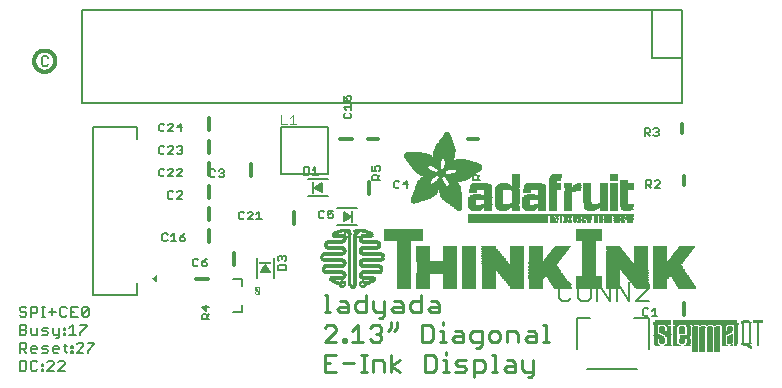
<source format=gbr>
G04 EAGLE Gerber RS-274X export*
G75*
%MOMM*%
%FSLAX34Y34*%
%LPD*%
%INSilkscreen Top*%
%IPPOS*%
%AMOC8*
5,1,8,0,0,1.08239X$1,22.5*%
G01*
%ADD10C,0.254000*%
%ADD11C,0.152400*%
%ADD12C,0.304800*%
%ADD13R,6.839700X0.016800*%
%ADD14R,0.268300X0.016800*%
%ADD15R,0.268200X0.016800*%
%ADD16R,0.251500X0.016800*%
%ADD17R,0.301800X0.016800*%
%ADD18R,0.251400X0.016800*%
%ADD19R,0.285000X0.016800*%
%ADD20R,0.301700X0.016800*%
%ADD21R,0.419100X0.016800*%
%ADD22R,0.318500X0.016800*%
%ADD23R,0.586700X0.016800*%
%ADD24R,0.586800X0.016800*%
%ADD25R,6.839700X0.016700*%
%ADD26R,0.268300X0.016700*%
%ADD27R,0.251400X0.016700*%
%ADD28R,0.251500X0.016700*%
%ADD29R,0.301800X0.016700*%
%ADD30R,0.285000X0.016700*%
%ADD31R,0.301700X0.016700*%
%ADD32R,0.419100X0.016700*%
%ADD33R,0.318500X0.016700*%
%ADD34R,0.586700X0.016700*%
%ADD35R,0.586800X0.016700*%
%ADD36R,0.318600X0.016800*%
%ADD37R,0.569900X0.016800*%
%ADD38R,0.335300X0.016800*%
%ADD39R,0.234700X0.016800*%
%ADD40R,0.234700X0.016700*%
%ADD41R,0.016700X0.016700*%
%ADD42R,0.318600X0.016700*%
%ADD43R,0.569900X0.016700*%
%ADD44R,0.335300X0.016700*%
%ADD45R,0.217900X0.016800*%
%ADD46R,0.033500X0.016800*%
%ADD47R,0.570000X0.016800*%
%ADD48R,0.201100X0.016700*%
%ADD49R,0.050300X0.016700*%
%ADD50R,0.670500X0.016700*%
%ADD51R,1.005800X0.016700*%
%ADD52R,0.570000X0.016700*%
%ADD53R,0.201100X0.016800*%
%ADD54R,0.067000X0.016800*%
%ADD55R,0.670500X0.016800*%
%ADD56R,1.005800X0.016800*%
%ADD57R,0.184400X0.016800*%
%ADD58R,0.989000X0.016800*%
%ADD59R,0.184400X0.016700*%
%ADD60R,0.067000X0.016700*%
%ADD61R,0.989000X0.016700*%
%ADD62R,0.167600X0.016800*%
%ADD63R,0.083800X0.016800*%
%ADD64R,0.637000X0.016800*%
%ADD65R,0.955500X0.016800*%
%ADD66R,0.150800X0.016800*%
%ADD67R,0.100600X0.016800*%
%ADD68R,0.536400X0.016800*%
%ADD69R,0.854900X0.016800*%
%ADD70R,0.150800X0.016700*%
%ADD71R,0.100600X0.016700*%
%ADD72R,0.352000X0.016700*%
%ADD73R,0.435900X0.016700*%
%ADD74R,0.402400X0.016700*%
%ADD75R,0.368800X0.016700*%
%ADD76R,0.134100X0.016800*%
%ADD77R,0.117300X0.016800*%
%ADD78R,0.435900X0.016800*%
%ADD79R,0.368900X0.016800*%
%ADD80R,0.603500X0.016800*%
%ADD81R,0.134100X0.016700*%
%ADD82R,0.117300X0.016700*%
%ADD83R,0.452600X0.016700*%
%ADD84R,0.620300X0.016700*%
%ADD85R,0.284900X0.016800*%
%ADD86R,0.486200X0.016800*%
%ADD87R,0.653800X0.016800*%
%ADD88R,0.804700X0.016800*%
%ADD89R,0.150900X0.016700*%
%ADD90R,0.268200X0.016700*%
%ADD91R,0.737600X0.016700*%
%ADD92R,0.603500X0.016700*%
%ADD93R,0.922000X0.016700*%
%ADD94R,0.150900X0.016800*%
%ADD95R,0.821400X0.016800*%
%ADD96R,0.972300X0.016800*%
%ADD97R,0.989100X0.016800*%
%ADD98R,0.083800X0.016700*%
%ADD99R,0.167600X0.016700*%
%ADD100R,0.821400X0.016700*%
%ADD101R,0.989100X0.016700*%
%ADD102R,0.201200X0.016700*%
%ADD103R,0.050300X0.016800*%
%ADD104R,0.201200X0.016800*%
%ADD105R,0.217900X0.016700*%
%ADD106R,0.284900X0.016700*%
%ADD107R,0.352100X0.016800*%
%ADD108R,0.620300X0.016800*%
%ADD109R,0.385600X0.016800*%
%ADD110R,0.335200X0.016800*%
%ADD111R,0.385600X0.016700*%
%ADD112R,0.687400X0.016700*%
%ADD113R,13.998000X0.016800*%
%ADD114R,13.998000X0.016700*%
%ADD115R,0.637000X0.016700*%
%ADD116R,0.486100X0.016700*%
%ADD117R,0.637100X0.016700*%
%ADD118R,0.519700X0.016700*%
%ADD119R,0.536500X0.016700*%
%ADD120R,0.787900X0.016800*%
%ADD121R,0.687400X0.016800*%
%ADD122R,0.771200X0.016800*%
%ADD123R,0.637100X0.016800*%
%ADD124R,0.720800X0.016800*%
%ADD125R,0.704100X0.016800*%
%ADD126R,0.754400X0.016800*%
%ADD127R,0.838200X0.016700*%
%ADD128R,0.871800X0.016700*%
%ADD129R,0.871700X0.016700*%
%ADD130R,0.402400X0.016800*%
%ADD131R,0.922100X0.016800*%
%ADD132R,0.938800X0.016800*%
%ADD133R,0.938800X0.016700*%
%ADD134R,1.022600X0.016700*%
%ADD135R,0.972400X0.016700*%
%ADD136R,0.972300X0.016700*%
%ADD137R,0.469400X0.016800*%
%ADD138R,1.072900X0.016800*%
%ADD139R,1.022600X0.016800*%
%ADD140R,1.005900X0.016800*%
%ADD141R,0.502900X0.016800*%
%ADD142R,1.123200X0.016800*%
%ADD143R,1.056200X0.016800*%
%ADD144R,1.123100X0.016800*%
%ADD145R,1.139900X0.016700*%
%ADD146R,1.089600X0.016700*%
%ADD147R,0.553200X0.016800*%
%ADD148R,1.190200X0.016800*%
%ADD149R,1.190300X0.016800*%
%ADD150R,1.039400X0.016800*%
%ADD151R,1.223700X0.016800*%
%ADD152R,1.173500X0.016800*%
%ADD153R,1.223800X0.016800*%
%ADD154R,1.240500X0.016700*%
%ADD155R,1.173500X0.016700*%
%ADD156R,1.240600X0.016700*%
%ADD157R,1.190300X0.016700*%
%ADD158R,1.056200X0.016700*%
%ADD159R,1.274100X0.016800*%
%ADD160R,1.274000X0.016800*%
%ADD161R,1.307600X0.016800*%
%ADD162R,1.257300X0.016800*%
%ADD163R,1.324400X0.016800*%
%ADD164R,0.687300X0.016700*%
%ADD165R,1.324400X0.016700*%
%ADD166R,1.307500X0.016700*%
%ADD167R,1.274100X0.016700*%
%ADD168R,1.072900X0.016700*%
%ADD169R,2.011600X0.016800*%
%ADD170R,1.324300X0.016800*%
%ADD171R,1.978100X0.016800*%
%ADD172R,2.011600X0.016700*%
%ADD173R,1.357900X0.016700*%
%ADD174R,1.994900X0.016700*%
%ADD175R,1.341200X0.016700*%
%ADD176R,1.089700X0.016700*%
%ADD177R,0.754300X0.016800*%
%ADD178R,1.994900X0.016800*%
%ADD179R,1.995000X0.016800*%
%ADD180R,1.089700X0.016800*%
%ADD181R,0.787900X0.016700*%
%ADD182R,1.995000X0.016700*%
%ADD183R,2.028400X0.016800*%
%ADD184R,2.011700X0.016800*%
%ADD185R,1.106500X0.016800*%
%ADD186R,2.028400X0.016700*%
%ADD187R,2.011700X0.016700*%
%ADD188R,1.106500X0.016700*%
%ADD189R,0.888400X0.016800*%
%ADD190R,0.922000X0.016800*%
%ADD191R,0.938700X0.016700*%
%ADD192R,2.045200X0.016800*%
%ADD193R,0.938700X0.016800*%
%ADD194R,0.670600X0.016700*%
%ADD195R,0.888500X0.016700*%
%ADD196R,2.045200X0.016700*%
%ADD197R,0.888400X0.016700*%
%ADD198R,0.804600X0.016800*%
%ADD199R,2.028500X0.016800*%
%ADD200R,1.056100X0.016700*%
%ADD201R,0.771100X0.016700*%
%ADD202R,0.754300X0.016700*%
%ADD203R,2.028500X0.016700*%
%ADD204R,0.737700X0.016700*%
%ADD205R,1.072800X0.016800*%
%ADD206R,0.871700X0.016800*%
%ADD207R,0.737600X0.016800*%
%ADD208R,0.871800X0.016800*%
%ADD209R,1.089600X0.016800*%
%ADD210R,0.704000X0.016800*%
%ADD211R,0.687300X0.016800*%
%ADD212R,0.670600X0.016800*%
%ADD213R,1.123100X0.016700*%
%ADD214R,0.720800X0.016700*%
%ADD215R,0.653700X0.016700*%
%ADD216R,0.653800X0.016700*%
%ADD217R,1.139900X0.016800*%
%ADD218R,1.173400X0.016800*%
%ADD219R,1.190200X0.016700*%
%ADD220R,1.207000X0.016800*%
%ADD221R,1.240500X0.016800*%
%ADD222R,0.469400X0.016700*%
%ADD223R,1.274000X0.016700*%
%ADD224R,0.519600X0.016800*%
%ADD225R,1.341100X0.016800*%
%ADD226R,0.771200X0.016700*%
%ADD227R,1.374600X0.016700*%
%ADD228R,0.838200X0.016800*%
%ADD229R,1.391400X0.016800*%
%ADD230R,1.424900X0.016800*%
%ADD231R,1.441700X0.016700*%
%ADD232R,1.475200X0.016800*%
%ADD233R,1.491900X0.016700*%
%ADD234R,1.525500X0.016800*%
%ADD235R,1.559000X0.016700*%
%ADD236R,1.575800X0.016800*%
%ADD237R,1.307600X0.016700*%
%ADD238R,1.592500X0.016700*%
%ADD239R,1.374700X0.016800*%
%ADD240R,1.609300X0.016800*%
%ADD241R,1.408200X0.016800*%
%ADD242R,1.626100X0.016800*%
%ADD243R,1.626100X0.016700*%
%ADD244R,1.508800X0.016800*%
%ADD245R,1.659600X0.016800*%
%ADD246R,1.559000X0.016800*%
%ADD247R,1.676400X0.016800*%
%ADD248R,1.575800X0.016700*%
%ADD249R,1.676400X0.016700*%
%ADD250R,1.978100X0.016700*%
%ADD251R,1.693100X0.016800*%
%ADD252R,1.642800X0.016800*%
%ADD253R,1.709900X0.016800*%
%ADD254R,1.961300X0.016800*%
%ADD255R,1.726600X0.016700*%
%ADD256R,1.961300X0.016700*%
%ADD257R,1.693200X0.016800*%
%ADD258R,1.726600X0.016800*%
%ADD259R,1.944600X0.016800*%
%ADD260R,1.726700X0.016700*%
%ADD261R,1.743400X0.016700*%
%ADD262R,1.944600X0.016700*%
%ADD263R,1.726700X0.016800*%
%ADD264R,1.760200X0.016800*%
%ADD265R,1.927800X0.016800*%
%ADD266R,1.911000X0.016800*%
%ADD267R,1.793700X0.016700*%
%ADD268R,1.776900X0.016700*%
%ADD269R,1.911100X0.016700*%
%ADD270R,1.894300X0.016700*%
%ADD271R,1.793800X0.016800*%
%ADD272R,1.776900X0.016800*%
%ADD273R,1.911100X0.016800*%
%ADD274R,1.894300X0.016800*%
%ADD275R,1.827300X0.016800*%
%ADD276R,1.810500X0.016800*%
%ADD277R,1.877500X0.016800*%
%ADD278R,1.844100X0.016700*%
%ADD279R,1.810500X0.016700*%
%ADD280R,1.860800X0.016700*%
%ADD281R,1.844000X0.016700*%
%ADD282R,1.860900X0.016800*%
%ADD283R,1.844000X0.016800*%
%ADD284R,1.827200X0.016800*%
%ADD285R,1.860800X0.016800*%
%ADD286R,1.793700X0.016800*%
%ADD287R,1.877600X0.016700*%
%ADD288R,1.827200X0.016700*%
%ADD289R,1.927800X0.016700*%
%ADD290R,1.927900X0.016800*%
%ADD291R,1.944700X0.016700*%
%ADD292R,1.877500X0.016700*%
%ADD293R,1.961400X0.016800*%
%ADD294R,1.961400X0.016700*%
%ADD295R,1.978200X0.016800*%
%ADD296R,1.911000X0.016700*%
%ADD297R,0.620200X0.016800*%
%ADD298R,1.425000X0.016800*%
%ADD299R,0.620200X0.016700*%
%ADD300R,1.425000X0.016700*%
%ADD301R,0.653700X0.016800*%
%ADD302R,0.704100X0.016700*%
%ADD303R,0.804700X0.016700*%
%ADD304R,0.905200X0.016800*%
%ADD305R,1.894400X0.016800*%
%ADD306R,1.927900X0.016700*%
%ADD307R,1.877600X0.016800*%
%ADD308R,3.889300X0.016800*%
%ADD309R,3.872500X0.016700*%
%ADD310R,3.872500X0.016800*%
%ADD311R,3.855700X0.016700*%
%ADD312R,0.754400X0.016700*%
%ADD313R,3.855700X0.016800*%
%ADD314R,3.839000X0.016800*%
%ADD315R,0.720900X0.016800*%
%ADD316R,3.822200X0.016700*%
%ADD317R,2.715700X0.016800*%
%ADD318R,2.632000X0.016800*%
%ADD319R,1.290800X0.016800*%
%ADD320R,2.615200X0.016700*%
%ADD321R,1.257300X0.016700*%
%ADD322R,2.581700X0.016800*%
%ADD323R,1.240600X0.016800*%
%ADD324R,2.564900X0.016800*%
%ADD325R,1.760300X0.016800*%
%ADD326R,2.531400X0.016700*%
%ADD327R,1.156700X0.016700*%
%ADD328R,2.514600X0.016800*%
%ADD329R,0.955600X0.016800*%
%ADD330R,2.497800X0.016800*%
%ADD331R,1.659700X0.016800*%
%ADD332R,2.464300X0.016700*%
%ADD333R,1.039300X0.016700*%
%ADD334R,2.447500X0.016800*%
%ADD335R,1.592500X0.016800*%
%ADD336R,0.536500X0.016800*%
%ADD337R,2.430800X0.016700*%
%ADD338R,1.559100X0.016700*%
%ADD339R,1.542300X0.016700*%
%ADD340R,0.502900X0.016700*%
%ADD341R,2.414000X0.016800*%
%ADD342R,0.905300X0.016800*%
%ADD343R,1.508700X0.016800*%
%ADD344R,0.888500X0.016800*%
%ADD345R,2.397300X0.016800*%
%ADD346R,1.441700X0.016800*%
%ADD347R,0.452700X0.016800*%
%ADD348R,1.290900X0.016700*%
%ADD349R,1.156700X0.016800*%
%ADD350R,0.855000X0.016800*%
%ADD351R,1.123200X0.016700*%
%ADD352R,0.720900X0.016700*%
%ADD353R,1.106400X0.016800*%
%ADD354R,1.106400X0.016700*%
%ADD355R,0.771100X0.016800*%
%ADD356R,0.435800X0.016700*%
%ADD357R,1.592600X0.016700*%
%ADD358R,0.435800X0.016800*%
%ADD359R,1.642900X0.016800*%
%ADD360R,0.402300X0.016800*%
%ADD361R,1.793800X0.016700*%
%ADD362R,0.368800X0.016800*%
%ADD363R,1.056100X0.016800*%
%ADD364R,1.039400X0.016700*%
%ADD365R,2.078800X0.016800*%
%ADD366R,0.335200X0.016700*%
%ADD367R,2.145800X0.016700*%
%ADD368R,2.162600X0.016800*%
%ADD369R,0.352000X0.016800*%
%ADD370R,2.212800X0.016800*%
%ADD371R,2.279900X0.016700*%
%ADD372R,2.330200X0.016800*%
%ADD373R,2.799500X0.016800*%
%ADD374R,2.816300X0.016700*%
%ADD375R,0.955500X0.016700*%
%ADD376R,2.849900X0.016800*%
%ADD377R,2.916900X0.016800*%
%ADD378R,4.224500X0.016700*%
%ADD379R,4.291600X0.016800*%
%ADD380R,4.409000X0.016800*%
%ADD381R,4.509500X0.016700*%
%ADD382R,4.526300X0.016800*%
%ADD383R,4.626800X0.016700*%
%ADD384R,4.693900X0.016800*%
%ADD385R,4.727400X0.016800*%
%ADD386R,2.548200X0.016700*%
%ADD387R,2.179300X0.016700*%
%ADD388R,2.430800X0.016800*%
%ADD389R,2.414000X0.016700*%
%ADD390R,2.414100X0.016800*%
%ADD391R,2.430700X0.016700*%
%ADD392R,2.447600X0.016700*%
%ADD393R,1.559100X0.016800*%
%ADD394R,1.525500X0.016700*%
%ADD395R,1.492000X0.016800*%
%ADD396R,1.491900X0.016800*%
%ADD397R,1.458500X0.016700*%
%ADD398R,2.061900X0.016800*%
%ADD399R,1.408100X0.016700*%
%ADD400R,0.905200X0.016700*%
%ADD401R,2.112300X0.016700*%
%ADD402R,2.179300X0.016800*%
%ADD403R,1.408200X0.016700*%
%ADD404R,2.212900X0.016700*%
%ADD405R,1.140000X0.016800*%
%ADD406R,3.319300X0.016800*%
%ADD407R,1.374700X0.016700*%
%ADD408R,0.402300X0.016700*%
%ADD409R,3.302500X0.016700*%
%ADD410R,3.285700X0.016800*%
%ADD411R,1.357900X0.016800*%
%ADD412R,3.269000X0.016800*%
%ADD413R,3.285800X0.016700*%
%ADD414R,3.268900X0.016800*%
%ADD415R,0.452700X0.016700*%
%ADD416R,3.268900X0.016700*%
%ADD417R,1.391400X0.016700*%
%ADD418R,3.269000X0.016700*%
%ADD419R,1.374600X0.016800*%
%ADD420R,0.519700X0.016800*%
%ADD421R,3.252200X0.016800*%
%ADD422R,3.235400X0.016800*%
%ADD423R,3.235400X0.016700*%
%ADD424R,3.218600X0.016800*%
%ADD425R,3.201900X0.016800*%
%ADD426R,3.201900X0.016700*%
%ADD427R,1.458500X0.016800*%
%ADD428R,1.525600X0.016800*%
%ADD429R,3.185100X0.016800*%
%ADD430R,2.531300X0.016700*%
%ADD431R,3.168400X0.016700*%
%ADD432R,2.531300X0.016800*%
%ADD433R,3.151600X0.016800*%
%ADD434R,2.548100X0.016800*%
%ADD435R,3.134900X0.016800*%
%ADD436R,2.564900X0.016700*%
%ADD437R,3.118100X0.016700*%
%ADD438R,2.581600X0.016800*%
%ADD439R,3.101400X0.016800*%
%ADD440R,2.598400X0.016700*%
%ADD441R,3.067900X0.016700*%
%ADD442R,2.598400X0.016800*%
%ADD443R,3.034300X0.016800*%
%ADD444R,2.615100X0.016800*%
%ADD445R,3.000800X0.016800*%
%ADD446R,2.631900X0.016700*%
%ADD447R,2.950500X0.016700*%
%ADD448R,2.648700X0.016800*%
%ADD449R,2.900200X0.016800*%
%ADD450R,2.665500X0.016800*%
%ADD451R,2.682200X0.016700*%
%ADD452R,2.799600X0.016700*%
%ADD453R,2.699000X0.016800*%
%ADD454R,2.732500X0.016800*%
%ADD455R,2.749300X0.016700*%
%ADD456R,2.632000X0.016700*%
%ADD457R,2.749300X0.016800*%
%ADD458R,2.766100X0.016700*%
%ADD459R,2.766100X0.016800*%
%ADD460R,2.481100X0.016800*%
%ADD461R,2.782900X0.016800*%
%ADD462R,2.380500X0.016700*%
%ADD463R,2.833100X0.016800*%
%ADD464R,1.592600X0.016800*%
%ADD465R,2.849900X0.016700*%
%ADD466R,2.883400X0.016800*%
%ADD467R,2.917000X0.016700*%
%ADD468R,2.933700X0.016800*%
%ADD469R,2.967200X0.016800*%
%ADD470R,2.967200X0.016700*%
%ADD471R,3.017500X0.016700*%
%ADD472R,3.051000X0.016800*%
%ADD473R,0.788000X0.016800*%
%ADD474R,3.084600X0.016800*%
%ADD475R,2.397300X0.016700*%
%ADD476R,2.397200X0.016800*%
%ADD477R,1.760200X0.016700*%
%ADD478R,2.397200X0.016700*%
%ADD479R,1.827300X0.016700*%
%ADD480R,2.380500X0.016800*%
%ADD481R,2.363700X0.016800*%
%ADD482R,2.363700X0.016700*%
%ADD483R,2.346900X0.016800*%
%ADD484R,2.296600X0.016700*%
%ADD485R,2.279900X0.016800*%
%ADD486R,2.246300X0.016800*%
%ADD487R,2.229600X0.016700*%
%ADD488R,2.129100X0.016800*%
%ADD489R,2.112300X0.016800*%
%ADD490R,1.609300X0.016700*%
%ADD491R,1.743400X0.016800*%
%ADD492R,1.693100X0.016700*%
%ADD493R,1.659700X0.016700*%
%ADD494R,1.575900X0.016800*%
%ADD495R,1.575900X0.016700*%
%ADD496R,1.475200X0.016700*%
%ADD497R,1.324300X0.016700*%
%ADD498R,1.290800X0.016700*%
%ADD499R,1.207000X0.016700*%
%ADD500R,0.854900X0.016700*%
%ADD501R,0.821500X0.016700*%
%ADD502R,0.821500X0.016800*%
%ADD503R,0.218000X0.016800*%
%ADD504C,0.203200*%
%ADD505C,0.127000*%
%ADD506R,0.200000X1.000000*%
%ADD507R,1.000000X0.200000*%
%ADD508C,0.101600*%
%ADD509C,0.025400*%
%ADD510R,0.279400X0.025400*%
%ADD511R,1.219200X0.025400*%
%ADD512R,1.193800X0.025400*%
%ADD513R,1.117600X0.025400*%
%ADD514R,1.447800X0.025400*%
%ADD515R,2.133600X0.025400*%
%ADD516R,1.092200X0.025400*%
%ADD517R,0.177800X0.025400*%
%ADD518R,0.381000X0.025400*%
%ADD519R,0.203200X0.025400*%
%ADD520R,0.330200X0.025400*%
%ADD521R,0.431800X0.025400*%
%ADD522R,0.304800X0.025400*%
%ADD523R,1.143000X0.025400*%
%ADD524R,0.482600X0.025400*%
%ADD525R,1.168400X0.025400*%
%ADD526R,0.533400X0.025400*%
%ADD527R,0.584200X0.025400*%
%ADD528R,0.635000X0.025400*%
%ADD529R,0.558800X0.025400*%
%ADD530R,1.244600X0.025400*%
%ADD531R,1.270000X0.025400*%
%ADD532R,1.422400X0.025400*%
%ADD533R,0.254000X0.025400*%
%ADD534R,1.295400X0.025400*%
%ADD535R,0.228600X0.025400*%
%ADD536R,1.320800X0.025400*%
%ADD537R,1.346200X0.025400*%
%ADD538R,0.457200X0.025400*%
%ADD539R,1.371600X0.025400*%
%ADD540R,0.508000X0.025400*%
%ADD541R,1.397000X0.025400*%
%ADD542R,0.609600X0.025400*%
%ADD543R,0.685800X0.025400*%
%ADD544R,1.066800X0.025400*%
%ADD545R,1.473200X0.025400*%
%ADD546R,1.498600X0.025400*%
%ADD547R,1.524000X0.025400*%
%ADD548R,0.406400X0.025400*%
%ADD549R,1.549400X0.025400*%
%ADD550R,1.574800X0.025400*%
%ADD551R,1.600200X0.025400*%
%ADD552R,1.625600X0.025400*%
%ADD553R,1.651000X0.025400*%
%ADD554R,1.676400X0.025400*%
%ADD555R,1.701800X0.025400*%
%ADD556R,1.727200X0.025400*%
%ADD557R,1.752600X0.025400*%
%ADD558R,1.778000X0.025400*%
%ADD559R,1.803400X0.025400*%
%ADD560R,1.828800X0.025400*%
%ADD561R,1.854200X0.025400*%
%ADD562R,1.879600X0.025400*%
%ADD563R,1.905000X0.025400*%
%ADD564R,1.930400X0.025400*%
%ADD565R,1.955800X0.025400*%
%ADD566R,1.981200X0.025400*%
%ADD567R,2.921000X0.025400*%
%ADD568R,2.006600X0.025400*%
%ADD569R,2.032000X0.025400*%
%ADD570R,2.895600X0.025400*%
%ADD571R,2.057400X0.025400*%
%ADD572R,2.870200X0.025400*%
%ADD573R,2.082800X0.025400*%
%ADD574R,2.844800X0.025400*%
%ADD575R,3.454400X0.025400*%
%ADD576R,2.108200X0.025400*%
%ADD577R,2.819400X0.025400*%
%ADD578R,2.159000X0.025400*%
%ADD579R,2.794000X0.025400*%
%ADD580R,2.184400X0.025400*%
%ADD581R,2.768600X0.025400*%
%ADD582R,2.209800X0.025400*%
%ADD583R,2.743200X0.025400*%
%ADD584R,2.235200X0.025400*%
%ADD585R,2.260600X0.025400*%
%ADD586R,2.717800X0.025400*%
%ADD587R,0.355600X0.025400*%
%ADD588R,2.286000X0.025400*%
%ADD589R,2.692400X0.025400*%
%ADD590R,2.311400X0.025400*%
%ADD591R,2.667000X0.025400*%
%ADD592R,2.336800X0.025400*%
%ADD593R,3.556000X0.025400*%
%ADD594R,2.641600X0.025400*%
%ADD595R,2.616200X0.025400*%
%ADD596R,2.590800X0.025400*%
%ADD597R,2.565400X0.025400*%
%ADD598R,2.540000X0.025400*%
%ADD599R,2.514600X0.025400*%
%ADD600R,2.489200X0.025400*%
%ADD601R,2.463800X0.025400*%
%ADD602R,2.438400X0.025400*%
%ADD603R,2.413000X0.025400*%
%ADD604R,2.387600X0.025400*%
%ADD605R,2.362200X0.025400*%
%ADD606R,3.302000X0.025400*%
%ADD607R,1.041400X0.025400*%
%ADD608R,0.990600X0.025400*%
%ADD609R,0.939800X0.025400*%
%ADD610R,0.660400X0.025400*%
%ADD611R,0.736600X0.025400*%
%ADD612R,0.762000X0.025400*%
%ADD613R,0.812800X0.025400*%
%ADD614R,0.711200X0.025400*%
%ADD615R,0.462278X0.022863*%
%ADD616R,0.462281X0.022863*%
%ADD617R,0.436881X0.022863*%
%ADD618R,0.462278X0.023113*%
%ADD619R,0.462281X0.023113*%
%ADD620R,0.436881X0.023113*%
%ADD621R,0.462278X0.023116*%
%ADD622R,0.462281X0.023116*%
%ADD623R,0.436881X0.023116*%
%ADD624R,0.022863X0.023113*%
%ADD625R,0.091441X0.023116*%
%ADD626R,0.139700X0.023113*%
%ADD627R,0.185419X0.023116*%
%ADD628R,0.254000X0.023113*%
%ADD629R,0.299719X0.023113*%
%ADD630R,0.345438X0.023116*%
%ADD631R,0.391159X0.023113*%
%ADD632R,0.393700X0.023116*%
%ADD633R,0.325119X0.022863*%
%ADD634R,0.599438X0.022863*%
%ADD635R,0.622300X0.022863*%
%ADD636R,0.530859X0.022863*%
%ADD637R,0.439422X0.022863*%
%ADD638R,0.231138X0.022863*%
%ADD639R,0.071119X0.022863*%
%ADD640R,0.533400X0.022863*%
%ADD641R,0.208281X0.022863*%
%ADD642R,0.345441X0.023113*%
%ADD643R,0.576578X0.023113*%
%ADD644R,0.599438X0.023113*%
%ADD645R,0.508000X0.023113*%
%ADD646R,0.416563X0.023113*%
%ADD647R,0.208278X0.023113*%
%ADD648R,0.553722X0.023113*%
%ADD649R,0.208281X0.023113*%
%ADD650R,0.345441X0.023116*%
%ADD651R,0.530859X0.023116*%
%ADD652R,0.370841X0.023116*%
%ADD653R,0.162559X0.023116*%
%ADD654R,0.576581X0.023116*%
%ADD655R,0.208281X0.023116*%
%ADD656R,0.322578X0.023113*%
%ADD657R,0.485137X0.023113*%
%ADD658R,0.416559X0.023113*%
%ADD659R,0.347981X0.023113*%
%ADD660R,0.116838X0.023113*%
%ADD661R,0.647700X0.023113*%
%ADD662R,0.322581X0.023116*%
%ADD663R,0.485137X0.023116*%
%ADD664R,0.093978X0.023116*%
%ADD665R,0.231141X0.023116*%
%ADD666R,0.693419X0.023116*%
%ADD667R,0.322581X0.023113*%
%ADD668R,0.439419X0.023113*%
%ADD669R,0.370841X0.023113*%
%ADD670R,0.299722X0.023113*%
%ADD671R,0.045719X0.023113*%
%ADD672R,0.739138X0.023113*%
%ADD673R,0.414019X0.023113*%
%ADD674R,0.347978X0.023113*%
%ADD675R,0.762000X0.023113*%
%ADD676R,0.414019X0.023116*%
%ADD677R,0.182881X0.023116*%
%ADD678R,0.347978X0.023116*%
%ADD679R,0.276863X0.023116*%
%ADD680R,0.116841X0.023116*%
%ADD681R,0.276859X0.023116*%
%ADD682R,0.784863X0.023116*%
%ADD683R,0.325119X0.023113*%
%ADD684R,0.276863X0.023113*%
%ADD685R,0.276859X0.023113*%
%ADD686R,0.325119X0.023116*%
%ADD687R,0.391159X0.023116*%
%ADD688R,0.302259X0.023116*%
%ADD689R,0.254000X0.023116*%
%ADD690R,0.302259X0.023113*%
%ADD691R,0.393700X0.023113*%
%ADD692R,0.231141X0.023113*%
%ADD693R,0.302259X0.022863*%
%ADD694R,0.439419X0.022863*%
%ADD695R,0.368300X0.022863*%
%ADD696R,0.391159X0.022863*%
%ADD697R,0.416559X0.022863*%
%ADD698R,0.276863X0.022863*%
%ADD699R,0.205741X0.022863*%
%ADD700R,0.368300X0.023113*%
%ADD701R,0.205741X0.023113*%
%ADD702R,0.368300X0.023116*%
%ADD703R,0.205741X0.023116*%
%ADD704R,0.182881X0.023113*%
%ADD705R,0.276859X0.022863*%
%ADD706R,0.182881X0.022863*%
%ADD707R,0.924559X0.023113*%
%ADD708R,0.924559X0.023116*%
%ADD709R,0.901700X0.023113*%
%ADD710R,0.901700X0.023116*%
%ADD711R,0.878841X0.023113*%
%ADD712R,0.855981X0.023116*%
%ADD713R,0.833119X0.023113*%
%ADD714R,0.787400X0.022863*%
%ADD715R,0.414019X0.022863*%
%ADD716R,0.924559X0.022863*%
%ADD717R,0.739141X0.023113*%
%ADD718R,0.716281X0.023116*%
%ADD719R,0.299722X0.023116*%
%ADD720R,0.670559X0.023113*%
%ADD721R,0.647700X0.023116*%
%ADD722R,0.508000X0.023116*%
%ADD723R,0.299719X0.023116*%
%ADD724R,0.601981X0.023113*%
%ADD725R,0.530859X0.023113*%
%ADD726R,0.231138X0.023113*%
%ADD727R,0.556259X0.023113*%
%ADD728R,0.185419X0.023113*%
%ADD729R,0.533400X0.023116*%
%ADD730R,0.599438X0.023116*%
%ADD731R,0.416563X0.023116*%
%ADD732R,0.116838X0.023116*%
%ADD733R,0.485141X0.023113*%
%ADD734R,0.645159X0.023113*%
%ADD735R,0.716278X0.023113*%
%ADD736R,0.393700X0.022863*%
%ADD737R,0.762000X0.022863*%
%ADD738R,0.624841X0.022863*%
%ADD739R,0.784859X0.023113*%
%ADD740R,0.693422X0.023113*%
%ADD741R,0.830578X0.023116*%
%ADD742R,0.739141X0.023116*%
%ADD743R,0.876300X0.023113*%
%ADD744R,0.807722X0.023113*%
%ADD745R,0.899159X0.023116*%
%ADD746R,0.878841X0.023116*%
%ADD747R,0.922019X0.023113*%
%ADD748R,0.947419X0.023113*%
%ADD749R,0.970278X0.023116*%
%ADD750R,0.970278X0.023113*%
%ADD751R,0.439419X0.023116*%
%ADD752R,0.299722X0.022863*%
%ADD753R,0.416559X0.023116*%
%ADD754R,0.347981X0.023116*%
%ADD755R,0.137159X0.023113*%
%ADD756R,0.093978X0.023113*%
%ADD757R,0.091441X0.023113*%
%ADD758R,0.093981X0.023113*%
%ADD759R,0.114300X0.023113*%
%ADD760R,0.045719X0.023116*%
%ADD761R,0.045722X0.023116*%
%ADD762R,0.071119X0.023113*%
%ADD763R,0.116841X0.023113*%
%ADD764R,0.139700X0.023116*%
%ADD765R,0.322581X0.022863*%
%ADD766R,0.345441X0.022863*%
%ADD767R,0.162559X0.022863*%
%ADD768R,0.576581X0.022863*%
%ADD769R,0.668019X0.023113*%
%ADD770R,0.533400X0.023113*%
%ADD771R,1.455419X0.023116*%
%ADD772R,5.519419X0.023116*%
%ADD773R,1.455419X0.023113*%
%ADD774R,5.519419X0.023113*%
%ADD775R,5.494019X0.023116*%
%ADD776R,1.430019X0.023113*%
%ADD777R,5.494019X0.023113*%
%ADD778R,1.430019X0.023116*%
%ADD779R,5.471159X0.023116*%
%ADD780R,0.762000X0.023116*%
%ADD781R,1.407159X0.023113*%
%ADD782R,5.471159X0.023113*%
%ADD783R,1.384300X0.022863*%
%ADD784R,5.448300X0.022863*%
%ADD785R,0.716278X0.022863*%
%ADD786R,0.878841X0.022863*%
%ADD787R,1.361438X0.023113*%
%ADD788R,5.425438X0.023113*%
%ADD789R,1.338578X0.023116*%
%ADD790R,5.402578X0.023116*%
%ADD791R,0.624841X0.023116*%
%ADD792R,1.292859X0.023113*%
%ADD793R,5.356859X0.023113*%
%ADD794R,1.224278X0.023116*%
%ADD795R,5.288278X0.023116*%

G36*
X157638Y127946D02*
X157638Y127946D01*
X157709Y127944D01*
X157778Y127962D01*
X157849Y127971D01*
X157915Y127998D01*
X157984Y128016D01*
X158045Y128053D01*
X158111Y128080D01*
X158167Y128125D01*
X158229Y128162D01*
X158278Y128213D01*
X158333Y128258D01*
X158374Y128317D01*
X158423Y128369D01*
X158456Y128432D01*
X158497Y128490D01*
X158520Y128558D01*
X158553Y128622D01*
X158563Y128681D01*
X158590Y128759D01*
X158596Y128878D01*
X158608Y128953D01*
X158608Y132953D01*
X158598Y133024D01*
X158598Y133096D01*
X158578Y133164D01*
X158568Y133235D01*
X158539Y133300D01*
X158519Y133369D01*
X158481Y133429D01*
X158452Y133494D01*
X158406Y133549D01*
X158368Y133609D01*
X158315Y133657D01*
X158269Y133711D01*
X158209Y133751D01*
X158155Y133798D01*
X158091Y133829D01*
X158032Y133869D01*
X157964Y133890D01*
X157899Y133921D01*
X157829Y133933D01*
X157761Y133954D01*
X157689Y133956D01*
X157619Y133968D01*
X157548Y133960D01*
X157477Y133962D01*
X157407Y133943D01*
X157336Y133935D01*
X157281Y133910D01*
X157202Y133890D01*
X157099Y133829D01*
X157030Y133798D01*
X154030Y131798D01*
X153943Y131721D01*
X153853Y131648D01*
X153838Y131626D01*
X153818Y131608D01*
X153756Y131511D01*
X153689Y131416D01*
X153681Y131390D01*
X153666Y131368D01*
X153634Y131257D01*
X153596Y131147D01*
X153595Y131120D01*
X153588Y131095D01*
X153588Y130979D01*
X153582Y130863D01*
X153588Y130837D01*
X153588Y130810D01*
X153620Y130699D01*
X153646Y130586D01*
X153659Y130563D01*
X153667Y130537D01*
X153729Y130439D01*
X153785Y130338D01*
X153803Y130322D01*
X153818Y130297D01*
X154026Y130112D01*
X154030Y130108D01*
X157030Y128108D01*
X157094Y128077D01*
X157154Y128038D01*
X157222Y128016D01*
X157286Y127985D01*
X157357Y127973D01*
X157425Y127952D01*
X157496Y127950D01*
X157567Y127938D01*
X157638Y127946D01*
G37*
G36*
X178228Y103420D02*
X178228Y103420D01*
X178299Y103418D01*
X178369Y103437D01*
X178440Y103445D01*
X178495Y103470D01*
X178574Y103490D01*
X178677Y103551D01*
X178746Y103582D01*
X181746Y105582D01*
X181833Y105659D01*
X181923Y105732D01*
X181938Y105754D01*
X181958Y105772D01*
X182020Y105869D01*
X182087Y105964D01*
X182095Y105990D01*
X182110Y106012D01*
X182142Y106123D01*
X182180Y106233D01*
X182181Y106260D01*
X182188Y106285D01*
X182188Y106401D01*
X182194Y106517D01*
X182188Y106543D01*
X182188Y106570D01*
X182156Y106681D01*
X182130Y106794D01*
X182117Y106817D01*
X182109Y106843D01*
X182047Y106941D01*
X181991Y107042D01*
X181973Y107058D01*
X181958Y107083D01*
X181750Y107268D01*
X181746Y107272D01*
X178746Y109272D01*
X178682Y109303D01*
X178622Y109343D01*
X178554Y109364D01*
X178490Y109395D01*
X178419Y109407D01*
X178351Y109428D01*
X178280Y109430D01*
X178210Y109442D01*
X178138Y109434D01*
X178067Y109436D01*
X177998Y109418D01*
X177927Y109409D01*
X177861Y109382D01*
X177792Y109364D01*
X177731Y109327D01*
X177665Y109300D01*
X177609Y109255D01*
X177547Y109219D01*
X177498Y109167D01*
X177443Y109122D01*
X177402Y109064D01*
X177353Y109011D01*
X177320Y108948D01*
X177279Y108890D01*
X177256Y108822D01*
X177223Y108758D01*
X177213Y108699D01*
X177186Y108621D01*
X177180Y108502D01*
X177168Y108427D01*
X177168Y104427D01*
X177178Y104356D01*
X177178Y104284D01*
X177198Y104216D01*
X177208Y104146D01*
X177237Y104080D01*
X177257Y104011D01*
X177295Y103951D01*
X177324Y103886D01*
X177370Y103831D01*
X177408Y103771D01*
X177462Y103723D01*
X177508Y103669D01*
X177567Y103629D01*
X177621Y103582D01*
X177685Y103551D01*
X177744Y103512D01*
X177813Y103490D01*
X177877Y103459D01*
X177947Y103447D01*
X178015Y103426D01*
X178087Y103424D01*
X178158Y103412D01*
X178228Y103420D01*
G37*
G36*
X113006Y59860D02*
X113006Y59860D01*
X113078Y59860D01*
X113146Y59880D01*
X113217Y59890D01*
X113282Y59919D01*
X113351Y59939D01*
X113411Y59977D01*
X113476Y60006D01*
X113531Y60052D01*
X113591Y60090D01*
X113639Y60144D01*
X113693Y60190D01*
X113733Y60249D01*
X113780Y60303D01*
X113811Y60367D01*
X113851Y60426D01*
X113872Y60495D01*
X113903Y60559D01*
X113915Y60629D01*
X113936Y60697D01*
X113938Y60769D01*
X113950Y60840D01*
X113942Y60910D01*
X113944Y60981D01*
X113925Y61051D01*
X113917Y61122D01*
X113892Y61177D01*
X113872Y61256D01*
X113811Y61359D01*
X113780Y61428D01*
X111780Y64428D01*
X111703Y64515D01*
X111630Y64605D01*
X111608Y64620D01*
X111590Y64640D01*
X111493Y64702D01*
X111398Y64769D01*
X111372Y64777D01*
X111350Y64792D01*
X111239Y64824D01*
X111129Y64862D01*
X111102Y64863D01*
X111077Y64870D01*
X110961Y64870D01*
X110845Y64876D01*
X110819Y64870D01*
X110792Y64870D01*
X110681Y64838D01*
X110568Y64812D01*
X110545Y64799D01*
X110519Y64791D01*
X110421Y64729D01*
X110320Y64673D01*
X110304Y64655D01*
X110279Y64640D01*
X110094Y64432D01*
X110090Y64428D01*
X108090Y61428D01*
X108059Y61364D01*
X108020Y61304D01*
X107998Y61236D01*
X107967Y61172D01*
X107955Y61101D01*
X107934Y61033D01*
X107932Y60962D01*
X107920Y60892D01*
X107928Y60820D01*
X107926Y60749D01*
X107944Y60680D01*
X107953Y60609D01*
X107980Y60543D01*
X107998Y60474D01*
X108035Y60413D01*
X108062Y60347D01*
X108107Y60291D01*
X108144Y60229D01*
X108195Y60180D01*
X108240Y60125D01*
X108299Y60084D01*
X108351Y60035D01*
X108414Y60002D01*
X108472Y59961D01*
X108540Y59938D01*
X108604Y59905D01*
X108663Y59895D01*
X108741Y59868D01*
X108860Y59862D01*
X108935Y59850D01*
X112935Y59850D01*
X113006Y59860D01*
G37*
G36*
X18752Y50742D02*
X18752Y50742D01*
X18826Y50744D01*
X18862Y50759D01*
X18902Y50765D01*
X18966Y50801D01*
X19033Y50829D01*
X19063Y50855D01*
X19098Y50875D01*
X19145Y50931D01*
X19199Y50980D01*
X19217Y51015D01*
X19243Y51046D01*
X19268Y51114D01*
X19302Y51180D01*
X19308Y51225D01*
X19320Y51256D01*
X19320Y51301D01*
X19329Y51365D01*
X19329Y56445D01*
X19317Y56511D01*
X19316Y56570D01*
X19313Y56576D01*
X19312Y56590D01*
X19297Y56627D01*
X19290Y56666D01*
X19252Y56729D01*
X19233Y56774D01*
X19231Y56777D01*
X19231Y56778D01*
X19223Y56796D01*
X19196Y56825D01*
X19175Y56859D01*
X19119Y56905D01*
X19068Y56958D01*
X19032Y56975D01*
X19001Y57000D01*
X18932Y57024D01*
X18866Y57056D01*
X18826Y57060D01*
X18789Y57072D01*
X18716Y57070D01*
X18695Y57073D01*
X18688Y57073D01*
X18686Y57073D01*
X18643Y57077D01*
X18604Y57067D01*
X18564Y57066D01*
X18499Y57039D01*
X18468Y57034D01*
X18458Y57028D01*
X18426Y57019D01*
X18388Y56994D01*
X18357Y56981D01*
X18324Y56952D01*
X18286Y56926D01*
X18274Y56919D01*
X18273Y56918D01*
X18270Y56916D01*
X15460Y54376D01*
X15400Y54298D01*
X15337Y54224D01*
X15332Y54210D01*
X15322Y54198D01*
X15293Y54105D01*
X15260Y54014D01*
X15260Y53998D01*
X15256Y53984D01*
X15261Y53886D01*
X15261Y53789D01*
X15267Y53775D01*
X15268Y53760D01*
X15306Y53670D01*
X15341Y53579D01*
X15350Y53568D01*
X15352Y53564D01*
X15353Y53562D01*
X15357Y53554D01*
X15390Y53519D01*
X15460Y53434D01*
X18270Y50894D01*
X18332Y50856D01*
X18389Y50810D01*
X18426Y50797D01*
X18460Y50776D01*
X18532Y50761D01*
X18601Y50738D01*
X18641Y50739D01*
X18680Y50731D01*
X18752Y50742D01*
G37*
D10*
X161175Y39780D02*
X163548Y39780D01*
X163548Y25544D01*
X165920Y25544D02*
X161175Y25544D01*
X173838Y35035D02*
X178584Y35035D01*
X180956Y32662D01*
X180956Y25544D01*
X173838Y25544D01*
X171466Y27917D01*
X173838Y30289D01*
X180956Y30289D01*
X196393Y25544D02*
X196393Y39780D01*
X196393Y25544D02*
X189274Y25544D01*
X186902Y27917D01*
X186902Y32662D01*
X189274Y35035D01*
X196393Y35035D01*
X202338Y35035D02*
X202338Y27917D01*
X204711Y25544D01*
X211829Y25544D01*
X211829Y23171D02*
X211829Y35035D01*
X211829Y23171D02*
X209456Y20799D01*
X207083Y20799D01*
X220147Y35035D02*
X224892Y35035D01*
X227265Y32662D01*
X227265Y25544D01*
X220147Y25544D01*
X217774Y27917D01*
X220147Y30289D01*
X227265Y30289D01*
X242701Y25544D02*
X242701Y39780D01*
X242701Y25544D02*
X235583Y25544D01*
X233210Y27917D01*
X233210Y32662D01*
X235583Y35035D01*
X242701Y35035D01*
X251019Y35035D02*
X255764Y35035D01*
X258137Y32662D01*
X258137Y25544D01*
X251019Y25544D01*
X248646Y27917D01*
X251019Y30289D01*
X258137Y30289D01*
X170666Y398D02*
X161175Y398D01*
X170666Y9889D01*
X170666Y12261D01*
X168293Y14634D01*
X163548Y14634D01*
X161175Y12261D01*
X176611Y2771D02*
X176611Y398D01*
X176611Y2771D02*
X178984Y2771D01*
X178984Y398D01*
X176611Y398D01*
X184329Y9889D02*
X189074Y14634D01*
X189074Y398D01*
X184329Y398D02*
X193820Y398D01*
X199765Y12261D02*
X202138Y14634D01*
X206883Y14634D01*
X209256Y12261D01*
X209256Y9889D01*
X206883Y7516D01*
X204511Y7516D01*
X206883Y7516D02*
X209256Y5143D01*
X209256Y2771D01*
X206883Y398D01*
X202138Y398D01*
X199765Y2771D01*
X217574Y12261D02*
X217574Y17007D01*
X217574Y12261D02*
X215201Y9889D01*
X222319Y12261D02*
X222319Y17007D01*
X222319Y12261D02*
X219947Y9889D01*
X243501Y14634D02*
X243501Y398D01*
X250619Y398D01*
X252991Y2771D01*
X252991Y12261D01*
X250619Y14634D01*
X243501Y14634D01*
X258937Y9889D02*
X261309Y9889D01*
X261309Y398D01*
X258937Y398D02*
X263682Y398D01*
X261309Y14634D02*
X261309Y17007D01*
X271600Y9889D02*
X276345Y9889D01*
X278718Y7516D01*
X278718Y398D01*
X271600Y398D01*
X269227Y2771D01*
X271600Y5143D01*
X278718Y5143D01*
X289409Y-4347D02*
X291782Y-4347D01*
X294154Y-1975D01*
X294154Y9889D01*
X287036Y9889D01*
X284663Y7516D01*
X284663Y2771D01*
X287036Y398D01*
X294154Y398D01*
X302472Y398D02*
X307218Y398D01*
X309590Y2771D01*
X309590Y7516D01*
X307218Y9889D01*
X302472Y9889D01*
X300100Y7516D01*
X300100Y2771D01*
X302472Y398D01*
X315536Y398D02*
X315536Y9889D01*
X322654Y9889D01*
X325026Y7516D01*
X325026Y398D01*
X333344Y9889D02*
X338090Y9889D01*
X340462Y7516D01*
X340462Y398D01*
X333344Y398D01*
X330972Y2771D01*
X333344Y5143D01*
X340462Y5143D01*
X346408Y14634D02*
X348780Y14634D01*
X348780Y398D01*
X346408Y398D02*
X351153Y398D01*
X170666Y-10512D02*
X161175Y-10512D01*
X161175Y-24748D01*
X170666Y-24748D01*
X165920Y-17630D02*
X161175Y-17630D01*
X176611Y-17630D02*
X186102Y-17630D01*
X192047Y-24748D02*
X196793Y-24748D01*
X194420Y-24748D02*
X194420Y-10512D01*
X192047Y-10512D02*
X196793Y-10512D01*
X202338Y-15257D02*
X202338Y-24748D01*
X202338Y-15257D02*
X209456Y-15257D01*
X211829Y-17630D01*
X211829Y-24748D01*
X217774Y-24748D02*
X217774Y-10512D01*
X217774Y-20003D02*
X224892Y-24748D01*
X217774Y-20003D02*
X224892Y-15257D01*
X246073Y-10512D02*
X246073Y-24748D01*
X253191Y-24748D01*
X255564Y-22375D01*
X255564Y-12885D01*
X253191Y-10512D01*
X246073Y-10512D01*
X261509Y-15257D02*
X263882Y-15257D01*
X263882Y-24748D01*
X261509Y-24748D02*
X266255Y-24748D01*
X263882Y-10512D02*
X263882Y-8139D01*
X271800Y-24748D02*
X278918Y-24748D01*
X281291Y-22375D01*
X278918Y-20003D01*
X274173Y-20003D01*
X271800Y-17630D01*
X274173Y-15257D01*
X281291Y-15257D01*
X287236Y-15257D02*
X287236Y-29493D01*
X287236Y-15257D02*
X294354Y-15257D01*
X296727Y-17630D01*
X296727Y-22375D01*
X294354Y-24748D01*
X287236Y-24748D01*
X302672Y-10512D02*
X305045Y-10512D01*
X305045Y-24748D01*
X302672Y-24748D02*
X307418Y-24748D01*
X315336Y-15257D02*
X320081Y-15257D01*
X322454Y-17630D01*
X322454Y-24748D01*
X315336Y-24748D01*
X312963Y-22375D01*
X315336Y-20003D01*
X322454Y-20003D01*
X328399Y-22375D02*
X328399Y-15257D01*
X328399Y-22375D02*
X330772Y-24748D01*
X337890Y-24748D01*
X337890Y-27121D02*
X337890Y-15257D01*
X337890Y-27121D02*
X335517Y-29493D01*
X333144Y-29493D01*
D11*
X-91381Y28810D02*
X-92821Y30250D01*
X-95702Y30250D01*
X-97143Y28810D01*
X-97143Y27369D01*
X-95702Y25929D01*
X-92821Y25929D01*
X-91381Y24488D01*
X-91381Y23048D01*
X-92821Y21607D01*
X-95702Y21607D01*
X-97143Y23048D01*
X-87788Y21607D02*
X-87788Y30250D01*
X-83466Y30250D01*
X-82026Y28810D01*
X-82026Y25929D01*
X-83466Y24488D01*
X-87788Y24488D01*
X-78433Y21607D02*
X-75552Y21607D01*
X-76992Y21607D02*
X-76992Y30250D01*
X-75552Y30250D02*
X-78433Y30250D01*
X-72196Y25929D02*
X-66434Y25929D01*
X-69315Y28810D02*
X-69315Y23048D01*
X-58519Y30250D02*
X-57078Y28810D01*
X-58519Y30250D02*
X-61400Y30250D01*
X-62841Y28810D01*
X-62841Y23048D01*
X-61400Y21607D01*
X-58519Y21607D01*
X-57078Y23048D01*
X-53485Y30250D02*
X-47723Y30250D01*
X-53485Y30250D02*
X-53485Y21607D01*
X-47723Y21607D01*
X-50604Y25929D02*
X-53485Y25929D01*
X-44130Y23048D02*
X-44130Y28810D01*
X-42690Y30250D01*
X-39809Y30250D01*
X-38368Y28810D01*
X-38368Y23048D01*
X-39809Y21607D01*
X-42690Y21607D01*
X-44130Y23048D01*
X-38368Y28810D01*
X-97143Y15010D02*
X-97143Y6367D01*
X-97143Y15010D02*
X-92821Y15010D01*
X-91381Y13570D01*
X-91381Y12129D01*
X-92821Y10689D01*
X-91381Y9248D01*
X-91381Y7808D01*
X-92821Y6367D01*
X-97143Y6367D01*
X-97143Y10689D02*
X-92821Y10689D01*
X-87788Y12129D02*
X-87788Y7808D01*
X-86347Y6367D01*
X-82026Y6367D01*
X-82026Y12129D01*
X-78433Y6367D02*
X-74111Y6367D01*
X-72670Y7808D01*
X-74111Y9248D01*
X-76992Y9248D01*
X-78433Y10689D01*
X-76992Y12129D01*
X-72670Y12129D01*
X-69077Y12129D02*
X-69077Y7808D01*
X-67637Y6367D01*
X-63315Y6367D01*
X-63315Y4926D02*
X-63315Y12129D01*
X-63315Y4926D02*
X-64756Y3486D01*
X-66196Y3486D01*
X-59722Y12129D02*
X-58282Y12129D01*
X-58282Y10689D01*
X-59722Y10689D01*
X-59722Y12129D01*
X-59722Y7808D02*
X-58282Y7808D01*
X-58282Y6367D01*
X-59722Y6367D01*
X-59722Y7808D01*
X-55045Y12129D02*
X-52164Y15010D01*
X-52164Y6367D01*
X-55045Y6367D02*
X-49282Y6367D01*
X-45689Y15010D02*
X-39927Y15010D01*
X-39927Y13570D01*
X-45689Y7808D01*
X-45689Y6367D01*
X-97143Y-230D02*
X-97143Y-8873D01*
X-97143Y-230D02*
X-92821Y-230D01*
X-91381Y-1670D01*
X-91381Y-4551D01*
X-92821Y-5992D01*
X-97143Y-5992D01*
X-94262Y-5992D02*
X-91381Y-8873D01*
X-86347Y-8873D02*
X-83466Y-8873D01*
X-86347Y-8873D02*
X-87788Y-7432D01*
X-87788Y-4551D01*
X-86347Y-3111D01*
X-83466Y-3111D01*
X-82026Y-4551D01*
X-82026Y-5992D01*
X-87788Y-5992D01*
X-78433Y-8873D02*
X-74111Y-8873D01*
X-72670Y-7432D01*
X-74111Y-5992D01*
X-76992Y-5992D01*
X-78433Y-4551D01*
X-76992Y-3111D01*
X-72670Y-3111D01*
X-67637Y-8873D02*
X-64756Y-8873D01*
X-67637Y-8873D02*
X-69077Y-7432D01*
X-69077Y-4551D01*
X-67637Y-3111D01*
X-64756Y-3111D01*
X-63315Y-4551D01*
X-63315Y-5992D01*
X-69077Y-5992D01*
X-58282Y-7432D02*
X-58282Y-1670D01*
X-58282Y-7432D02*
X-56841Y-8873D01*
X-56841Y-3111D02*
X-59722Y-3111D01*
X-53485Y-3111D02*
X-52045Y-3111D01*
X-52045Y-4551D01*
X-53485Y-4551D01*
X-53485Y-3111D01*
X-53485Y-7432D02*
X-52045Y-7432D01*
X-52045Y-8873D01*
X-53485Y-8873D01*
X-53485Y-7432D01*
X-48808Y-8873D02*
X-43046Y-8873D01*
X-48808Y-8873D02*
X-43046Y-3111D01*
X-43046Y-1670D01*
X-44486Y-230D01*
X-47367Y-230D01*
X-48808Y-1670D01*
X-39453Y-230D02*
X-33690Y-230D01*
X-33690Y-1670D01*
X-39453Y-7432D01*
X-39453Y-8873D01*
X-97143Y-15470D02*
X-97143Y-24113D01*
X-92821Y-24113D01*
X-91381Y-22672D01*
X-91381Y-16910D01*
X-92821Y-15470D01*
X-97143Y-15470D01*
X-83466Y-15470D02*
X-82026Y-16910D01*
X-83466Y-15470D02*
X-86347Y-15470D01*
X-87788Y-16910D01*
X-87788Y-22672D01*
X-86347Y-24113D01*
X-83466Y-24113D01*
X-82026Y-22672D01*
X-78433Y-18351D02*
X-76992Y-18351D01*
X-76992Y-19791D01*
X-78433Y-19791D01*
X-78433Y-18351D01*
X-78433Y-22672D02*
X-76992Y-22672D01*
X-76992Y-24113D01*
X-78433Y-24113D01*
X-78433Y-22672D01*
X-73755Y-24113D02*
X-67993Y-24113D01*
X-73755Y-24113D02*
X-67993Y-18351D01*
X-67993Y-16910D01*
X-69433Y-15470D01*
X-72314Y-15470D01*
X-73755Y-16910D01*
X-64400Y-24113D02*
X-58638Y-24113D01*
X-64400Y-24113D02*
X-58638Y-18351D01*
X-58638Y-16910D01*
X-60078Y-15470D01*
X-62959Y-15470D01*
X-64400Y-16910D01*
D12*
X173967Y171949D02*
X184127Y171949D01*
D11*
X177310Y192956D02*
X178412Y194057D01*
X177310Y192956D02*
X177310Y190753D01*
X178412Y189651D01*
X182818Y189651D01*
X183920Y190753D01*
X183920Y192956D01*
X182818Y194057D01*
X179514Y197135D02*
X177310Y199338D01*
X183920Y199338D01*
X183920Y197135D02*
X183920Y201542D01*
X177310Y204619D02*
X177310Y209026D01*
X177310Y204619D02*
X180615Y204619D01*
X179514Y206823D01*
X179514Y207924D01*
X180615Y209026D01*
X182818Y209026D01*
X183920Y207924D01*
X183920Y205721D01*
X182818Y204619D01*
D12*
X63319Y94975D02*
X63319Y84815D01*
D11*
X28255Y91212D02*
X27153Y92314D01*
X24950Y92314D01*
X23849Y91212D01*
X23849Y86806D01*
X24950Y85704D01*
X27153Y85704D01*
X28255Y86806D01*
X31333Y90110D02*
X33536Y92314D01*
X33536Y85704D01*
X31333Y85704D02*
X35739Y85704D01*
X41020Y91212D02*
X43223Y92314D01*
X41020Y91212D02*
X38817Y89009D01*
X38817Y86806D01*
X39918Y85704D01*
X42122Y85704D01*
X43223Y86806D01*
X43223Y87907D01*
X42122Y89009D01*
X38817Y89009D01*
D12*
X62941Y103405D02*
X62941Y113565D01*
D11*
X91773Y110777D02*
X92874Y109675D01*
X91773Y110777D02*
X89570Y110777D01*
X88468Y109675D01*
X88468Y105269D01*
X89570Y104167D01*
X91773Y104167D01*
X92874Y105269D01*
X95952Y104167D02*
X100359Y104167D01*
X100359Y108573D02*
X95952Y104167D01*
X100359Y108573D02*
X100359Y109675D01*
X99257Y110777D01*
X97054Y110777D01*
X95952Y109675D01*
X103436Y108573D02*
X105640Y110777D01*
X105640Y104167D01*
X107843Y104167D02*
X103436Y104167D01*
D13*
X316774Y101376D03*
D14*
X353320Y101376D03*
D15*
X356840Y101376D03*
D16*
X361283Y101376D03*
D14*
X364887Y101376D03*
D17*
X368910Y101376D03*
D18*
X373017Y101376D03*
D19*
X376873Y101376D03*
D20*
X380813Y101376D03*
D21*
X385423Y101376D03*
X390620Y101376D03*
D22*
X395314Y101376D03*
D19*
X399337Y101376D03*
X403192Y101376D03*
D23*
X408725Y101376D03*
D20*
X414173Y101376D03*
D24*
X419621Y101376D03*
D25*
X316774Y101544D03*
D26*
X353320Y101544D03*
D27*
X356756Y101544D03*
D28*
X361283Y101544D03*
D29*
X365054Y101544D03*
D30*
X368994Y101544D03*
D31*
X372934Y101544D03*
D30*
X376873Y101544D03*
D31*
X380813Y101544D03*
D32*
X385423Y101544D03*
X390620Y101544D03*
D33*
X395314Y101544D03*
D30*
X399337Y101544D03*
X403192Y101544D03*
D34*
X408725Y101544D03*
D33*
X414089Y101544D03*
D35*
X419621Y101544D03*
D13*
X316774Y101711D03*
D14*
X353320Y101711D03*
D18*
X356756Y101711D03*
D16*
X361283Y101711D03*
D36*
X365138Y101711D03*
D14*
X369078Y101711D03*
D22*
X373018Y101711D03*
D19*
X376873Y101711D03*
D22*
X380729Y101711D03*
D21*
X385423Y101711D03*
X390620Y101711D03*
D22*
X395314Y101711D03*
D19*
X399337Y101711D03*
X403192Y101711D03*
D37*
X408641Y101711D03*
D38*
X414173Y101711D03*
D24*
X419621Y101711D03*
D13*
X316774Y101879D03*
D14*
X353320Y101879D03*
D39*
X356673Y101879D03*
D16*
X361283Y101879D03*
D36*
X365138Y101879D03*
D14*
X369078Y101879D03*
D22*
X373018Y101879D03*
D18*
X376873Y101879D03*
D22*
X380729Y101879D03*
D21*
X385423Y101879D03*
X390620Y101879D03*
D22*
X395314Y101879D03*
D19*
X399337Y101879D03*
X403192Y101879D03*
D37*
X408641Y101879D03*
D38*
X414173Y101879D03*
D24*
X419621Y101879D03*
D25*
X316774Y102047D03*
D26*
X353320Y102047D03*
D40*
X356673Y102047D03*
D41*
X358936Y102047D03*
D28*
X361283Y102047D03*
D42*
X365138Y102047D03*
D26*
X369078Y102047D03*
D33*
X373018Y102047D03*
D27*
X376873Y102047D03*
D33*
X380729Y102047D03*
D32*
X385423Y102047D03*
X390620Y102047D03*
D33*
X395314Y102047D03*
D30*
X399337Y102047D03*
X403192Y102047D03*
D43*
X408641Y102047D03*
D44*
X414173Y102047D03*
D35*
X419621Y102047D03*
D13*
X316774Y102214D03*
D14*
X353320Y102214D03*
D45*
X356589Y102214D03*
D46*
X358852Y102214D03*
D16*
X361283Y102214D03*
D36*
X365138Y102214D03*
D14*
X369078Y102214D03*
D22*
X373018Y102214D03*
D18*
X376873Y102214D03*
D22*
X380729Y102214D03*
D21*
X385423Y102214D03*
X390620Y102214D03*
D20*
X395230Y102214D03*
D19*
X399337Y102214D03*
X403192Y102214D03*
D37*
X408641Y102214D03*
D38*
X414173Y102214D03*
D47*
X419705Y102214D03*
D13*
X316774Y102382D03*
D14*
X353320Y102382D03*
D45*
X356589Y102382D03*
D46*
X358852Y102382D03*
D16*
X361283Y102382D03*
D36*
X365138Y102382D03*
D14*
X369078Y102382D03*
D22*
X373018Y102382D03*
D18*
X376873Y102382D03*
D22*
X380729Y102382D03*
D21*
X385423Y102382D03*
X390620Y102382D03*
D20*
X395230Y102382D03*
D19*
X399337Y102382D03*
X403192Y102382D03*
D37*
X408641Y102382D03*
D38*
X414173Y102382D03*
D47*
X419705Y102382D03*
D25*
X316774Y102550D03*
D26*
X353320Y102550D03*
D48*
X356505Y102550D03*
D49*
X358768Y102550D03*
D28*
X361283Y102550D03*
D42*
X365138Y102550D03*
D26*
X369078Y102550D03*
D33*
X373018Y102550D03*
D50*
X378969Y102550D03*
D32*
X385423Y102550D03*
X390620Y102550D03*
D31*
X395230Y102550D03*
D29*
X399253Y102550D03*
D30*
X403192Y102550D03*
D51*
X410820Y102550D03*
D52*
X419705Y102550D03*
D13*
X316774Y102717D03*
D14*
X353320Y102717D03*
D53*
X356505Y102717D03*
D54*
X358684Y102717D03*
D16*
X361283Y102717D03*
D36*
X365138Y102717D03*
D16*
X369162Y102717D03*
D22*
X373018Y102717D03*
D55*
X378969Y102717D03*
D21*
X385423Y102717D03*
X390620Y102717D03*
D20*
X395230Y102717D03*
D17*
X399253Y102717D03*
D19*
X403192Y102717D03*
D56*
X410820Y102717D03*
D24*
X419621Y102717D03*
D13*
X316774Y102885D03*
D14*
X353320Y102885D03*
D57*
X356421Y102885D03*
D54*
X358684Y102885D03*
D16*
X361283Y102885D03*
D38*
X365222Y102885D03*
D16*
X369162Y102885D03*
D22*
X373018Y102885D03*
D55*
X378969Y102885D03*
D21*
X385423Y102885D03*
X390620Y102885D03*
D20*
X395230Y102885D03*
D17*
X399253Y102885D03*
D19*
X403192Y102885D03*
D58*
X410736Y102885D03*
D24*
X419621Y102885D03*
D25*
X316774Y103053D03*
D26*
X353320Y103053D03*
D59*
X356421Y103053D03*
D60*
X358684Y103053D03*
D28*
X361283Y103053D03*
D44*
X365222Y103053D03*
D28*
X369162Y103053D03*
D33*
X373018Y103053D03*
D50*
X378969Y103053D03*
D32*
X385423Y103053D03*
X390620Y103053D03*
D30*
X395146Y103053D03*
D42*
X399169Y103053D03*
D30*
X403192Y103053D03*
D61*
X410736Y103053D03*
D35*
X419621Y103053D03*
D13*
X316774Y103220D03*
D14*
X353320Y103220D03*
D62*
X356337Y103220D03*
D63*
X358600Y103220D03*
D16*
X361283Y103220D03*
D38*
X365222Y103220D03*
D16*
X369162Y103220D03*
D22*
X373018Y103220D03*
D64*
X378801Y103220D03*
D21*
X385423Y103220D03*
X390620Y103220D03*
D36*
X399169Y103220D03*
D19*
X403192Y103220D03*
D65*
X410569Y103220D03*
D24*
X419621Y103220D03*
D13*
X316774Y103388D03*
D14*
X353320Y103388D03*
D66*
X356253Y103388D03*
D67*
X358516Y103388D03*
D16*
X361283Y103388D03*
D38*
X365222Y103388D03*
D16*
X369162Y103388D03*
D22*
X373018Y103388D03*
D68*
X378298Y103388D03*
D21*
X385423Y103388D03*
X390620Y103388D03*
D38*
X399086Y103388D03*
D19*
X403192Y103388D03*
D69*
X410066Y103388D03*
D24*
X419621Y103388D03*
D25*
X316774Y103556D03*
D26*
X353320Y103556D03*
D70*
X356253Y103556D03*
D71*
X358516Y103556D03*
D28*
X361283Y103556D03*
D44*
X365222Y103556D03*
D28*
X369162Y103556D03*
D33*
X373018Y103556D03*
D72*
X377376Y103556D03*
D73*
X385339Y103556D03*
D32*
X390620Y103556D03*
D74*
X398750Y103556D03*
D30*
X403192Y103556D03*
D75*
X410652Y103556D03*
D35*
X419621Y103556D03*
D13*
X316774Y103723D03*
D14*
X353320Y103723D03*
D76*
X356170Y103723D03*
D77*
X358433Y103723D03*
D16*
X361283Y103723D03*
D38*
X365222Y103723D03*
D16*
X369162Y103723D03*
D22*
X373018Y103723D03*
D20*
X377125Y103723D03*
D78*
X385339Y103723D03*
D21*
X390620Y103723D03*
D79*
X398918Y103723D03*
D19*
X403192Y103723D03*
D22*
X410401Y103723D03*
D80*
X419538Y103723D03*
D25*
X316774Y103891D03*
D26*
X353320Y103891D03*
D81*
X356170Y103891D03*
D82*
X358433Y103891D03*
D28*
X361283Y103891D03*
D44*
X365222Y103891D03*
D28*
X369162Y103891D03*
D33*
X373018Y103891D03*
D31*
X377125Y103891D03*
D83*
X385255Y103891D03*
D32*
X390620Y103891D03*
D44*
X399086Y103891D03*
D30*
X403192Y103891D03*
D33*
X410401Y103891D03*
D84*
X419454Y103891D03*
D13*
X316774Y104058D03*
D14*
X353320Y104058D03*
D77*
X356086Y104058D03*
X358433Y104058D03*
D16*
X361283Y104058D03*
D38*
X365222Y104058D03*
D16*
X369162Y104058D03*
D22*
X373018Y104058D03*
D85*
X377041Y104058D03*
D86*
X385087Y104058D03*
D21*
X390620Y104058D03*
D15*
X395062Y104058D03*
D36*
X399169Y104058D03*
D19*
X403192Y104058D03*
D17*
X410317Y104058D03*
D87*
X419286Y104058D03*
D13*
X316774Y104226D03*
D14*
X353320Y104226D03*
D77*
X356086Y104226D03*
D76*
X358349Y104226D03*
D16*
X361283Y104226D03*
D38*
X365222Y104226D03*
D16*
X369162Y104226D03*
D22*
X373018Y104226D03*
D15*
X376957Y104226D03*
D64*
X384333Y104226D03*
D21*
X390620Y104226D03*
D20*
X395230Y104226D03*
D17*
X399253Y104226D03*
D19*
X403192Y104226D03*
D17*
X410317Y104226D03*
D88*
X418532Y104226D03*
D25*
X316774Y104394D03*
D26*
X353320Y104394D03*
D71*
X356002Y104394D03*
D89*
X358265Y104394D03*
D28*
X361283Y104394D03*
D44*
X365222Y104394D03*
D28*
X369162Y104394D03*
D33*
X373018Y104394D03*
D90*
X376957Y104394D03*
D91*
X383830Y104394D03*
D32*
X390620Y104394D03*
D31*
X395230Y104394D03*
D29*
X399253Y104394D03*
D30*
X403192Y104394D03*
D92*
X408809Y104394D03*
D93*
X417945Y104394D03*
D13*
X316774Y104561D03*
D14*
X353320Y104561D03*
D67*
X356002Y104561D03*
D94*
X358265Y104561D03*
D16*
X361283Y104561D03*
D38*
X365222Y104561D03*
D16*
X369162Y104561D03*
D22*
X373018Y104561D03*
D15*
X376957Y104561D03*
D95*
X383411Y104561D03*
D21*
X390620Y104561D03*
D22*
X395314Y104561D03*
D19*
X399337Y104561D03*
X403192Y104561D03*
D23*
X408725Y104561D03*
D96*
X417694Y104561D03*
D13*
X316774Y104729D03*
D14*
X353320Y104729D03*
D63*
X355918Y104729D03*
D62*
X358181Y104729D03*
D16*
X361283Y104729D03*
D36*
X365138Y104729D03*
D16*
X369162Y104729D03*
D22*
X373018Y104729D03*
D15*
X376957Y104729D03*
D95*
X383411Y104729D03*
D21*
X390620Y104729D03*
D22*
X395314Y104729D03*
D19*
X399337Y104729D03*
X403192Y104729D03*
D23*
X408725Y104729D03*
D97*
X417610Y104729D03*
D25*
X316774Y104897D03*
D26*
X353320Y104897D03*
D98*
X355918Y104897D03*
D99*
X358181Y104897D03*
D28*
X361283Y104897D03*
D42*
X365138Y104897D03*
D28*
X369162Y104897D03*
D33*
X373018Y104897D03*
D90*
X376957Y104897D03*
D100*
X383411Y104897D03*
D32*
X390620Y104897D03*
D33*
X395314Y104897D03*
D30*
X399337Y104897D03*
X403192Y104897D03*
D34*
X408725Y104897D03*
D101*
X417610Y104897D03*
D13*
X316774Y105064D03*
D14*
X353320Y105064D03*
D54*
X355834Y105064D03*
D57*
X358097Y105064D03*
D16*
X361283Y105064D03*
D36*
X365138Y105064D03*
D14*
X369078Y105064D03*
D22*
X373018Y105064D03*
D15*
X376957Y105064D03*
D95*
X383411Y105064D03*
D21*
X390620Y105064D03*
D22*
X395314Y105064D03*
D19*
X399337Y105064D03*
X403192Y105064D03*
D23*
X408725Y105064D03*
D97*
X417610Y105064D03*
D13*
X316774Y105232D03*
D14*
X353320Y105232D03*
D54*
X355834Y105232D03*
D57*
X358097Y105232D03*
D16*
X361283Y105232D03*
D36*
X365138Y105232D03*
D14*
X369078Y105232D03*
D22*
X373018Y105232D03*
D15*
X376957Y105232D03*
D95*
X383411Y105232D03*
D21*
X390620Y105232D03*
D22*
X395314Y105232D03*
D19*
X399337Y105232D03*
X403192Y105232D03*
D23*
X408725Y105232D03*
D97*
X417610Y105232D03*
D25*
X316774Y105400D03*
D26*
X353320Y105400D03*
D49*
X355751Y105400D03*
D102*
X358013Y105400D03*
D28*
X361283Y105400D03*
D42*
X365138Y105400D03*
D26*
X369078Y105400D03*
D33*
X373018Y105400D03*
D90*
X376957Y105400D03*
D31*
X380813Y105400D03*
D73*
X385339Y105400D03*
D32*
X390620Y105400D03*
D33*
X395314Y105400D03*
D30*
X399337Y105400D03*
X403192Y105400D03*
D34*
X408725Y105400D03*
D31*
X414173Y105400D03*
D35*
X419621Y105400D03*
D13*
X316774Y105567D03*
D14*
X353320Y105567D03*
D103*
X355751Y105567D03*
D104*
X358013Y105567D03*
D16*
X361283Y105567D03*
D36*
X365138Y105567D03*
D14*
X369078Y105567D03*
D22*
X373018Y105567D03*
D15*
X376957Y105567D03*
D85*
X380729Y105567D03*
D78*
X385339Y105567D03*
D21*
X390620Y105567D03*
D22*
X395314Y105567D03*
D19*
X399337Y105567D03*
X403192Y105567D03*
D23*
X408725Y105567D03*
D20*
X414173Y105567D03*
D24*
X419621Y105567D03*
D25*
X316774Y105735D03*
D26*
X353320Y105735D03*
D49*
X355751Y105735D03*
D105*
X357930Y105735D03*
D28*
X361283Y105735D03*
D42*
X365138Y105735D03*
D26*
X369078Y105735D03*
D33*
X373018Y105735D03*
D90*
X376957Y105735D03*
D106*
X380729Y105735D03*
D73*
X385339Y105735D03*
D32*
X390620Y105735D03*
D33*
X395314Y105735D03*
D30*
X399337Y105735D03*
X403192Y105735D03*
D34*
X408725Y105735D03*
D31*
X414173Y105735D03*
D35*
X419621Y105735D03*
D13*
X316774Y105902D03*
D14*
X353320Y105902D03*
D39*
X357846Y105902D03*
D16*
X361283Y105902D03*
D36*
X365138Y105902D03*
D14*
X369078Y105902D03*
D22*
X373018Y105902D03*
D15*
X376957Y105902D03*
D85*
X380729Y105902D03*
D78*
X385339Y105902D03*
D21*
X390620Y105902D03*
D22*
X395314Y105902D03*
D19*
X399337Y105902D03*
X403192Y105902D03*
D23*
X408725Y105902D03*
D20*
X414173Y105902D03*
D24*
X419621Y105902D03*
D13*
X316774Y106070D03*
D14*
X353320Y106070D03*
D39*
X357846Y106070D03*
D16*
X361283Y106070D03*
D17*
X365054Y106070D03*
D19*
X368994Y106070D03*
D22*
X373018Y106070D03*
D15*
X376957Y106070D03*
D85*
X380729Y106070D03*
D78*
X385339Y106070D03*
D21*
X390620Y106070D03*
D20*
X395230Y106070D03*
D19*
X399337Y106070D03*
X403192Y106070D03*
D23*
X408725Y106070D03*
D20*
X414173Y106070D03*
D24*
X419621Y106070D03*
D25*
X316774Y106238D03*
D26*
X353320Y106238D03*
D40*
X357846Y106238D03*
D28*
X361283Y106238D03*
D30*
X364970Y106238D03*
X368994Y106238D03*
D33*
X373018Y106238D03*
D90*
X376957Y106238D03*
D106*
X380729Y106238D03*
D73*
X385339Y106238D03*
D32*
X390620Y106238D03*
D31*
X395230Y106238D03*
D30*
X399337Y106238D03*
X403192Y106238D03*
D92*
X408809Y106238D03*
D31*
X414173Y106238D03*
D35*
X419621Y106238D03*
D13*
X316774Y106405D03*
D14*
X353320Y106405D03*
D18*
X357762Y106405D03*
D16*
X361283Y106405D03*
D17*
X368910Y106405D03*
D22*
X373018Y106405D03*
D15*
X376957Y106405D03*
D104*
X384165Y106405D03*
X391709Y106405D03*
D17*
X399253Y106405D03*
D19*
X403192Y106405D03*
D16*
X410569Y106405D03*
D80*
X419538Y106405D03*
D13*
X316774Y106573D03*
D14*
X353320Y106573D03*
D15*
X357678Y106573D03*
D16*
X361283Y106573D03*
D17*
X368910Y106573D03*
D22*
X373018Y106573D03*
D85*
X377041Y106573D03*
D104*
X384165Y106573D03*
X391709Y106573D03*
D36*
X399169Y106573D03*
D19*
X403192Y106573D03*
D16*
X410569Y106573D03*
D80*
X419538Y106573D03*
D25*
X316774Y106741D03*
D26*
X353320Y106741D03*
D90*
X357678Y106741D03*
D28*
X361283Y106741D03*
D33*
X368827Y106741D03*
X373018Y106741D03*
D106*
X377041Y106741D03*
D105*
X384082Y106741D03*
D102*
X391709Y106741D03*
D42*
X399169Y106741D03*
D30*
X403192Y106741D03*
D28*
X410569Y106741D03*
D84*
X419454Y106741D03*
D13*
X316774Y106908D03*
D14*
X353320Y106908D03*
D19*
X357594Y106908D03*
D16*
X361283Y106908D03*
D107*
X368659Y106908D03*
D22*
X373018Y106908D03*
D20*
X377125Y106908D03*
D39*
X383998Y106908D03*
D104*
X391709Y106908D03*
D38*
X399086Y106908D03*
D19*
X403192Y106908D03*
D15*
X410652Y106908D03*
D108*
X419454Y106908D03*
D13*
X316774Y107076D03*
D14*
X353320Y107076D03*
D19*
X357594Y107076D03*
D16*
X361283Y107076D03*
D109*
X368491Y107076D03*
D22*
X373018Y107076D03*
D110*
X377292Y107076D03*
D16*
X383914Y107076D03*
D104*
X391709Y107076D03*
D107*
X399002Y107076D03*
D19*
X403192Y107076D03*
D17*
X410820Y107076D03*
D87*
X419286Y107076D03*
D25*
X316774Y107244D03*
D26*
X353320Y107244D03*
D31*
X357511Y107244D03*
D28*
X361283Y107244D03*
D73*
X368240Y107244D03*
D33*
X373018Y107244D03*
D75*
X377460Y107244D03*
D30*
X383746Y107244D03*
D102*
X391709Y107244D03*
D111*
X398834Y107244D03*
D30*
X403192Y107244D03*
D44*
X410988Y107244D03*
D112*
X419118Y107244D03*
D113*
X352565Y107411D03*
X352565Y107579D03*
D114*
X352565Y107747D03*
D113*
X352565Y107914D03*
D114*
X352565Y108082D03*
D113*
X352565Y108249D03*
D103*
X274781Y111267D03*
D104*
X416687Y111267D03*
D102*
X274864Y111435D03*
D35*
X289197Y111435D03*
D115*
X299842Y111435D03*
D116*
X312667Y111435D03*
D84*
X322893Y111435D03*
D35*
X334963Y111435D03*
D115*
X345440Y111435D03*
D117*
X354158Y111435D03*
X367234Y111435D03*
D118*
X387099Y111435D03*
D117*
X397577Y111435D03*
D115*
X406126Y111435D03*
D119*
X417023Y111435D03*
D15*
X274864Y111602D03*
D120*
X289198Y111602D03*
D64*
X299842Y111602D03*
D121*
X312499Y111602D03*
D108*
X322893Y111602D03*
D122*
X334879Y111602D03*
D64*
X345440Y111602D03*
D123*
X354158Y111602D03*
X367234Y111602D03*
D124*
X387099Y111602D03*
D123*
X397577Y111602D03*
D64*
X406126Y111602D03*
D125*
X417358Y111602D03*
D17*
X274864Y111770D03*
D95*
X289197Y111770D03*
D64*
X299842Y111770D03*
D126*
X312499Y111770D03*
D108*
X322893Y111770D03*
D95*
X334963Y111770D03*
D64*
X345440Y111770D03*
D123*
X354158Y111770D03*
X367234Y111770D03*
D122*
X387015Y111770D03*
D123*
X397577Y111770D03*
D64*
X406126Y111770D03*
D122*
X417358Y111770D03*
D72*
X274780Y111938D03*
D93*
X289197Y111938D03*
D115*
X299842Y111938D03*
D127*
X312415Y111938D03*
D84*
X322893Y111938D03*
D93*
X334963Y111938D03*
D115*
X345440Y111938D03*
D117*
X354158Y111938D03*
X367234Y111938D03*
D128*
X387015Y111938D03*
D117*
X397577Y111938D03*
D115*
X406126Y111938D03*
D129*
X417526Y111938D03*
D130*
X274864Y112105D03*
D58*
X289197Y112105D03*
D64*
X299842Y112105D03*
D131*
X312332Y112105D03*
D108*
X322893Y112105D03*
D97*
X334963Y112105D03*
D64*
X345440Y112105D03*
D123*
X354158Y112105D03*
X367234Y112105D03*
D132*
X387015Y112105D03*
D123*
X397577Y112105D03*
D64*
X406126Y112105D03*
D96*
X417694Y112105D03*
D73*
X274697Y112273D03*
D51*
X289281Y112273D03*
D115*
X299842Y112273D03*
D133*
X312415Y112273D03*
D84*
X322893Y112273D03*
D134*
X334963Y112273D03*
D115*
X345440Y112273D03*
D117*
X354158Y112273D03*
X367234Y112273D03*
D135*
X387015Y112273D03*
D117*
X397577Y112273D03*
D115*
X406126Y112273D03*
D136*
X417694Y112273D03*
D137*
X274696Y112440D03*
D138*
X289281Y112440D03*
D64*
X299842Y112440D03*
D56*
X312415Y112440D03*
D108*
X322893Y112440D03*
D138*
X335047Y112440D03*
D64*
X345440Y112440D03*
D123*
X354158Y112440D03*
X367234Y112440D03*
D139*
X387099Y112440D03*
D123*
X397577Y112440D03*
D64*
X406126Y112440D03*
D140*
X417526Y112440D03*
D141*
X274529Y112608D03*
D142*
X289365Y112608D03*
D64*
X299842Y112608D03*
D143*
X312499Y112608D03*
D108*
X322893Y112608D03*
D144*
X335131Y112608D03*
D64*
X345440Y112608D03*
D123*
X354158Y112608D03*
X367234Y112608D03*
D143*
X387099Y112608D03*
D123*
X397577Y112608D03*
D64*
X406126Y112608D03*
D139*
X417442Y112608D03*
D119*
X274529Y112776D03*
D145*
X289449Y112776D03*
D115*
X299842Y112776D03*
D146*
X312499Y112776D03*
D84*
X322893Y112776D03*
D145*
X335047Y112776D03*
D115*
X345440Y112776D03*
D117*
X354158Y112776D03*
X367234Y112776D03*
D146*
X387099Y112776D03*
D117*
X397577Y112776D03*
D115*
X406126Y112776D03*
D134*
X417442Y112776D03*
D147*
X274445Y112943D03*
D148*
X289365Y112943D03*
D64*
X299842Y112943D03*
D142*
X312499Y112943D03*
D108*
X322893Y112943D03*
D149*
X335131Y112943D03*
D64*
X345440Y112943D03*
D123*
X354158Y112943D03*
X367234Y112943D03*
D142*
X387099Y112943D03*
D123*
X397577Y112943D03*
D64*
X406126Y112943D03*
D150*
X417358Y112943D03*
D80*
X274361Y113111D03*
D151*
X289533Y113111D03*
D64*
X299842Y113111D03*
D152*
X312583Y113111D03*
D108*
X322893Y113111D03*
D153*
X335298Y113111D03*
D64*
X345440Y113111D03*
D123*
X354158Y113111D03*
X367234Y113111D03*
D152*
X387183Y113111D03*
D123*
X397577Y113111D03*
D64*
X406126Y113111D03*
D143*
X417274Y113111D03*
D92*
X274361Y113279D03*
D154*
X289617Y113279D03*
D115*
X299842Y113279D03*
D155*
X312583Y113279D03*
D84*
X322893Y113279D03*
D156*
X335382Y113279D03*
D115*
X345440Y113279D03*
D117*
X354158Y113279D03*
X367234Y113279D03*
D157*
X387267Y113279D03*
D117*
X397577Y113279D03*
D115*
X406126Y113279D03*
D158*
X417274Y113279D03*
D64*
X274193Y113446D03*
D159*
X289617Y113446D03*
D64*
X299842Y113446D03*
D153*
X312667Y113446D03*
D108*
X322893Y113446D03*
D160*
X335382Y113446D03*
D64*
X345440Y113446D03*
D123*
X354158Y113446D03*
X367234Y113446D03*
D151*
X387267Y113446D03*
D123*
X397577Y113446D03*
D64*
X406126Y113446D03*
D138*
X417191Y113446D03*
D55*
X274026Y113614D03*
D161*
X289784Y113614D03*
D64*
X299842Y113614D03*
D162*
X312667Y113614D03*
D108*
X322893Y113614D03*
D163*
X335466Y113614D03*
D64*
X345440Y113614D03*
D123*
X354158Y113614D03*
X367234Y113614D03*
D162*
X387435Y113614D03*
D123*
X397577Y113614D03*
D64*
X406126Y113614D03*
D138*
X417191Y113614D03*
D164*
X273942Y113782D03*
D165*
X289700Y113782D03*
D115*
X299842Y113782D03*
D166*
X312751Y113782D03*
D84*
X322893Y113782D03*
D165*
X335466Y113782D03*
D115*
X345440Y113782D03*
D117*
X354158Y113782D03*
X367234Y113782D03*
D167*
X387351Y113782D03*
D117*
X397577Y113782D03*
D115*
X406126Y113782D03*
D168*
X417191Y113782D03*
D124*
X273774Y113949D03*
D169*
X292969Y113949D03*
D170*
X312835Y113949D03*
D108*
X322893Y113949D03*
D171*
X338735Y113949D03*
D123*
X354158Y113949D03*
X367234Y113949D03*
D161*
X387518Y113949D03*
D123*
X397577Y113949D03*
D64*
X406126Y113949D03*
D138*
X417191Y113949D03*
D91*
X273690Y114117D03*
D172*
X292969Y114117D03*
D173*
X312835Y114117D03*
D84*
X322893Y114117D03*
D174*
X338651Y114117D03*
D117*
X354158Y114117D03*
X367234Y114117D03*
D175*
X387518Y114117D03*
D117*
X397577Y114117D03*
D115*
X406126Y114117D03*
D176*
X417107Y114117D03*
D177*
X273607Y114284D03*
D169*
X292969Y114284D03*
D178*
X316020Y114284D03*
X338651Y114284D03*
D123*
X354158Y114284D03*
X367234Y114284D03*
D179*
X390787Y114284D03*
D64*
X406126Y114284D03*
D180*
X417107Y114284D03*
D120*
X273439Y114452D03*
D169*
X292969Y114452D03*
D178*
X316020Y114452D03*
X338651Y114452D03*
D123*
X354158Y114452D03*
X367234Y114452D03*
D179*
X390787Y114452D03*
D64*
X406126Y114452D03*
D180*
X417107Y114452D03*
D181*
X273439Y114620D03*
D172*
X292969Y114620D03*
D174*
X316020Y114620D03*
X338651Y114620D03*
D117*
X354158Y114620D03*
X367234Y114620D03*
D182*
X390787Y114620D03*
D115*
X406126Y114620D03*
D176*
X417107Y114620D03*
D95*
X273271Y114787D03*
D183*
X292885Y114787D03*
D184*
X315936Y114787D03*
D169*
X338567Y114787D03*
D123*
X354158Y114787D03*
X367234Y114787D03*
D184*
X390704Y114787D03*
D64*
X406126Y114787D03*
D180*
X417107Y114787D03*
D69*
X273104Y114955D03*
D183*
X292885Y114955D03*
X315852Y114955D03*
D169*
X338567Y114955D03*
D123*
X354158Y114955D03*
X367234Y114955D03*
D184*
X390704Y114955D03*
D64*
X406126Y114955D03*
D185*
X417023Y114955D03*
D129*
X273020Y115123D03*
D186*
X292885Y115123D03*
X315852Y115123D03*
D172*
X338567Y115123D03*
D117*
X354158Y115123D03*
X367234Y115123D03*
D187*
X390704Y115123D03*
D115*
X406126Y115123D03*
D188*
X417023Y115123D03*
D189*
X272936Y115290D03*
D183*
X292885Y115290D03*
X315852Y115290D03*
D169*
X338567Y115290D03*
D123*
X354158Y115290D03*
X367234Y115290D03*
D184*
X390704Y115290D03*
D64*
X406126Y115290D03*
D185*
X417023Y115290D03*
D190*
X272768Y115458D03*
D183*
X292885Y115458D03*
X315852Y115458D03*
X338483Y115458D03*
D123*
X354158Y115458D03*
X367234Y115458D03*
D184*
X390704Y115458D03*
D64*
X406126Y115458D03*
D185*
X417023Y115458D03*
D191*
X272685Y115626D03*
D186*
X292885Y115626D03*
X315852Y115626D03*
X338483Y115626D03*
D117*
X354158Y115626D03*
X367234Y115626D03*
D187*
X390704Y115626D03*
D115*
X406126Y115626D03*
D188*
X417023Y115626D03*
D65*
X272601Y115793D03*
D183*
X292885Y115793D03*
D192*
X315768Y115793D03*
D183*
X338483Y115793D03*
D123*
X354158Y115793D03*
X367234Y115793D03*
D184*
X390704Y115793D03*
D64*
X406126Y115793D03*
D185*
X417023Y115793D03*
D58*
X272433Y115961D03*
D125*
X286264Y115961D03*
D65*
X298250Y115961D03*
D192*
X315768Y115961D03*
D125*
X331862Y115961D03*
D193*
X343932Y115961D03*
D123*
X354158Y115961D03*
X367234Y115961D03*
D184*
X390704Y115961D03*
D64*
X406126Y115961D03*
D185*
X417023Y115961D03*
D51*
X272349Y116129D03*
D194*
X286096Y116129D03*
D195*
X298585Y116129D03*
D196*
X315768Y116129D03*
D164*
X331778Y116129D03*
D197*
X344183Y116129D03*
D117*
X354158Y116129D03*
X367234Y116129D03*
D187*
X390704Y116129D03*
D115*
X406126Y116129D03*
D188*
X417023Y116129D03*
D139*
X272265Y116296D03*
D87*
X285844Y116296D03*
D95*
X298920Y116296D03*
D192*
X315768Y116296D03*
D87*
X331610Y116296D03*
D198*
X344602Y116296D03*
D123*
X354158Y116296D03*
X367234Y116296D03*
D199*
X390620Y116296D03*
D64*
X406126Y116296D03*
D185*
X417023Y116296D03*
D200*
X272098Y116464D03*
D117*
X285761Y116464D03*
D201*
X299172Y116464D03*
D196*
X315768Y116464D03*
D115*
X331526Y116464D03*
D202*
X344854Y116464D03*
D117*
X354158Y116464D03*
X367234Y116464D03*
D203*
X390620Y116464D03*
D115*
X406126Y116464D03*
D204*
X415179Y116464D03*
D205*
X272014Y116631D03*
D123*
X285761Y116631D03*
D177*
X299256Y116631D03*
D126*
X309314Y116631D03*
D206*
X321636Y116631D03*
D64*
X331526Y116631D03*
D207*
X344937Y116631D03*
D123*
X354158Y116631D03*
X367234Y116631D03*
D126*
X384249Y116631D03*
D208*
X396403Y116631D03*
D64*
X406126Y116631D03*
D121*
X414927Y116631D03*
D209*
X271930Y116799D03*
D108*
X285677Y116799D03*
D210*
X299507Y116799D03*
D211*
X308979Y116799D03*
D120*
X322055Y116799D03*
D108*
X331443Y116799D03*
D211*
X345189Y116799D03*
D123*
X354158Y116799D03*
X367234Y116799D03*
D125*
X383998Y116799D03*
D88*
X396739Y116799D03*
D64*
X406126Y116799D03*
D212*
X414843Y116799D03*
D213*
X271763Y116967D03*
D84*
X285677Y116967D03*
D50*
X299675Y116967D03*
D194*
X308895Y116967D03*
D214*
X322390Y116967D03*
D84*
X331443Y116967D03*
D215*
X345357Y116967D03*
D117*
X354158Y116967D03*
X367234Y116967D03*
D164*
X383914Y116967D03*
D204*
X397074Y116967D03*
D115*
X406126Y116967D03*
D216*
X414759Y116967D03*
D217*
X271679Y117134D03*
D108*
X285677Y117134D03*
D64*
X299842Y117134D03*
D212*
X308727Y117134D03*
D125*
X322474Y117134D03*
D108*
X331443Y117134D03*
D64*
X345440Y117134D03*
D123*
X354158Y117134D03*
X367234Y117134D03*
D212*
X383830Y117134D03*
D125*
X397242Y117134D03*
D64*
X406126Y117134D03*
D87*
X414759Y117134D03*
D77*
X236894Y117302D03*
D218*
X271511Y117302D03*
D108*
X285677Y117302D03*
D64*
X299842Y117302D03*
D212*
X308727Y117302D03*
D87*
X322725Y117302D03*
D80*
X331359Y117302D03*
D64*
X345440Y117302D03*
D123*
X354158Y117302D03*
X367234Y117302D03*
D212*
X383830Y117302D03*
D87*
X397493Y117302D03*
D64*
X406126Y117302D03*
D87*
X414759Y117302D03*
D27*
X237061Y117470D03*
D219*
X271427Y117470D03*
D84*
X285677Y117470D03*
D115*
X299842Y117470D03*
D216*
X308643Y117470D03*
D84*
X322893Y117470D03*
D92*
X331359Y117470D03*
D115*
X345440Y117470D03*
D117*
X354158Y117470D03*
X367234Y117470D03*
D216*
X383746Y117470D03*
D117*
X397577Y117470D03*
D115*
X406126Y117470D03*
D117*
X414676Y117470D03*
D17*
X236977Y117637D03*
D220*
X271343Y117637D03*
D108*
X285677Y117637D03*
D64*
X299842Y117637D03*
D87*
X308643Y117637D03*
D108*
X322893Y117637D03*
D80*
X331359Y117637D03*
D64*
X345440Y117637D03*
D123*
X354158Y117637D03*
X367234Y117637D03*
D87*
X383746Y117637D03*
D123*
X397577Y117637D03*
D64*
X406126Y117637D03*
D123*
X414676Y117637D03*
D109*
X237229Y117805D03*
D221*
X271176Y117805D03*
D108*
X285677Y117805D03*
D64*
X299842Y117805D03*
D87*
X308643Y117805D03*
D108*
X322893Y117805D03*
D80*
X331359Y117805D03*
D64*
X345440Y117805D03*
D123*
X354158Y117805D03*
X367234Y117805D03*
D87*
X383746Y117805D03*
D123*
X397577Y117805D03*
D64*
X406126Y117805D03*
D123*
X414676Y117805D03*
D222*
X237480Y117973D03*
D223*
X271008Y117973D03*
D84*
X285677Y117973D03*
D115*
X299842Y117973D03*
D117*
X308560Y117973D03*
D84*
X322893Y117973D03*
D92*
X331359Y117973D03*
D115*
X345440Y117973D03*
D117*
X354158Y117973D03*
X367234Y117973D03*
D216*
X383746Y117973D03*
D117*
X397577Y117973D03*
D115*
X406126Y117973D03*
D117*
X414676Y117973D03*
D224*
X237564Y118140D03*
D160*
X271008Y118140D03*
D108*
X285677Y118140D03*
D64*
X299842Y118140D03*
D123*
X308560Y118140D03*
D108*
X322893Y118140D03*
D80*
X331359Y118140D03*
D64*
X345440Y118140D03*
D123*
X354158Y118140D03*
X367234Y118140D03*
D87*
X383746Y118140D03*
D123*
X397577Y118140D03*
D64*
X406126Y118140D03*
D123*
X414676Y118140D03*
D92*
X237816Y118308D03*
D166*
X270841Y118308D03*
D84*
X285677Y118308D03*
D115*
X299842Y118308D03*
X308392Y118308D03*
D84*
X322893Y118308D03*
D92*
X331359Y118308D03*
D115*
X345440Y118308D03*
D117*
X354158Y118308D03*
X367234Y118308D03*
D115*
X383662Y118308D03*
D117*
X397577Y118308D03*
D115*
X406126Y118308D03*
D117*
X414676Y118308D03*
D87*
X238067Y118475D03*
D170*
X270757Y118475D03*
D108*
X285677Y118475D03*
D64*
X299842Y118475D03*
X308392Y118475D03*
D108*
X322893Y118475D03*
D80*
X331359Y118475D03*
D64*
X345440Y118475D03*
D123*
X354158Y118475D03*
X367234Y118475D03*
D64*
X383662Y118475D03*
D123*
X397577Y118475D03*
D64*
X406126Y118475D03*
D123*
X414676Y118475D03*
D125*
X238151Y118643D03*
D225*
X270673Y118643D03*
D108*
X285677Y118643D03*
D64*
X299842Y118643D03*
X308392Y118643D03*
D108*
X322893Y118643D03*
D80*
X331359Y118643D03*
D64*
X345440Y118643D03*
D123*
X354158Y118643D03*
X367234Y118643D03*
D64*
X383662Y118643D03*
D123*
X397577Y118643D03*
D64*
X406126Y118643D03*
D123*
X414676Y118643D03*
D226*
X238486Y118811D03*
D227*
X270505Y118811D03*
D84*
X285677Y118811D03*
D115*
X299842Y118811D03*
X308392Y118811D03*
D84*
X322893Y118811D03*
D92*
X331359Y118811D03*
D115*
X345440Y118811D03*
D117*
X354158Y118811D03*
X367234Y118811D03*
D115*
X383662Y118811D03*
D117*
X397577Y118811D03*
D115*
X406126Y118811D03*
D117*
X414676Y118811D03*
D228*
X238654Y118978D03*
D229*
X270421Y118978D03*
D80*
X285761Y118978D03*
D64*
X299842Y118978D03*
X308392Y118978D03*
D108*
X322893Y118978D03*
D80*
X331359Y118978D03*
D64*
X345440Y118978D03*
D123*
X354158Y118978D03*
X367234Y118978D03*
D64*
X383662Y118978D03*
D123*
X397577Y118978D03*
D64*
X406126Y118978D03*
D123*
X414676Y118978D03*
D206*
X238822Y119146D03*
D230*
X270254Y119146D03*
D80*
X285761Y119146D03*
D64*
X299842Y119146D03*
X308392Y119146D03*
D108*
X322893Y119146D03*
D80*
X331359Y119146D03*
D64*
X345440Y119146D03*
D123*
X354158Y119146D03*
X367234Y119146D03*
D64*
X383662Y119146D03*
D123*
X397577Y119146D03*
D64*
X406126Y119146D03*
D123*
X414676Y119146D03*
D191*
X239157Y119314D03*
D231*
X270170Y119314D03*
D92*
X285761Y119314D03*
D115*
X299842Y119314D03*
X308392Y119314D03*
D84*
X322893Y119314D03*
X331443Y119314D03*
D115*
X345440Y119314D03*
D117*
X354158Y119314D03*
X367234Y119314D03*
D115*
X383662Y119314D03*
D117*
X397577Y119314D03*
D115*
X406126Y119314D03*
D117*
X414676Y119314D03*
D58*
X239408Y119481D03*
D232*
X270002Y119481D03*
D80*
X285761Y119481D03*
D64*
X299842Y119481D03*
X308392Y119481D03*
D108*
X322893Y119481D03*
X331443Y119481D03*
D64*
X345440Y119481D03*
D123*
X354158Y119481D03*
X367234Y119481D03*
D64*
X383662Y119481D03*
D123*
X397577Y119481D03*
D64*
X406126Y119481D03*
D123*
X414676Y119481D03*
D139*
X239576Y119649D03*
D232*
X270002Y119649D03*
D80*
X285761Y119649D03*
D64*
X299842Y119649D03*
X308392Y119649D03*
D108*
X322893Y119649D03*
X331443Y119649D03*
D64*
X345440Y119649D03*
D123*
X354158Y119649D03*
X367234Y119649D03*
D64*
X383662Y119649D03*
D123*
X397577Y119649D03*
D64*
X406126Y119649D03*
D123*
X414676Y119649D03*
D146*
X239911Y119817D03*
D233*
X269919Y119817D03*
D84*
X285845Y119817D03*
D115*
X299842Y119817D03*
X308392Y119817D03*
D84*
X322893Y119817D03*
D115*
X331526Y119817D03*
X345440Y119817D03*
D117*
X354158Y119817D03*
X367234Y119817D03*
D115*
X383662Y119817D03*
D117*
X397577Y119817D03*
D115*
X406126Y119817D03*
D117*
X414676Y119817D03*
D217*
X240163Y119984D03*
D234*
X269751Y119984D03*
D108*
X285845Y119984D03*
D64*
X299842Y119984D03*
X308392Y119984D03*
D108*
X322893Y119984D03*
D64*
X331526Y119984D03*
X345440Y119984D03*
D123*
X354158Y119984D03*
X367234Y119984D03*
D64*
X383662Y119984D03*
D123*
X397577Y119984D03*
D64*
X406126Y119984D03*
D123*
X414676Y119984D03*
D218*
X240330Y120152D03*
D234*
X269751Y120152D03*
D64*
X285928Y120152D03*
X299842Y120152D03*
X308392Y120152D03*
D108*
X322893Y120152D03*
D64*
X331694Y120152D03*
X345440Y120152D03*
D123*
X354158Y120152D03*
X367234Y120152D03*
D64*
X383662Y120152D03*
D123*
X397577Y120152D03*
D64*
X406126Y120152D03*
D123*
X414676Y120152D03*
D154*
X240666Y120320D03*
D235*
X269583Y120320D03*
D216*
X286012Y120320D03*
D115*
X299842Y120320D03*
X308392Y120320D03*
D84*
X322893Y120320D03*
D216*
X331778Y120320D03*
D115*
X345440Y120320D03*
D117*
X354158Y120320D03*
X367234Y120320D03*
D115*
X383662Y120320D03*
D117*
X397577Y120320D03*
D115*
X406126Y120320D03*
D117*
X414676Y120320D03*
D159*
X241001Y120487D03*
D236*
X269499Y120487D03*
D125*
X286264Y120487D03*
D64*
X299842Y120487D03*
X308392Y120487D03*
D108*
X322893Y120487D03*
D211*
X331946Y120487D03*
D64*
X345440Y120487D03*
D123*
X354158Y120487D03*
X367234Y120487D03*
D64*
X383662Y120487D03*
D123*
X397577Y120487D03*
D64*
X406126Y120487D03*
D123*
X414676Y120487D03*
D237*
X241168Y120655D03*
D238*
X269416Y120655D03*
D91*
X286431Y120655D03*
D115*
X299842Y120655D03*
X308392Y120655D03*
D84*
X322893Y120655D03*
D91*
X332197Y120655D03*
D115*
X345440Y120655D03*
D117*
X354158Y120655D03*
X367234Y120655D03*
D115*
X383662Y120655D03*
D117*
X397577Y120655D03*
D115*
X406126Y120655D03*
D117*
X414676Y120655D03*
D239*
X241504Y120822D03*
D240*
X269332Y120822D03*
D169*
X292969Y120822D03*
D64*
X308392Y120822D03*
D108*
X322893Y120822D03*
D178*
X338651Y120822D03*
D123*
X354158Y120822D03*
X367234Y120822D03*
D64*
X383662Y120822D03*
D123*
X397577Y120822D03*
D64*
X406126Y120822D03*
D123*
X414676Y120822D03*
D241*
X241839Y120990D03*
D242*
X269248Y120990D03*
D169*
X292969Y120990D03*
D64*
X308392Y120990D03*
D108*
X322893Y120990D03*
D178*
X338651Y120990D03*
D123*
X354158Y120990D03*
X367234Y120990D03*
D64*
X383662Y120990D03*
D123*
X397577Y120990D03*
D64*
X406126Y120990D03*
D123*
X414676Y120990D03*
D231*
X242007Y121158D03*
D243*
X269248Y121158D03*
D172*
X292969Y121158D03*
D115*
X308392Y121158D03*
D84*
X322893Y121158D03*
D174*
X338651Y121158D03*
D117*
X354158Y121158D03*
X367234Y121158D03*
D115*
X383662Y121158D03*
D117*
X397577Y121158D03*
D115*
X406126Y121158D03*
D117*
X414676Y121158D03*
D244*
X242342Y121325D03*
D245*
X269080Y121325D03*
D169*
X292969Y121325D03*
D64*
X308392Y121325D03*
D108*
X322893Y121325D03*
D178*
X338651Y121325D03*
D123*
X354158Y121325D03*
X367234Y121325D03*
D64*
X383662Y121325D03*
D123*
X397577Y121325D03*
D64*
X406126Y121325D03*
D123*
X414676Y121325D03*
D246*
X242593Y121493D03*
D247*
X268996Y121493D03*
D178*
X293053Y121493D03*
D64*
X308392Y121493D03*
D108*
X322893Y121493D03*
D171*
X338735Y121493D03*
D123*
X354158Y121493D03*
X367234Y121493D03*
D64*
X383662Y121493D03*
D123*
X397577Y121493D03*
D64*
X406126Y121493D03*
D123*
X414676Y121493D03*
D248*
X242845Y121661D03*
D249*
X268996Y121661D03*
D174*
X293053Y121661D03*
D115*
X308392Y121661D03*
D84*
X322893Y121661D03*
D250*
X338735Y121661D03*
D117*
X354158Y121661D03*
X367234Y121661D03*
D115*
X383662Y121661D03*
D117*
X397577Y121661D03*
D115*
X406126Y121661D03*
D117*
X414676Y121661D03*
D240*
X243013Y121828D03*
D251*
X268913Y121828D03*
D171*
X293137Y121828D03*
D64*
X308392Y121828D03*
D108*
X322893Y121828D03*
D171*
X338735Y121828D03*
D123*
X354158Y121828D03*
X367234Y121828D03*
D64*
X383662Y121828D03*
D123*
X397577Y121828D03*
D64*
X406126Y121828D03*
D123*
X414676Y121828D03*
D252*
X243180Y121996D03*
D253*
X268829Y121996D03*
D171*
X293137Y121996D03*
D64*
X308392Y121996D03*
D108*
X322893Y121996D03*
D254*
X338819Y121996D03*
D123*
X354158Y121996D03*
X367234Y121996D03*
D64*
X383662Y121996D03*
D123*
X397577Y121996D03*
D64*
X406126Y121996D03*
D123*
X414676Y121996D03*
D249*
X243348Y122164D03*
D255*
X268745Y122164D03*
D250*
X293137Y122164D03*
D115*
X308392Y122164D03*
D84*
X322893Y122164D03*
D256*
X338819Y122164D03*
D117*
X354158Y122164D03*
X367234Y122164D03*
D115*
X383662Y122164D03*
D117*
X397577Y122164D03*
D115*
X406126Y122164D03*
D117*
X414676Y122164D03*
D257*
X243599Y122331D03*
D258*
X268745Y122331D03*
D254*
X293221Y122331D03*
D64*
X308392Y122331D03*
D108*
X322893Y122331D03*
D259*
X338902Y122331D03*
D123*
X354158Y122331D03*
X367234Y122331D03*
D64*
X383662Y122331D03*
D123*
X397577Y122331D03*
D64*
X406126Y122331D03*
D123*
X414676Y122331D03*
D260*
X243935Y122499D03*
D261*
X268661Y122499D03*
D256*
X293221Y122499D03*
D115*
X308392Y122499D03*
D84*
X322893Y122499D03*
D262*
X338902Y122499D03*
D117*
X354158Y122499D03*
X367234Y122499D03*
D115*
X383662Y122499D03*
D117*
X397577Y122499D03*
D115*
X406126Y122499D03*
D117*
X414676Y122499D03*
D263*
X243935Y122666D03*
D264*
X268577Y122666D03*
D259*
X293304Y122666D03*
D64*
X308392Y122666D03*
D108*
X322893Y122666D03*
D265*
X338986Y122666D03*
D123*
X354158Y122666D03*
X367234Y122666D03*
D64*
X383662Y122666D03*
D123*
X397577Y122666D03*
D64*
X406126Y122666D03*
D123*
X414676Y122666D03*
D264*
X244102Y122834D03*
X268577Y122834D03*
D265*
X293388Y122834D03*
D64*
X308392Y122834D03*
D108*
X322893Y122834D03*
D266*
X339070Y122834D03*
D123*
X354158Y122834D03*
X367234Y122834D03*
D64*
X383662Y122834D03*
D123*
X397577Y122834D03*
D64*
X406126Y122834D03*
D123*
X414676Y122834D03*
D267*
X244270Y123002D03*
D268*
X268494Y123002D03*
D269*
X293472Y123002D03*
D115*
X308392Y123002D03*
D84*
X322893Y123002D03*
D270*
X339154Y123002D03*
D117*
X354158Y123002D03*
X367234Y123002D03*
D115*
X383662Y123002D03*
D117*
X397577Y123002D03*
D115*
X406126Y123002D03*
D117*
X414676Y123002D03*
D271*
X244437Y123169D03*
D272*
X268494Y123169D03*
D273*
X293472Y123169D03*
D64*
X308392Y123169D03*
D108*
X322893Y123169D03*
D274*
X339154Y123169D03*
D123*
X354158Y123169D03*
X367234Y123169D03*
D64*
X383662Y123169D03*
D123*
X397577Y123169D03*
D64*
X406126Y123169D03*
D123*
X414676Y123169D03*
D275*
X244605Y123337D03*
D276*
X268326Y123337D03*
D277*
X293640Y123337D03*
D64*
X308392Y123337D03*
D108*
X322893Y123337D03*
D277*
X339238Y123337D03*
D123*
X354158Y123337D03*
X367234Y123337D03*
D64*
X383662Y123337D03*
D123*
X397577Y123337D03*
D64*
X406126Y123337D03*
D123*
X414676Y123337D03*
D278*
X244689Y123505D03*
D279*
X268326Y123505D03*
D280*
X293723Y123505D03*
D115*
X308392Y123505D03*
D84*
X322893Y123505D03*
D281*
X339405Y123505D03*
D117*
X354158Y123505D03*
X367234Y123505D03*
D115*
X383662Y123505D03*
D117*
X397577Y123505D03*
D115*
X406126Y123505D03*
D117*
X414676Y123505D03*
D282*
X244773Y123672D03*
D276*
X268326Y123672D03*
D283*
X293807Y123672D03*
D64*
X308392Y123672D03*
D108*
X322893Y123672D03*
D284*
X339489Y123672D03*
D123*
X354158Y123672D03*
X367234Y123672D03*
D64*
X383662Y123672D03*
D123*
X397577Y123672D03*
D64*
X406126Y123672D03*
D123*
X414676Y123672D03*
D285*
X244940Y123840D03*
D284*
X268242Y123840D03*
D276*
X293975Y123840D03*
D64*
X308392Y123840D03*
D108*
X322893Y123840D03*
D286*
X339657Y123840D03*
D123*
X354158Y123840D03*
X367234Y123840D03*
D64*
X383662Y123840D03*
D123*
X397577Y123840D03*
D64*
X406126Y123840D03*
D123*
X414676Y123840D03*
D287*
X245024Y124008D03*
D288*
X268242Y124008D03*
D268*
X294143Y124008D03*
D115*
X308392Y124008D03*
D84*
X322893Y124008D03*
D268*
X339741Y124008D03*
D117*
X354158Y124008D03*
X367234Y124008D03*
D115*
X383662Y124008D03*
D117*
X397577Y124008D03*
D115*
X406126Y124008D03*
D117*
X414676Y124008D03*
D274*
X245276Y124175D03*
D283*
X268158Y124175D03*
D140*
X290790Y124175D03*
D64*
X299842Y124175D03*
X308392Y124175D03*
D108*
X322893Y124175D03*
D139*
X336472Y124175D03*
D64*
X345440Y124175D03*
D123*
X354158Y124175D03*
X367234Y124175D03*
D64*
X383662Y124175D03*
D123*
X397577Y124175D03*
D64*
X406126Y124175D03*
D123*
X414676Y124175D03*
D273*
X245360Y124343D03*
D285*
X268074Y124343D03*
D88*
X290455Y124343D03*
D64*
X299842Y124343D03*
X308392Y124343D03*
D108*
X322893Y124343D03*
D198*
X336220Y124343D03*
D64*
X345440Y124343D03*
D123*
X354158Y124343D03*
X367234Y124343D03*
D64*
X383662Y124343D03*
D123*
X397577Y124343D03*
D64*
X406126Y124343D03*
D123*
X414676Y124343D03*
D289*
X245443Y124511D03*
D280*
X268074Y124511D03*
D216*
X290371Y124511D03*
D115*
X299842Y124511D03*
X308392Y124511D03*
D84*
X322893Y124511D03*
D117*
X336053Y124511D03*
D115*
X345440Y124511D03*
D117*
X354158Y124511D03*
X367234Y124511D03*
D115*
X383662Y124511D03*
D117*
X397577Y124511D03*
D115*
X406126Y124511D03*
D117*
X414676Y124511D03*
D290*
X245611Y124678D03*
D285*
X268074Y124678D03*
D64*
X299842Y124678D03*
X308392Y124678D03*
D108*
X322893Y124678D03*
D64*
X345440Y124678D03*
D123*
X354158Y124678D03*
X367234Y124678D03*
D64*
X383662Y124678D03*
D123*
X397577Y124678D03*
D64*
X406126Y124678D03*
D123*
X414676Y124678D03*
D291*
X245695Y124846D03*
D292*
X267991Y124846D03*
D115*
X299842Y124846D03*
X308392Y124846D03*
D84*
X322893Y124846D03*
D115*
X345440Y124846D03*
D117*
X354158Y124846D03*
X367234Y124846D03*
D115*
X383662Y124846D03*
D117*
X397577Y124846D03*
D115*
X406126Y124846D03*
D117*
X414676Y124846D03*
D293*
X245778Y125013D03*
D277*
X267991Y125013D03*
D64*
X299842Y125013D03*
X308392Y125013D03*
D108*
X322893Y125013D03*
D64*
X345440Y125013D03*
D123*
X354158Y125013D03*
X367234Y125013D03*
D64*
X383662Y125013D03*
D123*
X397577Y125013D03*
D64*
X406126Y125013D03*
D123*
X414676Y125013D03*
D293*
X245778Y125181D03*
D277*
X267991Y125181D03*
D64*
X299842Y125181D03*
X308392Y125181D03*
D108*
X322893Y125181D03*
D64*
X345440Y125181D03*
D123*
X354158Y125181D03*
X367234Y125181D03*
D64*
X383662Y125181D03*
D123*
X397577Y125181D03*
D64*
X406126Y125181D03*
D123*
X414676Y125181D03*
D294*
X245946Y125349D03*
D270*
X267907Y125349D03*
D115*
X299842Y125349D03*
X308392Y125349D03*
D84*
X322893Y125349D03*
D115*
X345440Y125349D03*
D117*
X354158Y125349D03*
X367234Y125349D03*
D115*
X383662Y125349D03*
D117*
X397577Y125349D03*
D115*
X406126Y125349D03*
D117*
X414676Y125349D03*
D295*
X246030Y125516D03*
D274*
X267907Y125516D03*
D64*
X299842Y125516D03*
X308392Y125516D03*
D108*
X322893Y125516D03*
D64*
X345440Y125516D03*
D123*
X354158Y125516D03*
X367234Y125516D03*
D64*
X383662Y125516D03*
D123*
X397577Y125516D03*
D64*
X406126Y125516D03*
D123*
X414676Y125516D03*
D171*
X246198Y125684D03*
D266*
X267823Y125684D03*
D64*
X299842Y125684D03*
X308392Y125684D03*
D108*
X322893Y125684D03*
D64*
X345440Y125684D03*
D123*
X354158Y125684D03*
X367234Y125684D03*
D64*
X383662Y125684D03*
D123*
X397577Y125684D03*
D64*
X406126Y125684D03*
D123*
X414676Y125684D03*
D174*
X246282Y125852D03*
D296*
X267823Y125852D03*
D115*
X299842Y125852D03*
X308392Y125852D03*
D84*
X322893Y125852D03*
D115*
X345440Y125852D03*
D117*
X354158Y125852D03*
X367234Y125852D03*
D115*
X383662Y125852D03*
D117*
X397577Y125852D03*
D115*
X406126Y125852D03*
D117*
X414676Y125852D03*
D178*
X246282Y126019D03*
D266*
X267823Y126019D03*
D64*
X299842Y126019D03*
X308392Y126019D03*
D108*
X322893Y126019D03*
D64*
X345440Y126019D03*
D123*
X354158Y126019D03*
X367234Y126019D03*
D64*
X383662Y126019D03*
D123*
X397577Y126019D03*
D64*
X406126Y126019D03*
D123*
X414676Y126019D03*
D178*
X246449Y126187D03*
D266*
X267823Y126187D03*
D64*
X299842Y126187D03*
X308392Y126187D03*
D108*
X322893Y126187D03*
D64*
X345440Y126187D03*
D123*
X354158Y126187D03*
X367234Y126187D03*
D64*
X383662Y126187D03*
D123*
X397577Y126187D03*
D64*
X406126Y126187D03*
D123*
X414676Y126187D03*
D187*
X246533Y126355D03*
D289*
X267739Y126355D03*
D115*
X299842Y126355D03*
X308392Y126355D03*
D84*
X322893Y126355D03*
D115*
X345440Y126355D03*
D117*
X354158Y126355D03*
X367234Y126355D03*
D115*
X383662Y126355D03*
D117*
X397577Y126355D03*
D115*
X406126Y126355D03*
D117*
X414676Y126355D03*
D184*
X246533Y126522D03*
D265*
X267739Y126522D03*
D64*
X299842Y126522D03*
X308392Y126522D03*
D108*
X322893Y126522D03*
D64*
X345440Y126522D03*
D123*
X354158Y126522D03*
X367234Y126522D03*
D64*
X383662Y126522D03*
D123*
X397577Y126522D03*
D64*
X406126Y126522D03*
D123*
X414676Y126522D03*
D203*
X246617Y126690D03*
D289*
X267739Y126690D03*
D115*
X299842Y126690D03*
X308392Y126690D03*
D84*
X322893Y126690D03*
D115*
X345440Y126690D03*
D117*
X354158Y126690D03*
X367234Y126690D03*
D115*
X383662Y126690D03*
D117*
X397577Y126690D03*
D115*
X406126Y126690D03*
D117*
X414676Y126690D03*
D184*
X246701Y126857D03*
D265*
X267739Y126857D03*
D80*
X286432Y126857D03*
D64*
X299842Y126857D03*
X308392Y126857D03*
D108*
X322893Y126857D03*
D80*
X332197Y126857D03*
D64*
X345440Y126857D03*
D123*
X354158Y126857D03*
D87*
X367317Y126857D03*
D64*
X383662Y126857D03*
D123*
X397577Y126857D03*
D64*
X406126Y126857D03*
D123*
X414676Y126857D03*
D183*
X246784Y127025D03*
D265*
X267739Y127025D03*
D80*
X286432Y127025D03*
D64*
X299842Y127025D03*
X308392Y127025D03*
D108*
X322893Y127025D03*
D80*
X332197Y127025D03*
D64*
X345440Y127025D03*
D123*
X354158Y127025D03*
D212*
X367401Y127025D03*
D64*
X383662Y127025D03*
D123*
X397577Y127025D03*
D64*
X406126Y127025D03*
D123*
X414676Y127025D03*
D186*
X246952Y127193D03*
D289*
X267739Y127193D03*
D92*
X286432Y127193D03*
D115*
X299842Y127193D03*
D117*
X308560Y127193D03*
D84*
X322893Y127193D03*
D92*
X332197Y127193D03*
D115*
X345440Y127193D03*
D117*
X354158Y127193D03*
D204*
X367737Y127193D03*
D115*
X383662Y127193D03*
D117*
X397577Y127193D03*
D115*
X406126Y127193D03*
D117*
X414676Y127193D03*
D183*
X246952Y127360D03*
D273*
X267656Y127360D03*
D80*
X286432Y127360D03*
D64*
X299842Y127360D03*
D123*
X308560Y127360D03*
D108*
X322893Y127360D03*
D80*
X332197Y127360D03*
D64*
X345440Y127360D03*
D123*
X354158Y127360D03*
D88*
X368072Y127360D03*
D64*
X383662Y127360D03*
D123*
X397577Y127360D03*
D64*
X406126Y127360D03*
D123*
X414676Y127360D03*
D183*
X246952Y127528D03*
D273*
X267656Y127528D03*
D80*
X286432Y127528D03*
D64*
X299842Y127528D03*
D123*
X308560Y127528D03*
D108*
X322893Y127528D03*
D80*
X332197Y127528D03*
D64*
X345440Y127528D03*
D123*
X354158Y127528D03*
D228*
X368239Y127528D03*
D64*
X383662Y127528D03*
D123*
X397577Y127528D03*
D64*
X406126Y127528D03*
D123*
X414676Y127528D03*
D203*
X247120Y127696D03*
D269*
X267656Y127696D03*
D92*
X286432Y127696D03*
D216*
X299758Y127696D03*
X308643Y127696D03*
D84*
X322893Y127696D03*
D92*
X332197Y127696D03*
D115*
X345440Y127696D03*
D117*
X354158Y127696D03*
D136*
X368910Y127696D03*
D115*
X383662Y127696D03*
D117*
X397577Y127696D03*
D115*
X406126Y127696D03*
D117*
X414676Y127696D03*
D199*
X247120Y127863D03*
D290*
X267572Y127863D03*
D297*
X286515Y127863D03*
D87*
X299758Y127863D03*
X308643Y127863D03*
D108*
X322893Y127863D03*
X332281Y127863D03*
D64*
X345440Y127863D03*
D123*
X354158Y127863D03*
D298*
X371173Y127863D03*
D64*
X383662Y127863D03*
D123*
X397577Y127863D03*
D64*
X406126Y127863D03*
D123*
X414676Y127863D03*
D199*
X247120Y128031D03*
D290*
X267572Y128031D03*
D297*
X286515Y128031D03*
D87*
X299758Y128031D03*
X308643Y128031D03*
D108*
X322893Y128031D03*
X332281Y128031D03*
D64*
X345440Y128031D03*
D123*
X354158Y128031D03*
D298*
X371173Y128031D03*
D64*
X383662Y128031D03*
D123*
X397577Y128031D03*
D64*
X406126Y128031D03*
D123*
X414676Y128031D03*
D196*
X247203Y128199D03*
D269*
X267488Y128199D03*
D299*
X286515Y128199D03*
D216*
X299758Y128199D03*
X308811Y128199D03*
D194*
X322641Y128199D03*
D84*
X332281Y128199D03*
D115*
X345440Y128199D03*
D117*
X354158Y128199D03*
D300*
X371173Y128199D03*
D115*
X383662Y128199D03*
D117*
X397577Y128199D03*
D115*
X406126Y128199D03*
D117*
X414676Y128199D03*
D192*
X247371Y128366D03*
D273*
X267488Y128366D03*
D64*
X286599Y128366D03*
D55*
X299675Y128366D03*
D212*
X308895Y128366D03*
D125*
X322474Y128366D03*
D108*
X332281Y128366D03*
D301*
X345357Y128366D03*
D123*
X354158Y128366D03*
D298*
X371173Y128366D03*
D64*
X383662Y128366D03*
D123*
X397577Y128366D03*
D64*
X406126Y128366D03*
D123*
X414676Y128366D03*
D192*
X247371Y128534D03*
D273*
X267488Y128534D03*
D108*
X286683Y128534D03*
D55*
X299675Y128534D03*
D211*
X308979Y128534D03*
D207*
X322306Y128534D03*
D80*
X332365Y128534D03*
D301*
X345357Y128534D03*
D123*
X354158Y128534D03*
D298*
X371173Y128534D03*
D64*
X383662Y128534D03*
D123*
X397577Y128534D03*
D64*
X406126Y128534D03*
D123*
X414676Y128534D03*
D186*
X247455Y128702D03*
D269*
X267488Y128702D03*
D84*
X286683Y128702D03*
D216*
X299591Y128702D03*
D302*
X309063Y128702D03*
D303*
X321971Y128702D03*
D84*
X332449Y128702D03*
D215*
X345357Y128702D03*
D117*
X354158Y128702D03*
D300*
X371173Y128702D03*
D115*
X383662Y128702D03*
D117*
X397577Y128702D03*
D115*
X406126Y128702D03*
D117*
X414676Y128702D03*
D183*
X247455Y128869D03*
D273*
X267488Y128869D03*
D87*
X286850Y128869D03*
D212*
X299507Y128869D03*
D88*
X309566Y128869D03*
D304*
X321468Y128869D03*
D64*
X332532Y128869D03*
D211*
X345189Y128869D03*
D123*
X354158Y128869D03*
D298*
X371173Y128869D03*
D64*
X383662Y128869D03*
D123*
X397577Y128869D03*
D64*
X406126Y128869D03*
D123*
X414676Y128869D03*
D196*
X247539Y129037D03*
D269*
X267488Y129037D03*
D216*
X286850Y129037D03*
D164*
X299424Y129037D03*
D196*
X315768Y129037D03*
D216*
X332616Y129037D03*
D164*
X345189Y129037D03*
D176*
X356421Y129037D03*
D300*
X371173Y129037D03*
D115*
X383662Y129037D03*
D117*
X397577Y129037D03*
D115*
X406126Y129037D03*
D188*
X417023Y129037D03*
D192*
X247539Y129204D03*
D273*
X267488Y129204D03*
D290*
X293221Y129204D03*
D192*
X315768Y129204D03*
D265*
X338986Y129204D03*
D180*
X356421Y129204D03*
D298*
X371173Y129204D03*
D64*
X383662Y129204D03*
D123*
X397577Y129204D03*
D64*
X406126Y129204D03*
D185*
X417023Y129204D03*
D199*
X247623Y129372D03*
D305*
X267404Y129372D03*
D290*
X293221Y129372D03*
D183*
X315852Y129372D03*
D265*
X338986Y129372D03*
D180*
X356421Y129372D03*
D298*
X371173Y129372D03*
D64*
X383662Y129372D03*
D123*
X397577Y129372D03*
D64*
X406126Y129372D03*
D185*
X417023Y129372D03*
D203*
X247623Y129540D03*
D287*
X267488Y129540D03*
D306*
X293221Y129540D03*
D186*
X315852Y129540D03*
D289*
X338986Y129540D03*
D176*
X356421Y129540D03*
D300*
X371173Y129540D03*
D115*
X383662Y129540D03*
D117*
X397577Y129540D03*
D115*
X406126Y129540D03*
D188*
X417023Y129540D03*
D192*
X247706Y129707D03*
D307*
X267488Y129707D03*
D290*
X293221Y129707D03*
D183*
X315852Y129707D03*
D265*
X338986Y129707D03*
D180*
X356421Y129707D03*
D298*
X371173Y129707D03*
D64*
X383662Y129707D03*
D123*
X397577Y129707D03*
D64*
X406126Y129707D03*
D185*
X417023Y129707D03*
D183*
X247790Y129875D03*
D307*
X267488Y129875D03*
D274*
X293221Y129875D03*
D183*
X315852Y129875D03*
D273*
X338903Y129875D03*
D180*
X356421Y129875D03*
D298*
X371173Y129875D03*
D64*
X383662Y129875D03*
D123*
X397577Y129875D03*
D64*
X406126Y129875D03*
D185*
X417023Y129875D03*
D186*
X247790Y130043D03*
D287*
X267488Y130043D03*
D270*
X293221Y130043D03*
D186*
X315852Y130043D03*
D269*
X338903Y130043D03*
D176*
X356421Y130043D03*
D300*
X371173Y130043D03*
D115*
X383662Y130043D03*
D117*
X397577Y130043D03*
D115*
X406126Y130043D03*
D188*
X417023Y130043D03*
D308*
X257262Y130210D03*
D274*
X293221Y130210D03*
D184*
X315936Y130210D03*
D273*
X338903Y130210D03*
D180*
X356421Y130210D03*
D298*
X371173Y130210D03*
D64*
X383662Y130210D03*
D123*
X397577Y130210D03*
D64*
X406126Y130210D03*
D185*
X417023Y130210D03*
D308*
X257262Y130378D03*
D274*
X293221Y130378D03*
D184*
X315936Y130378D03*
D274*
X338987Y130378D03*
D180*
X356421Y130378D03*
D298*
X371173Y130378D03*
D64*
X383662Y130378D03*
D123*
X397577Y130378D03*
D64*
X406126Y130378D03*
D185*
X417023Y130378D03*
D309*
X257178Y130546D03*
D270*
X293221Y130546D03*
D174*
X316020Y130546D03*
D270*
X338987Y130546D03*
D176*
X356421Y130546D03*
D300*
X371173Y130546D03*
D115*
X383662Y130546D03*
D117*
X397577Y130546D03*
D115*
X406126Y130546D03*
D188*
X417023Y130546D03*
D310*
X257178Y130713D03*
D274*
X293221Y130713D03*
D178*
X316020Y130713D03*
D274*
X338987Y130713D03*
D180*
X356421Y130713D03*
D123*
X367234Y130713D03*
D122*
X374442Y130713D03*
D64*
X383662Y130713D03*
D123*
X397577Y130713D03*
D64*
X406126Y130713D03*
D185*
X417023Y130713D03*
D311*
X257262Y130881D03*
D287*
X293304Y130881D03*
D174*
X316020Y130881D03*
D287*
X339070Y130881D03*
D176*
X356421Y130881D03*
D117*
X367234Y130881D03*
D312*
X374526Y130881D03*
D115*
X383662Y130881D03*
D117*
X397577Y130881D03*
D115*
X406126Y130881D03*
D188*
X417023Y130881D03*
D313*
X257262Y131048D03*
D285*
X293220Y131048D03*
D178*
X316020Y131048D03*
D285*
X338986Y131048D03*
D180*
X356421Y131048D03*
D123*
X367234Y131048D03*
D207*
X374610Y131048D03*
D64*
X383662Y131048D03*
D123*
X397577Y131048D03*
D64*
X406126Y131048D03*
D185*
X417023Y131048D03*
D314*
X257178Y131216D03*
D285*
X293220Y131216D03*
D171*
X316104Y131216D03*
D285*
X338986Y131216D03*
D180*
X356421Y131216D03*
D123*
X367234Y131216D03*
D315*
X374694Y131216D03*
D64*
X383662Y131216D03*
D123*
X397577Y131216D03*
D64*
X406126Y131216D03*
D185*
X417023Y131216D03*
D316*
X257262Y131384D03*
D280*
X293220Y131384D03*
D250*
X316104Y131384D03*
D278*
X338903Y131384D03*
D176*
X356421Y131384D03*
D117*
X367234Y131384D03*
D302*
X374778Y131384D03*
D115*
X383662Y131384D03*
D117*
X397577Y131384D03*
D115*
X406126Y131384D03*
D188*
X417023Y131384D03*
D317*
X251730Y131551D03*
D180*
X270925Y131551D03*
D285*
X293220Y131551D03*
D293*
X316187Y131551D03*
D275*
X338987Y131551D03*
D180*
X356421Y131551D03*
D123*
X367234Y131551D03*
D211*
X374862Y131551D03*
D64*
X383662Y131551D03*
D123*
X397577Y131551D03*
D64*
X406126Y131551D03*
D185*
X417023Y131551D03*
D318*
X251478Y131719D03*
D139*
X271092Y131719D03*
D275*
X293221Y131719D03*
D319*
X313002Y131719D03*
D108*
X322893Y131719D03*
D275*
X338987Y131719D03*
D180*
X356421Y131719D03*
D123*
X367234Y131719D03*
D212*
X374945Y131719D03*
D64*
X383662Y131719D03*
D123*
X397577Y131719D03*
D64*
X406126Y131719D03*
D185*
X417023Y131719D03*
D320*
X251394Y131887D03*
D51*
X271008Y131887D03*
D267*
X293221Y131887D03*
D321*
X313002Y131887D03*
D84*
X322893Y131887D03*
D279*
X338903Y131887D03*
D176*
X356421Y131887D03*
D117*
X367234Y131887D03*
D216*
X375029Y131887D03*
D115*
X383662Y131887D03*
D117*
X397577Y131887D03*
D115*
X406126Y131887D03*
D188*
X417023Y131887D03*
D322*
X251227Y132054D03*
D58*
X271092Y132054D03*
D286*
X293221Y132054D03*
D323*
X312918Y132054D03*
D108*
X322893Y132054D03*
D271*
X338986Y132054D03*
D180*
X356421Y132054D03*
D123*
X367234Y132054D03*
X375113Y132054D03*
D64*
X383662Y132054D03*
D123*
X397577Y132054D03*
D64*
X406126Y132054D03*
D185*
X417023Y132054D03*
D324*
X251143Y132222D03*
D58*
X271092Y132222D03*
D325*
X293221Y132222D03*
D149*
X312835Y132222D03*
D108*
X322893Y132222D03*
D264*
X338986Y132222D03*
D180*
X356421Y132222D03*
D123*
X367234Y132222D03*
D108*
X375197Y132222D03*
D64*
X383662Y132222D03*
D123*
X397577Y132222D03*
D64*
X406126Y132222D03*
D185*
X417023Y132222D03*
D326*
X251143Y132390D03*
D136*
X271009Y132390D03*
D260*
X293221Y132390D03*
D327*
X312835Y132390D03*
D84*
X322893Y132390D03*
D260*
X338987Y132390D03*
D176*
X356421Y132390D03*
D117*
X367234Y132390D03*
D92*
X375281Y132390D03*
D115*
X383662Y132390D03*
D117*
X397577Y132390D03*
D115*
X406126Y132390D03*
D188*
X417023Y132390D03*
D328*
X251059Y132557D03*
D329*
X271092Y132557D03*
D251*
X293221Y132557D03*
D217*
X312751Y132557D03*
D108*
X322893Y132557D03*
D253*
X338903Y132557D03*
D180*
X356421Y132557D03*
D123*
X367234Y132557D03*
D24*
X375364Y132557D03*
D64*
X383662Y132557D03*
D123*
X397577Y132557D03*
D64*
X406126Y132557D03*
D185*
X417023Y132557D03*
D330*
X250975Y132725D03*
D132*
X271008Y132725D03*
D331*
X293221Y132725D03*
D138*
X312751Y132725D03*
D108*
X322893Y132725D03*
D245*
X338986Y132725D03*
D180*
X356421Y132725D03*
D123*
X367234Y132725D03*
D147*
X375532Y132725D03*
D64*
X383662Y132725D03*
D123*
X397577Y132725D03*
D64*
X406126Y132725D03*
D185*
X417023Y132725D03*
D332*
X250976Y132893D03*
D93*
X270924Y132893D03*
D243*
X293221Y132893D03*
D333*
X312751Y132893D03*
D84*
X322893Y132893D03*
D243*
X338987Y132893D03*
D176*
X356421Y132893D03*
D117*
X367234Y132893D03*
D119*
X375616Y132893D03*
D115*
X383662Y132893D03*
D117*
X397577Y132893D03*
D115*
X406126Y132893D03*
D188*
X417023Y132893D03*
D334*
X250892Y133060D03*
D190*
X270924Y133060D03*
D335*
X293221Y133060D03*
D97*
X312667Y133060D03*
D108*
X322893Y133060D03*
D240*
X338903Y133060D03*
D180*
X356421Y133060D03*
D123*
X367234Y133060D03*
D336*
X375616Y133060D03*
D64*
X383662Y133060D03*
D123*
X397577Y133060D03*
D64*
X406126Y133060D03*
D185*
X417023Y133060D03*
D337*
X250975Y133228D03*
D93*
X270924Y133228D03*
D338*
X293221Y133228D03*
D191*
X312751Y133228D03*
D84*
X322893Y133228D03*
D339*
X338903Y133228D03*
D176*
X356421Y133228D03*
D117*
X367234Y133228D03*
D340*
X375784Y133228D03*
D115*
X383662Y133228D03*
D117*
X397577Y133228D03*
D115*
X406126Y133228D03*
D188*
X417023Y133228D03*
D341*
X250891Y133395D03*
D342*
X270841Y133395D03*
D343*
X293137Y133395D03*
D344*
X312667Y133395D03*
D108*
X322893Y133395D03*
D343*
X338903Y133395D03*
D180*
X356421Y133395D03*
D123*
X367234Y133395D03*
D86*
X375867Y133395D03*
D64*
X383662Y133395D03*
D123*
X397577Y133395D03*
D64*
X406126Y133395D03*
D185*
X417023Y133395D03*
D345*
X250808Y133563D03*
D342*
X270841Y133563D03*
D346*
X293137Y133563D03*
D95*
X312667Y133563D03*
D108*
X322893Y133563D03*
D346*
X338903Y133563D03*
D180*
X356421Y133563D03*
D123*
X367234Y133563D03*
D347*
X376035Y133563D03*
D64*
X383662Y133563D03*
D123*
X397577Y133563D03*
D64*
X406126Y133563D03*
D185*
X417023Y133563D03*
D154*
X245192Y133731D03*
D134*
X257513Y133731D03*
D195*
X270590Y133731D03*
D237*
X293137Y133731D03*
D302*
X312751Y133731D03*
D84*
X322893Y133731D03*
D348*
X338819Y133731D03*
D176*
X356421Y133731D03*
D117*
X367234Y133731D03*
D74*
X376286Y133731D03*
D115*
X383662Y133731D03*
D117*
X397577Y133731D03*
D115*
X406126Y133731D03*
D188*
X417023Y133731D03*
D153*
X245108Y133898D03*
D97*
X257681Y133898D03*
D344*
X270590Y133898D03*
D220*
X293137Y133898D03*
D123*
X312751Y133898D03*
D108*
X322893Y133898D03*
D149*
X338819Y133898D03*
D180*
X356421Y133898D03*
D123*
X367234Y133898D03*
D109*
X376370Y133898D03*
D64*
X383662Y133898D03*
D123*
X397577Y133898D03*
D64*
X406126Y133898D03*
D185*
X417023Y133898D03*
D218*
X245024Y134066D03*
D131*
X257849Y134066D03*
D206*
X270506Y134066D03*
D108*
X322893Y134066D03*
D123*
X354158Y134066D03*
X414676Y134066D03*
D327*
X245108Y134234D03*
D195*
X258017Y134234D03*
D129*
X270506Y134234D03*
D84*
X322893Y134234D03*
D117*
X354158Y134234D03*
X414676Y134234D03*
D349*
X245108Y134401D03*
D350*
X258016Y134401D03*
D69*
X270422Y134401D03*
D108*
X322893Y134401D03*
D123*
X354158Y134401D03*
X414676Y134401D03*
D349*
X245108Y134569D03*
D198*
X258100Y134569D03*
D350*
X270254Y134569D03*
D108*
X322893Y134569D03*
D123*
X354158Y134569D03*
X414676Y134569D03*
D145*
X245192Y134737D03*
D181*
X258184Y134737D03*
D127*
X270170Y134737D03*
D84*
X322893Y134737D03*
D117*
X354158Y134737D03*
X414676Y134737D03*
D217*
X245192Y134904D03*
D126*
X258351Y134904D03*
D228*
X270170Y134904D03*
D108*
X322893Y134904D03*
D123*
X354158Y134904D03*
X414676Y134904D03*
D351*
X245275Y135072D03*
D352*
X258352Y135072D03*
D303*
X270003Y135072D03*
D84*
X322893Y135072D03*
D117*
X354158Y135072D03*
X414676Y135072D03*
D353*
X245359Y135239D03*
D121*
X258519Y135239D03*
D88*
X269835Y135239D03*
D108*
X322893Y135239D03*
D123*
X354158Y135239D03*
X414676Y135239D03*
D353*
X245359Y135407D03*
D212*
X258435Y135407D03*
D88*
X269835Y135407D03*
D108*
X322893Y135407D03*
D123*
X354158Y135407D03*
X414676Y135407D03*
D354*
X245527Y135575D03*
D115*
X258435Y135575D03*
D181*
X269584Y135575D03*
D84*
X322893Y135575D03*
D117*
X354158Y135575D03*
X414676Y135575D03*
D142*
X245611Y135742D03*
D80*
X258603Y135742D03*
D355*
X269500Y135742D03*
D108*
X322893Y135742D03*
D123*
X354158Y135742D03*
X414676Y135742D03*
D185*
X245695Y135910D03*
D80*
X258603Y135910D03*
D177*
X269416Y135910D03*
D108*
X322893Y135910D03*
D123*
X354158Y135910D03*
X414676Y135910D03*
D176*
X245779Y136078D03*
D52*
X258603Y136078D03*
D91*
X269164Y136078D03*
D106*
X275954Y136078D03*
D84*
X322893Y136078D03*
D117*
X354158Y136078D03*
X414676Y136078D03*
D353*
X245862Y136245D03*
D336*
X258771Y136245D03*
D125*
X268997Y136245D03*
D141*
X276038Y136245D03*
D108*
X322893Y136245D03*
D87*
X354241Y136245D03*
D123*
X414676Y136245D03*
D209*
X245946Y136413D03*
D336*
X258771Y136413D03*
D125*
X268997Y136413D03*
D147*
X276121Y136413D03*
D108*
X322893Y136413D03*
D87*
X354241Y136413D03*
D123*
X414676Y136413D03*
D176*
X246114Y136581D03*
D340*
X258771Y136581D03*
D112*
X268745Y136581D03*
D164*
X276122Y136581D03*
D84*
X322893Y136581D03*
D216*
X354241Y136581D03*
D117*
X414676Y136581D03*
D180*
X246282Y136748D03*
D86*
X258854Y136748D03*
D55*
X268494Y136748D03*
D88*
X276038Y136748D03*
D108*
X322893Y136748D03*
D125*
X354493Y136748D03*
D123*
X414676Y136748D03*
D180*
X246282Y136916D03*
D137*
X258938Y136916D03*
D87*
X268410Y136916D03*
D350*
X276121Y136916D03*
D108*
X322893Y136916D03*
D180*
X356421Y136916D03*
D123*
X414676Y136916D03*
D146*
X246449Y137084D03*
D356*
X258938Y137084D03*
D357*
X272936Y137084D03*
D84*
X322893Y137084D03*
D176*
X356421Y137084D03*
D115*
X406126Y137084D03*
D117*
X414676Y137084D03*
D180*
X246617Y137251D03*
D358*
X258938Y137251D03*
D359*
X273188Y137251D03*
D108*
X322893Y137251D03*
D180*
X356421Y137251D03*
D64*
X406126Y137251D03*
D168*
X246701Y137419D03*
D32*
X259022Y137419D03*
D249*
X273187Y137419D03*
D84*
X322893Y137419D03*
D176*
X356421Y137419D03*
D115*
X406126Y137419D03*
D205*
X246868Y137586D03*
D360*
X259106Y137586D03*
D263*
X273272Y137586D03*
D108*
X322893Y137586D03*
D138*
X356505Y137586D03*
D64*
X406126Y137586D03*
D180*
X247120Y137754D03*
D360*
X259106Y137754D03*
D271*
X273439Y137754D03*
D108*
X322893Y137754D03*
D138*
X356505Y137754D03*
D64*
X406126Y137754D03*
D168*
X247204Y137922D03*
D75*
X259106Y137922D03*
D361*
X273439Y137922D03*
D84*
X322893Y137922D03*
D168*
X356505Y137922D03*
D115*
X406126Y137922D03*
D138*
X247371Y138089D03*
D362*
X259106Y138089D03*
D285*
X273607Y138089D03*
D108*
X322893Y138089D03*
D138*
X356505Y138089D03*
D64*
X406126Y138089D03*
D138*
X247539Y138257D03*
D107*
X259190Y138257D03*
D273*
X273691Y138257D03*
D108*
X322893Y138257D03*
D138*
X356505Y138257D03*
D64*
X406126Y138257D03*
D168*
X247707Y138425D03*
D44*
X259274Y138425D03*
D269*
X273691Y138425D03*
D84*
X322893Y138425D03*
D168*
X356505Y138425D03*
D115*
X406126Y138425D03*
D138*
X247874Y138592D03*
D38*
X259274Y138592D03*
D293*
X273774Y138592D03*
D108*
X322893Y138592D03*
D363*
X356589Y138592D03*
D64*
X406126Y138592D03*
D363*
X248126Y138760D03*
D38*
X259274Y138760D03*
D183*
X273774Y138760D03*
D108*
X322893Y138760D03*
D363*
X356589Y138760D03*
D64*
X406126Y138760D03*
D168*
X248210Y138928D03*
D33*
X259358Y138928D03*
D186*
X273774Y138928D03*
D84*
X322893Y138928D03*
D364*
X356672Y138928D03*
D115*
X406126Y138928D03*
D363*
X248461Y139095D03*
D110*
X259441Y139095D03*
D365*
X273858Y139095D03*
D108*
X322893Y139095D03*
D150*
X356672Y139095D03*
D64*
X406126Y139095D03*
D158*
X248796Y139263D03*
D366*
X259441Y139263D03*
D367*
X273858Y139263D03*
D84*
X322893Y139263D03*
D364*
X356672Y139263D03*
D115*
X406126Y139263D03*
D150*
X248880Y139430D03*
D110*
X259441Y139430D03*
D368*
X273942Y139430D03*
D108*
X322893Y139430D03*
D139*
X356756Y139430D03*
D64*
X406126Y139430D03*
D150*
X249215Y139598D03*
D369*
X259525Y139598D03*
D370*
X273858Y139598D03*
D108*
X322893Y139598D03*
D139*
X356756Y139598D03*
D64*
X406126Y139598D03*
D364*
X249550Y139766D03*
D75*
X259609Y139766D03*
D371*
X273859Y139766D03*
D84*
X322893Y139766D03*
D51*
X356840Y139766D03*
D115*
X406126Y139766D03*
D56*
X249718Y139933D03*
D360*
X259777Y139933D03*
D372*
X273774Y139933D03*
D108*
X322893Y139933D03*
D97*
X356924Y139933D03*
D64*
X406126Y139933D03*
D139*
X250137Y140101D03*
D373*
X271763Y140101D03*
D108*
X322893Y140101D03*
D96*
X357008Y140101D03*
D64*
X406126Y140101D03*
D61*
X250640Y140269D03*
D374*
X271847Y140269D03*
D84*
X322893Y140269D03*
D375*
X357092Y140269D03*
D115*
X406126Y140269D03*
D97*
X250808Y140436D03*
D376*
X271847Y140436D03*
D108*
X322893Y140436D03*
D132*
X357175Y140436D03*
D64*
X406126Y140436D03*
D329*
X251478Y140604D03*
D377*
X271847Y140604D03*
D108*
X322893Y140604D03*
D190*
X357259Y140604D03*
D64*
X406126Y140604D03*
D378*
X265644Y140772D03*
D84*
X322893Y140772D03*
D195*
X357427Y140772D03*
D115*
X406126Y140772D03*
D379*
X265308Y140939D03*
D108*
X322893Y140939D03*
D344*
X357427Y140939D03*
D64*
X406126Y140939D03*
D380*
X265057Y141107D03*
D108*
X322893Y141107D03*
D228*
X357678Y141107D03*
D64*
X406126Y141107D03*
D381*
X264890Y141275D03*
D84*
X322893Y141275D03*
D181*
X357930Y141275D03*
D115*
X406126Y141275D03*
D382*
X264806Y141442D03*
D108*
X322893Y141442D03*
D355*
X358014Y141442D03*
D64*
X406126Y141442D03*
D383*
X264638Y141610D03*
D84*
X322893Y141610D03*
D115*
X358684Y141610D03*
X406126Y141610D03*
D384*
X264638Y141777D03*
D385*
X264638Y141945D03*
D386*
X253406Y142113D03*
D387*
X277547Y142113D03*
D388*
X252484Y142280D03*
D183*
X278636Y142280D03*
D388*
X252316Y142448D03*
D179*
X278971Y142448D03*
D389*
X251897Y142616D03*
D294*
X279474Y142616D03*
D390*
X251730Y142783D03*
D290*
X279642Y142783D03*
D388*
X251478Y142951D03*
D273*
X280061Y142951D03*
D391*
X251311Y143119D03*
D270*
X280480Y143119D03*
D334*
X251227Y143286D03*
D274*
X280648Y143286D03*
D392*
X251059Y143454D03*
D287*
X280899Y143454D03*
D330*
X250975Y143621D03*
D307*
X281234Y143621D03*
D328*
X250891Y143789D03*
D305*
X281318Y143789D03*
D243*
X246282Y143957D03*
D164*
X260028Y143957D03*
D269*
X281570Y143957D03*
D236*
X245862Y144124D03*
D211*
X260196Y144124D03*
D305*
X281821Y144124D03*
D393*
X245611Y144292D03*
D212*
X260279Y144292D03*
D273*
X281905Y144292D03*
D394*
X245276Y144460D03*
D164*
X260531Y144460D03*
D291*
X282073Y144460D03*
D395*
X244940Y144627D03*
D125*
X260615Y144627D03*
D259*
X282240Y144627D03*
D396*
X244773Y144795D03*
D315*
X260699Y144795D03*
D293*
X282324Y144795D03*
D397*
X244438Y144963D03*
D312*
X260866Y144963D03*
D187*
X282408Y144963D03*
D346*
X244186Y145130D03*
D88*
X261118Y145130D03*
D199*
X282492Y145130D03*
D298*
X244102Y145298D03*
D228*
X261117Y145298D03*
D398*
X282492Y145298D03*
D399*
X243851Y145466D03*
D400*
X261285Y145466D03*
D401*
X282576Y145466D03*
D298*
X243599Y145633D03*
D96*
X261621Y145633D03*
D402*
X282408Y145633D03*
D403*
X243515Y145801D03*
D364*
X261788Y145801D03*
D404*
X282408Y145801D03*
D229*
X243264Y145968D03*
D405*
X262291Y145968D03*
D372*
X282156Y145968D03*
D229*
X243096Y146136D03*
D21*
X258352Y146136D03*
D406*
X277379Y146136D03*
D407*
X243013Y146304D03*
D408*
X258268Y146304D03*
D409*
X277630Y146304D03*
D239*
X242845Y146471D03*
D130*
X258100Y146471D03*
D410*
X277882Y146471D03*
D411*
X242594Y146639D03*
D360*
X257765Y146639D03*
D412*
X277965Y146639D03*
D173*
X242594Y146807D03*
D408*
X257765Y146807D03*
D413*
X278049Y146807D03*
D411*
X242426Y146974D03*
D21*
X257681Y146974D03*
D410*
X278217Y146974D03*
D411*
X242258Y147142D03*
D78*
X257430Y147142D03*
D414*
X278301Y147142D03*
D227*
X242174Y147310D03*
D415*
X257346Y147310D03*
D416*
X278301Y147310D03*
D411*
X242091Y147477D03*
D86*
X257178Y147477D03*
D412*
X278468Y147477D03*
D417*
X241923Y147645D03*
D340*
X256927Y147645D03*
D418*
X278468Y147645D03*
D419*
X241839Y147812D03*
D420*
X256843Y147812D03*
D421*
X278552Y147812D03*
D229*
X241755Y147980D03*
D147*
X256675Y147980D03*
D422*
X278636Y147980D03*
D417*
X241755Y148148D03*
D43*
X256424Y148148D03*
D423*
X278636Y148148D03*
D241*
X241671Y148315D03*
D80*
X256256Y148315D03*
D424*
X278552Y148315D03*
D230*
X241588Y148483D03*
D87*
X256004Y148483D03*
D425*
X278636Y148483D03*
D397*
X241588Y148651D03*
D302*
X255753Y148651D03*
D426*
X278636Y148651D03*
D427*
X241588Y148818D03*
D124*
X255669Y148818D03*
D425*
X278636Y148818D03*
D428*
X241755Y148986D03*
D198*
X255250Y148986D03*
D429*
X278720Y148986D03*
D430*
X246617Y149154D03*
D431*
X278636Y149154D03*
D432*
X246617Y149321D03*
D433*
X278552Y149321D03*
D434*
X246533Y149489D03*
D435*
X278636Y149489D03*
D436*
X246449Y149657D03*
D437*
X278552Y149657D03*
D438*
X246365Y149824D03*
D439*
X278468Y149824D03*
D440*
X246281Y149992D03*
D441*
X278301Y149992D03*
D442*
X246281Y150159D03*
D443*
X278133Y150159D03*
D444*
X246198Y150327D03*
D445*
X278133Y150327D03*
D446*
X246114Y150495D03*
D447*
X277882Y150495D03*
D448*
X246030Y150662D03*
D449*
X277630Y150662D03*
D450*
X246114Y150830D03*
D376*
X277379Y150830D03*
D451*
X246030Y150998D03*
D452*
X277127Y150998D03*
D453*
X245946Y151165D03*
D454*
X276792Y151165D03*
D453*
X245946Y151333D03*
X276624Y151333D03*
D455*
X245863Y151501D03*
D456*
X276289Y151501D03*
D457*
X245863Y151668D03*
D324*
X275954Y151668D03*
D458*
X245779Y151836D03*
D326*
X275786Y151836D03*
D459*
X245779Y152003D03*
D460*
X275535Y152003D03*
D461*
X245695Y152171D03*
D80*
X266147Y152171D03*
D275*
X278469Y152171D03*
D374*
X245695Y152339D03*
D462*
X275032Y152339D03*
D463*
X245611Y152506D03*
D64*
X266314Y152506D03*
D252*
X278049Y152506D03*
D463*
X245611Y152674D03*
D87*
X266398Y152674D03*
D464*
X277965Y152674D03*
D465*
X245527Y152842D03*
D194*
X266482Y152842D03*
D394*
X277798Y152842D03*
D466*
X245527Y153009D03*
D211*
X266566Y153009D03*
D298*
X277630Y153009D03*
D466*
X245527Y153177D03*
D211*
X266566Y153177D03*
D419*
X277546Y153177D03*
D467*
X245527Y153345D03*
D302*
X266650Y153345D03*
D167*
X277379Y153345D03*
D468*
X245444Y153512D03*
D315*
X266734Y153512D03*
D149*
X277295Y153512D03*
D469*
X245443Y153680D03*
D315*
X266734Y153680D03*
D405*
X277211Y153680D03*
D470*
X245443Y153848D03*
D312*
X266733Y153848D03*
D364*
X277043Y153848D03*
D445*
X245443Y154015D03*
D122*
X266817Y154015D03*
D190*
X276959Y154015D03*
D471*
X245360Y154183D03*
D226*
X266817Y154183D03*
D129*
X276876Y154183D03*
D472*
X245359Y154350D03*
D473*
X266901Y154350D03*
D126*
X276792Y154350D03*
D474*
X245359Y154518D03*
D95*
X266901Y154518D03*
D47*
X276708Y154518D03*
D475*
X241923Y154686D03*
D50*
X257430Y154686D03*
D127*
X266817Y154686D03*
D222*
X276708Y154686D03*
D476*
X241755Y154853D03*
D124*
X257513Y154853D03*
D228*
X266817Y154853D03*
D341*
X241671Y155021D03*
D207*
X257597Y155021D03*
D206*
X266818Y155021D03*
D475*
X241588Y155189D03*
D226*
X257597Y155189D03*
D195*
X266734Y155189D03*
D390*
X241504Y155356D03*
D264*
X262542Y155356D03*
D476*
X241252Y155524D03*
D264*
X262542Y155524D03*
D389*
X241168Y155692D03*
D477*
X262542Y155692D03*
D345*
X241085Y155859D03*
D286*
X262543Y155859D03*
D478*
X240917Y156027D03*
D267*
X262543Y156027D03*
D476*
X240917Y156194D03*
D286*
X262543Y156194D03*
D476*
X240749Y156362D03*
D276*
X262459Y156362D03*
D475*
X240582Y156530D03*
D479*
X262543Y156530D03*
D480*
X240498Y156697D03*
D275*
X262543Y156697D03*
D481*
X240414Y156865D03*
D285*
X262542Y156865D03*
D482*
X240247Y157033D03*
D280*
X262542Y157033D03*
D483*
X240163Y157200D03*
D285*
X262542Y157200D03*
D372*
X240079Y157368D03*
D285*
X262542Y157368D03*
D484*
X239911Y157536D03*
D280*
X262542Y157536D03*
D485*
X239828Y157703D03*
D285*
X262542Y157703D03*
D486*
X239660Y157871D03*
D285*
X262542Y157871D03*
D487*
X239576Y158039D03*
D287*
X262626Y158039D03*
D370*
X239492Y158206D03*
D307*
X262626Y158206D03*
D387*
X239325Y158374D03*
D270*
X262543Y158374D03*
D488*
X239241Y158541D03*
D274*
X262543Y158541D03*
D489*
X239157Y158709D03*
D274*
X262543Y158709D03*
D196*
X238989Y158877D03*
D270*
X262543Y158877D03*
D171*
X238822Y159044D03*
D274*
X262543Y159044D03*
D259*
X238654Y159212D03*
D274*
X262543Y159212D03*
D287*
X238486Y159380D03*
X262626Y159380D03*
D286*
X238235Y159547D03*
D307*
X262626Y159547D03*
D263*
X238067Y159715D03*
D307*
X262626Y159715D03*
D490*
X237816Y159883D03*
D287*
X262626Y159883D03*
D170*
X237229Y160050D03*
D307*
X262626Y160050D03*
D287*
X262626Y160218D03*
D307*
X262626Y160385D03*
X262626Y160553D03*
D287*
X262626Y160721D03*
D307*
X262626Y160888D03*
D283*
X262626Y161056D03*
D281*
X262626Y161224D03*
D283*
X262626Y161391D03*
D284*
X262710Y161559D03*
D288*
X262710Y161727D03*
D284*
X262710Y161894D03*
X262710Y162062D03*
D279*
X262794Y162230D03*
D271*
X262710Y162397D03*
D361*
X262710Y162565D03*
D271*
X262710Y162732D03*
D264*
X262710Y162900D03*
D477*
X262710Y163068D03*
D491*
X262794Y163235D03*
X262794Y163403D03*
D261*
X262794Y163571D03*
D253*
X262794Y163738D03*
X262794Y163906D03*
D492*
X262878Y164074D03*
D247*
X262961Y164241D03*
D493*
X262878Y164409D03*
D331*
X262878Y164576D03*
D242*
X262878Y164744D03*
D243*
X262878Y164912D03*
D240*
X262962Y165079D03*
D494*
X262962Y165247D03*
D495*
X262962Y165415D03*
D393*
X263046Y165582D03*
X263046Y165750D03*
D394*
X263046Y165918D03*
D244*
X263129Y166085D03*
D395*
X263045Y166253D03*
D496*
X263129Y166421D03*
D232*
X263129Y166588D03*
D231*
X263297Y166756D03*
D298*
X263213Y166923D03*
D241*
X263297Y167091D03*
D417*
X263213Y167259D03*
D411*
X263381Y167426D03*
X263381Y167594D03*
D497*
X263381Y167762D03*
D170*
X263381Y167929D03*
D161*
X263464Y168097D03*
D498*
X263548Y168265D03*
D162*
X263549Y168432D03*
D321*
X263549Y168600D03*
D153*
X263548Y168767D03*
D220*
X263632Y168935D03*
D499*
X263632Y169103D03*
D148*
X263716Y169270D03*
D349*
X263716Y169438D03*
D145*
X263800Y169606D03*
D217*
X263800Y169773D03*
D353*
X263800Y169941D03*
D354*
X263800Y170109D03*
D363*
X263884Y170276D03*
X263884Y170444D03*
D364*
X263967Y170612D03*
D150*
X263967Y170779D03*
D134*
X264051Y170947D03*
D58*
X264051Y171114D03*
D96*
X264135Y171282D03*
D136*
X264135Y171450D03*
D132*
X264135Y171617D03*
D190*
X264219Y171785D03*
D400*
X264135Y171953D03*
D344*
X264219Y172120D03*
D206*
X264303Y172288D03*
D500*
X264387Y172456D03*
D228*
X264303Y172623D03*
D501*
X264387Y172791D03*
D502*
X264387Y172958D03*
D122*
X264470Y173126D03*
D226*
X264470Y173294D03*
D126*
X264554Y173461D03*
D207*
X264470Y173629D03*
D302*
X264638Y173797D03*
D125*
X264638Y173964D03*
D212*
X264638Y174132D03*
D216*
X264722Y174300D03*
D87*
X264722Y174467D03*
D123*
X264806Y174635D03*
D92*
X264806Y174803D03*
D23*
X264890Y174970D03*
D43*
X264806Y175138D03*
D147*
X264889Y175305D03*
X264889Y175473D03*
D340*
X264974Y175641D03*
D141*
X264974Y175808D03*
D86*
X265057Y175976D03*
D222*
X264973Y176144D03*
D21*
X265057Y176311D03*
X265057Y176479D03*
D111*
X265057Y176647D03*
D362*
X265141Y176814D03*
D44*
X265141Y176982D03*
D17*
X265141Y177149D03*
D503*
X265057Y177317D03*
D59*
X265057Y177485D03*
D12*
X-84735Y238125D02*
X-84732Y238345D01*
X-84724Y238566D01*
X-84711Y238786D01*
X-84692Y239005D01*
X-84667Y239224D01*
X-84638Y239443D01*
X-84603Y239660D01*
X-84562Y239877D01*
X-84517Y240093D01*
X-84466Y240307D01*
X-84410Y240520D01*
X-84348Y240732D01*
X-84282Y240942D01*
X-84210Y241150D01*
X-84133Y241357D01*
X-84051Y241561D01*
X-83965Y241764D01*
X-83873Y241964D01*
X-83776Y242163D01*
X-83675Y242358D01*
X-83568Y242551D01*
X-83457Y242742D01*
X-83342Y242929D01*
X-83222Y243114D01*
X-83097Y243296D01*
X-82968Y243474D01*
X-82834Y243650D01*
X-82697Y243822D01*
X-82555Y243990D01*
X-82409Y244156D01*
X-82259Y244317D01*
X-82105Y244475D01*
X-81947Y244629D01*
X-81786Y244779D01*
X-81620Y244925D01*
X-81452Y245067D01*
X-81280Y245204D01*
X-81104Y245338D01*
X-80926Y245467D01*
X-80744Y245592D01*
X-80559Y245712D01*
X-80372Y245827D01*
X-80181Y245938D01*
X-79988Y246045D01*
X-79793Y246146D01*
X-79594Y246243D01*
X-79394Y246335D01*
X-79191Y246421D01*
X-78987Y246503D01*
X-78780Y246580D01*
X-78572Y246652D01*
X-78362Y246718D01*
X-78150Y246780D01*
X-77937Y246836D01*
X-77723Y246887D01*
X-77507Y246932D01*
X-77290Y246973D01*
X-77073Y247008D01*
X-76854Y247037D01*
X-76635Y247062D01*
X-76416Y247081D01*
X-76196Y247094D01*
X-75975Y247102D01*
X-75755Y247105D01*
X-75535Y247102D01*
X-75314Y247094D01*
X-75094Y247081D01*
X-74875Y247062D01*
X-74656Y247037D01*
X-74437Y247008D01*
X-74220Y246973D01*
X-74003Y246932D01*
X-73787Y246887D01*
X-73573Y246836D01*
X-73360Y246780D01*
X-73148Y246718D01*
X-72938Y246652D01*
X-72730Y246580D01*
X-72523Y246503D01*
X-72319Y246421D01*
X-72116Y246335D01*
X-71916Y246243D01*
X-71717Y246146D01*
X-71522Y246045D01*
X-71329Y245938D01*
X-71138Y245827D01*
X-70951Y245712D01*
X-70766Y245592D01*
X-70584Y245467D01*
X-70406Y245338D01*
X-70230Y245204D01*
X-70058Y245067D01*
X-69890Y244925D01*
X-69724Y244779D01*
X-69563Y244629D01*
X-69405Y244475D01*
X-69251Y244317D01*
X-69101Y244156D01*
X-68955Y243990D01*
X-68813Y243822D01*
X-68676Y243650D01*
X-68542Y243474D01*
X-68413Y243296D01*
X-68288Y243114D01*
X-68168Y242929D01*
X-68053Y242742D01*
X-67942Y242551D01*
X-67835Y242358D01*
X-67734Y242163D01*
X-67637Y241964D01*
X-67545Y241764D01*
X-67459Y241561D01*
X-67377Y241357D01*
X-67300Y241150D01*
X-67228Y240942D01*
X-67162Y240732D01*
X-67100Y240520D01*
X-67044Y240307D01*
X-66993Y240093D01*
X-66948Y239877D01*
X-66907Y239660D01*
X-66872Y239443D01*
X-66843Y239224D01*
X-66818Y239005D01*
X-66799Y238786D01*
X-66786Y238566D01*
X-66778Y238345D01*
X-66775Y238125D01*
X-66778Y237905D01*
X-66786Y237684D01*
X-66799Y237464D01*
X-66818Y237245D01*
X-66843Y237026D01*
X-66872Y236807D01*
X-66907Y236590D01*
X-66948Y236373D01*
X-66993Y236157D01*
X-67044Y235943D01*
X-67100Y235730D01*
X-67162Y235518D01*
X-67228Y235308D01*
X-67300Y235100D01*
X-67377Y234893D01*
X-67459Y234689D01*
X-67545Y234486D01*
X-67637Y234286D01*
X-67734Y234087D01*
X-67835Y233892D01*
X-67942Y233699D01*
X-68053Y233508D01*
X-68168Y233321D01*
X-68288Y233136D01*
X-68413Y232954D01*
X-68542Y232776D01*
X-68676Y232600D01*
X-68813Y232428D01*
X-68955Y232260D01*
X-69101Y232094D01*
X-69251Y231933D01*
X-69405Y231775D01*
X-69563Y231621D01*
X-69724Y231471D01*
X-69890Y231325D01*
X-70058Y231183D01*
X-70230Y231046D01*
X-70406Y230912D01*
X-70584Y230783D01*
X-70766Y230658D01*
X-70951Y230538D01*
X-71138Y230423D01*
X-71329Y230312D01*
X-71522Y230205D01*
X-71717Y230104D01*
X-71916Y230007D01*
X-72116Y229915D01*
X-72319Y229829D01*
X-72523Y229747D01*
X-72730Y229670D01*
X-72938Y229598D01*
X-73148Y229532D01*
X-73360Y229470D01*
X-73573Y229414D01*
X-73787Y229363D01*
X-74003Y229318D01*
X-74220Y229277D01*
X-74437Y229242D01*
X-74656Y229213D01*
X-74875Y229188D01*
X-75094Y229169D01*
X-75314Y229156D01*
X-75535Y229148D01*
X-75755Y229145D01*
X-75975Y229148D01*
X-76196Y229156D01*
X-76416Y229169D01*
X-76635Y229188D01*
X-76854Y229213D01*
X-77073Y229242D01*
X-77290Y229277D01*
X-77507Y229318D01*
X-77723Y229363D01*
X-77937Y229414D01*
X-78150Y229470D01*
X-78362Y229532D01*
X-78572Y229598D01*
X-78780Y229670D01*
X-78987Y229747D01*
X-79191Y229829D01*
X-79394Y229915D01*
X-79594Y230007D01*
X-79793Y230104D01*
X-79988Y230205D01*
X-80181Y230312D01*
X-80372Y230423D01*
X-80559Y230538D01*
X-80744Y230658D01*
X-80926Y230783D01*
X-81104Y230912D01*
X-81280Y231046D01*
X-81452Y231183D01*
X-81620Y231325D01*
X-81786Y231471D01*
X-81947Y231621D01*
X-82105Y231775D01*
X-82259Y231933D01*
X-82409Y232094D01*
X-82555Y232260D01*
X-82697Y232428D01*
X-82834Y232600D01*
X-82968Y232776D01*
X-83097Y232954D01*
X-83222Y233136D01*
X-83342Y233321D01*
X-83457Y233508D01*
X-83568Y233699D01*
X-83675Y233892D01*
X-83776Y234087D01*
X-83873Y234286D01*
X-83965Y234486D01*
X-84051Y234689D01*
X-84133Y234893D01*
X-84210Y235100D01*
X-84282Y235308D01*
X-84348Y235518D01*
X-84410Y235730D01*
X-84466Y235943D01*
X-84517Y236157D01*
X-84562Y236373D01*
X-84603Y236590D01*
X-84638Y236807D01*
X-84667Y237026D01*
X-84692Y237245D01*
X-84711Y237464D01*
X-84724Y237684D01*
X-84732Y237905D01*
X-84735Y238125D01*
D504*
X-74228Y242196D02*
X-72872Y240840D01*
X-74228Y242196D02*
X-76939Y242196D01*
X-78295Y240840D01*
X-78295Y235417D01*
X-76939Y234061D01*
X-74228Y234061D01*
X-72872Y235417D01*
D505*
X2665Y50305D02*
X2665Y40305D01*
X-34835Y40305D01*
X-34835Y182305D01*
X2665Y182305D01*
X2665Y172305D01*
D12*
X63183Y132715D02*
X63183Y122555D01*
D11*
X33063Y127047D02*
X31962Y128149D01*
X29758Y128149D01*
X28657Y127047D01*
X28657Y122641D01*
X29758Y121539D01*
X31962Y121539D01*
X33063Y122641D01*
X36141Y121539D02*
X40547Y121539D01*
X36141Y121539D02*
X40547Y125945D01*
X40547Y127047D01*
X39446Y128149D01*
X37242Y128149D01*
X36141Y127047D01*
D12*
X63183Y141605D02*
X63183Y151765D01*
D11*
X25579Y146097D02*
X24477Y147199D01*
X22274Y147199D01*
X21173Y146097D01*
X21173Y141691D01*
X22274Y140589D01*
X24477Y140589D01*
X25579Y141691D01*
X28657Y140589D02*
X33063Y140589D01*
X28657Y140589D02*
X33063Y144995D01*
X33063Y146097D01*
X31962Y147199D01*
X29758Y147199D01*
X28657Y146097D01*
X36141Y140589D02*
X40547Y140589D01*
X36141Y140589D02*
X40547Y144995D01*
X40547Y146097D01*
X39446Y147199D01*
X37242Y147199D01*
X36141Y146097D01*
D12*
X63183Y160655D02*
X63183Y170815D01*
D11*
X25579Y165147D02*
X24477Y166249D01*
X22274Y166249D01*
X21173Y165147D01*
X21173Y160741D01*
X22274Y159639D01*
X24477Y159639D01*
X25579Y160741D01*
X28657Y159639D02*
X33063Y159639D01*
X28657Y159639D02*
X33063Y164045D01*
X33063Y165147D01*
X31962Y166249D01*
X29758Y166249D01*
X28657Y165147D01*
X36141Y165147D02*
X37242Y166249D01*
X39446Y166249D01*
X40547Y165147D01*
X40547Y164045D01*
X39446Y162944D01*
X38344Y162944D01*
X39446Y162944D02*
X40547Y161842D01*
X40547Y160741D01*
X39446Y159639D01*
X37242Y159639D01*
X36141Y160741D01*
D12*
X63183Y179705D02*
X63183Y189865D01*
D11*
X25579Y184197D02*
X24477Y185299D01*
X22274Y185299D01*
X21173Y184197D01*
X21173Y179791D01*
X22274Y178689D01*
X24477Y178689D01*
X25579Y179791D01*
X28657Y178689D02*
X33063Y178689D01*
X28657Y178689D02*
X33063Y183095D01*
X33063Y184197D01*
X31962Y185299D01*
X29758Y185299D01*
X28657Y184197D01*
X39446Y185299D02*
X39446Y178689D01*
X36141Y181994D02*
X39446Y185299D01*
X40547Y181994D02*
X36141Y181994D01*
D12*
X98489Y151003D02*
X98489Y140843D01*
D11*
X68369Y145335D02*
X67268Y146437D01*
X65064Y146437D01*
X63963Y145335D01*
X63963Y140929D01*
X65064Y139827D01*
X67268Y139827D01*
X68369Y140929D01*
X71447Y145335D02*
X72548Y146437D01*
X74752Y146437D01*
X75853Y145335D01*
X75853Y144233D01*
X74752Y143132D01*
X73650Y143132D01*
X74752Y143132D02*
X75853Y142030D01*
X75853Y140929D01*
X74752Y139827D01*
X72548Y139827D01*
X71447Y140929D01*
D12*
X199059Y136033D02*
X199059Y125873D01*
D11*
X223446Y137055D02*
X224547Y135953D01*
X223446Y137055D02*
X221243Y137055D01*
X220141Y135953D01*
X220141Y131547D01*
X221243Y130445D01*
X223446Y130445D01*
X224547Y131547D01*
X230930Y130445D02*
X230930Y137055D01*
X227625Y133750D01*
X232032Y133750D01*
D504*
X188913Y99427D02*
X171453Y99427D01*
X171453Y113427D02*
X188913Y113427D01*
X183183Y106427D02*
X177183Y102427D01*
X177183Y110427D01*
X183183Y106427D01*
D506*
X184183Y106427D03*
D11*
X178677Y95511D02*
X178677Y88901D01*
X181982Y88901D01*
X183083Y90003D01*
X183083Y94409D01*
X181982Y95511D01*
X178677Y95511D01*
X186161Y88901D02*
X190567Y88901D01*
X186161Y88901D02*
X190567Y93307D01*
X190567Y94409D01*
X189466Y95511D01*
X187262Y95511D01*
X186161Y94409D01*
D504*
X164323Y137953D02*
X146863Y137953D01*
X146863Y123953D02*
X164323Y123953D01*
X158593Y134953D02*
X152593Y130953D01*
X158593Y134953D02*
X158593Y126953D01*
X152593Y130953D01*
D506*
X151593Y130953D03*
D11*
X143655Y141875D02*
X143655Y148485D01*
X143655Y141875D02*
X146960Y141875D01*
X148061Y142977D01*
X148061Y147383D01*
X146960Y148485D01*
X143655Y148485D01*
X151139Y146281D02*
X153342Y148485D01*
X153342Y141875D01*
X151139Y141875D02*
X155546Y141875D01*
D12*
X135399Y110507D02*
X135399Y100347D01*
D11*
X159786Y111529D02*
X160887Y110427D01*
X159786Y111529D02*
X157583Y111529D01*
X156481Y110427D01*
X156481Y106021D01*
X157583Y104919D01*
X159786Y104919D01*
X160887Y106021D01*
X163965Y111529D02*
X168372Y111529D01*
X163965Y111529D02*
X163965Y108224D01*
X166168Y109325D01*
X167270Y109325D01*
X168372Y108224D01*
X168372Y106021D01*
X167270Y104919D01*
X165067Y104919D01*
X163965Y106021D01*
D504*
X117935Y71595D02*
X117935Y54135D01*
X103935Y54135D02*
X103935Y71595D01*
X110935Y65865D02*
X114935Y59865D01*
X106935Y59865D01*
X110935Y65865D01*
D507*
X110935Y66865D03*
D11*
X121851Y61359D02*
X128461Y61359D01*
X128461Y64664D01*
X127359Y65765D01*
X122953Y65765D01*
X121851Y64664D01*
X121851Y61359D01*
X122953Y68843D02*
X121851Y69944D01*
X121851Y72148D01*
X122953Y73249D01*
X124055Y73249D01*
X125156Y72148D01*
X125156Y71046D01*
X125156Y72148D02*
X126258Y73249D01*
X127359Y73249D01*
X128461Y72148D01*
X128461Y69944D01*
X127359Y68843D01*
D505*
X123955Y182687D02*
X163955Y182687D01*
X163955Y142687D01*
X123955Y142687D01*
X123955Y182687D01*
D508*
X124463Y185195D02*
X124463Y192313D01*
X124463Y185195D02*
X129208Y185195D01*
X131947Y189940D02*
X134320Y192313D01*
X134320Y185195D01*
X131947Y185195D02*
X136693Y185195D01*
D12*
X62675Y53975D02*
X52515Y53975D01*
D11*
X57081Y19449D02*
X63691Y19449D01*
X57081Y19449D02*
X57081Y22754D01*
X58183Y23855D01*
X60386Y23855D01*
X61488Y22754D01*
X61488Y19449D01*
X61488Y21652D02*
X63691Y23855D01*
X63691Y30238D02*
X57081Y30238D01*
X60386Y26933D01*
X60386Y31339D01*
D504*
X91265Y48005D02*
X91265Y54005D01*
X83265Y54005D01*
X91265Y32005D02*
X91265Y26005D01*
X83265Y26005D01*
D509*
X102804Y40903D02*
X105346Y40903D01*
X102804Y40903D02*
X102169Y41538D01*
X102169Y42809D01*
X102804Y43445D01*
X105346Y43445D01*
X105982Y42809D01*
X105982Y41538D01*
X105346Y40903D01*
X104711Y42174D02*
X105982Y43445D01*
X102169Y44645D02*
X102169Y47187D01*
X102169Y44645D02*
X104075Y44645D01*
X103440Y45916D01*
X103440Y46552D01*
X104075Y47187D01*
X105346Y47187D01*
X105982Y46552D01*
X105982Y45280D01*
X105346Y44645D01*
D12*
X198217Y172085D02*
X206217Y172085D01*
D11*
X208313Y137559D02*
X201703Y137559D01*
X201703Y140864D01*
X202805Y141965D01*
X205008Y141965D01*
X206110Y140864D01*
X206110Y137559D01*
X206110Y139762D02*
X208313Y141965D01*
X201703Y145043D02*
X201703Y149449D01*
X201703Y145043D02*
X205008Y145043D01*
X203907Y147246D01*
X203907Y148348D01*
X205008Y149449D01*
X207211Y149449D01*
X208313Y148348D01*
X208313Y146144D01*
X207211Y145043D01*
D12*
X282957Y172085D02*
X290957Y172085D01*
D11*
X293053Y137559D02*
X286443Y137559D01*
X286443Y140864D01*
X287545Y141965D01*
X289748Y141965D01*
X290850Y140864D01*
X290850Y137559D01*
X290850Y139762D02*
X293053Y141965D01*
X287545Y147246D02*
X286443Y149449D01*
X287545Y147246D02*
X289748Y145043D01*
X291951Y145043D01*
X293053Y146144D01*
X293053Y148348D01*
X291951Y149449D01*
X290850Y149449D01*
X289748Y148348D01*
X289748Y145043D01*
D12*
X84265Y75565D02*
X84265Y65405D01*
D11*
X54145Y69897D02*
X53044Y70999D01*
X50840Y70999D01*
X49739Y69897D01*
X49739Y65491D01*
X50840Y64389D01*
X53044Y64389D01*
X54145Y65491D01*
X59426Y69897D02*
X61629Y70999D01*
X59426Y69897D02*
X57223Y67694D01*
X57223Y65491D01*
X58324Y64389D01*
X60528Y64389D01*
X61629Y65491D01*
X61629Y66592D01*
X60528Y67694D01*
X57223Y67694D01*
D12*
X465045Y133045D02*
X465045Y141045D01*
D11*
X433059Y137559D02*
X433059Y130949D01*
X433059Y137559D02*
X436364Y137559D01*
X437465Y136457D01*
X437465Y134254D01*
X436364Y133152D01*
X433059Y133152D01*
X435262Y133152D02*
X437465Y130949D01*
X440543Y130949D02*
X444949Y130949D01*
X440543Y130949D02*
X444949Y135355D01*
X444949Y136457D01*
X443848Y137559D01*
X441644Y137559D01*
X440543Y136457D01*
D12*
X463995Y176975D02*
X463995Y184975D01*
D11*
X432009Y181489D02*
X432009Y174879D01*
X432009Y181489D02*
X435314Y181489D01*
X436415Y180387D01*
X436415Y178184D01*
X435314Y177082D01*
X432009Y177082D01*
X434212Y177082D02*
X436415Y174879D01*
X439493Y180387D02*
X440594Y181489D01*
X442798Y181489D01*
X443899Y180387D01*
X443899Y179285D01*
X442798Y178184D01*
X441696Y178184D01*
X442798Y178184D02*
X443899Y177082D01*
X443899Y175981D01*
X442798Y174879D01*
X440594Y174879D01*
X439493Y175981D01*
D504*
X463741Y240665D02*
X463741Y281305D01*
X463741Y240665D02*
X463741Y202565D01*
X-44259Y202565D01*
X-44259Y281305D02*
X438341Y281305D01*
X463741Y281305D01*
X-44259Y281305D02*
X-44259Y202565D01*
X438341Y240665D02*
X463741Y240665D01*
X438341Y240665D02*
X438341Y281305D01*
D11*
X374495Y20455D02*
X374495Y-5545D01*
X374495Y20455D02*
X385495Y20455D01*
X423495Y20455D02*
X435495Y20455D01*
X435495Y-5545D01*
X425495Y-22545D02*
X383495Y-22545D01*
X370104Y48775D02*
X367392Y51487D01*
X361969Y51487D01*
X359257Y48775D01*
X359257Y37929D01*
X361969Y35217D01*
X367392Y35217D01*
X370104Y37929D01*
X378340Y51487D02*
X383764Y51487D01*
X378340Y51487D02*
X375629Y48775D01*
X375629Y37929D01*
X378340Y35217D01*
X383764Y35217D01*
X386475Y37929D01*
X386475Y48775D01*
X383764Y51487D01*
X392000Y51487D02*
X392000Y35217D01*
X402847Y35217D02*
X392000Y51487D01*
X402847Y51487D02*
X402847Y35217D01*
X408372Y35217D02*
X408372Y51487D01*
X419218Y35217D01*
X419218Y51487D01*
X424743Y35217D02*
X435590Y35217D01*
X424743Y35217D02*
X435590Y46064D01*
X435590Y48775D01*
X432878Y51487D01*
X427455Y51487D01*
X424743Y48775D01*
D510*
X184919Y45645D03*
D511*
X228226Y45645D03*
X244736Y45645D03*
D512*
X267215Y45645D03*
X283725Y45645D03*
X300235Y45645D03*
D513*
X324238Y45645D03*
D511*
X339986Y45645D03*
D514*
X362719Y45645D03*
D515*
X384690Y45645D03*
D512*
X405645Y45645D03*
D516*
X429775Y45645D03*
D511*
X445396Y45645D03*
D514*
X468129Y45645D03*
D517*
X176283Y45899D03*
D518*
X184919Y45899D03*
D519*
X193428Y45899D03*
D511*
X228226Y45899D03*
X244736Y45899D03*
D512*
X267215Y45899D03*
X283725Y45899D03*
X300235Y45899D03*
D513*
X324238Y45899D03*
D511*
X339986Y45899D03*
D514*
X362719Y45899D03*
D515*
X384690Y45899D03*
D512*
X405645Y45899D03*
D513*
X429648Y45899D03*
D511*
X445396Y45899D03*
D514*
X468129Y45899D03*
D520*
X176283Y46153D03*
D521*
X184919Y46153D03*
D522*
X193428Y46153D03*
D511*
X228226Y46153D03*
X244736Y46153D03*
D512*
X267215Y46153D03*
X283725Y46153D03*
X300235Y46153D03*
D523*
X324111Y46153D03*
D511*
X339986Y46153D03*
D514*
X362465Y46153D03*
D515*
X384690Y46153D03*
D512*
X405645Y46153D03*
D523*
X429521Y46153D03*
D511*
X445396Y46153D03*
D514*
X467875Y46153D03*
D518*
X176283Y46407D03*
D524*
X184919Y46407D03*
D518*
X193555Y46407D03*
D511*
X228226Y46407D03*
X244736Y46407D03*
D512*
X267215Y46407D03*
X283725Y46407D03*
X300235Y46407D03*
D525*
X323984Y46407D03*
D511*
X339986Y46407D03*
D514*
X362465Y46407D03*
D515*
X384690Y46407D03*
D512*
X405645Y46407D03*
D525*
X429394Y46407D03*
D511*
X445396Y46407D03*
D514*
X467875Y46407D03*
D521*
X176283Y46661D03*
D526*
X184919Y46661D03*
D521*
X193555Y46661D03*
D511*
X228226Y46661D03*
X244736Y46661D03*
D512*
X267215Y46661D03*
X283725Y46661D03*
X300235Y46661D03*
X323857Y46661D03*
D511*
X339986Y46661D03*
D514*
X362211Y46661D03*
D515*
X384690Y46661D03*
D512*
X405645Y46661D03*
X429267Y46661D03*
D511*
X445396Y46661D03*
D514*
X467621Y46661D03*
D524*
X176283Y46915D03*
D527*
X184919Y46915D03*
D524*
X193555Y46915D03*
D511*
X228226Y46915D03*
X244736Y46915D03*
D512*
X267215Y46915D03*
X283725Y46915D03*
X300235Y46915D03*
D511*
X323730Y46915D03*
X339986Y46915D03*
D514*
X361957Y46915D03*
D515*
X384690Y46915D03*
D512*
X405645Y46915D03*
X429267Y46915D03*
D511*
X445396Y46915D03*
D514*
X467367Y46915D03*
D526*
X176283Y47169D03*
D527*
X184919Y47169D03*
D526*
X193555Y47169D03*
D511*
X228226Y47169D03*
X244736Y47169D03*
D512*
X267215Y47169D03*
X283725Y47169D03*
X300235Y47169D03*
D511*
X323730Y47169D03*
X339986Y47169D03*
D514*
X361957Y47169D03*
D515*
X384690Y47169D03*
D512*
X405645Y47169D03*
D511*
X429140Y47169D03*
X445396Y47169D03*
D514*
X467367Y47169D03*
D526*
X176283Y47423D03*
D528*
X184919Y47423D03*
D529*
X193428Y47423D03*
D511*
X228226Y47423D03*
X244736Y47423D03*
D512*
X267215Y47423D03*
X283725Y47423D03*
X300235Y47423D03*
D530*
X323603Y47423D03*
D511*
X339986Y47423D03*
D514*
X361703Y47423D03*
D515*
X384690Y47423D03*
D512*
X405645Y47423D03*
D530*
X429013Y47423D03*
D511*
X445396Y47423D03*
D514*
X467113Y47423D03*
D527*
X176283Y47677D03*
D528*
X184919Y47677D03*
D527*
X193555Y47677D03*
D511*
X228226Y47677D03*
X244736Y47677D03*
D512*
X267215Y47677D03*
X283725Y47677D03*
X300235Y47677D03*
D531*
X323476Y47677D03*
D511*
X339986Y47677D03*
D514*
X361449Y47677D03*
D515*
X384690Y47677D03*
D512*
X405645Y47677D03*
D531*
X428886Y47677D03*
D511*
X445396Y47677D03*
D532*
X466986Y47677D03*
D510*
X174759Y47931D03*
D533*
X177934Y47931D03*
D528*
X184919Y47931D03*
D533*
X191904Y47931D03*
D510*
X195079Y47931D03*
D511*
X228226Y47931D03*
X244736Y47931D03*
D512*
X267215Y47931D03*
X283725Y47931D03*
X300235Y47931D03*
D534*
X323349Y47931D03*
D511*
X339986Y47931D03*
D514*
X361449Y47931D03*
D515*
X384690Y47931D03*
D512*
X405645Y47931D03*
D534*
X428759Y47931D03*
D511*
X445396Y47931D03*
D514*
X466859Y47931D03*
D535*
X174505Y48185D03*
D533*
X178188Y48185D03*
D522*
X183014Y48185D03*
X186824Y48185D03*
D533*
X191650Y48185D03*
D535*
X195333Y48185D03*
D511*
X228226Y48185D03*
X244736Y48185D03*
D512*
X267215Y48185D03*
X283725Y48185D03*
X300235Y48185D03*
D536*
X323222Y48185D03*
D511*
X339986Y48185D03*
D514*
X361195Y48185D03*
D515*
X384690Y48185D03*
D512*
X405645Y48185D03*
D536*
X428632Y48185D03*
D511*
X445396Y48185D03*
D514*
X466605Y48185D03*
D522*
X173870Y48439D03*
D535*
X178315Y48439D03*
D510*
X182887Y48439D03*
X186951Y48439D03*
D535*
X191523Y48439D03*
D522*
X195968Y48439D03*
D511*
X228226Y48439D03*
X244736Y48439D03*
D512*
X267215Y48439D03*
X283725Y48439D03*
X300235Y48439D03*
D536*
X323222Y48439D03*
D511*
X339986Y48439D03*
D514*
X361195Y48439D03*
D515*
X384690Y48439D03*
D512*
X405645Y48439D03*
D536*
X428632Y48439D03*
D511*
X445396Y48439D03*
D514*
X466605Y48439D03*
D518*
X173489Y48693D03*
D535*
X178315Y48693D03*
D510*
X182887Y48693D03*
X186951Y48693D03*
D535*
X191523Y48693D03*
D518*
X196349Y48693D03*
D511*
X228226Y48693D03*
X244736Y48693D03*
D512*
X267215Y48693D03*
X283725Y48693D03*
X300235Y48693D03*
D537*
X323095Y48693D03*
D511*
X339986Y48693D03*
D514*
X360941Y48693D03*
D515*
X384690Y48693D03*
D512*
X405645Y48693D03*
D537*
X428505Y48693D03*
D511*
X445396Y48693D03*
D514*
X466351Y48693D03*
D538*
X173108Y48947D03*
D535*
X178315Y48947D03*
D533*
X182760Y48947D03*
D510*
X186951Y48947D03*
D519*
X191396Y48947D03*
D538*
X196730Y48947D03*
D511*
X228226Y48947D03*
X244736Y48947D03*
D512*
X267215Y48947D03*
X283725Y48947D03*
X300235Y48947D03*
D539*
X322968Y48947D03*
D511*
X339986Y48947D03*
D514*
X360687Y48947D03*
D515*
X384690Y48947D03*
D512*
X405645Y48947D03*
D539*
X428378Y48947D03*
D511*
X445396Y48947D03*
D514*
X466097Y48947D03*
D540*
X172854Y49201D03*
D535*
X178315Y49201D03*
D533*
X182760Y49201D03*
D510*
X186951Y49201D03*
D535*
X191523Y49201D03*
D540*
X196984Y49201D03*
D511*
X228226Y49201D03*
X244736Y49201D03*
D512*
X267215Y49201D03*
X283725Y49201D03*
X300235Y49201D03*
D541*
X322841Y49201D03*
D511*
X339986Y49201D03*
D514*
X360687Y49201D03*
D515*
X384690Y49201D03*
D512*
X405645Y49201D03*
D541*
X428251Y49201D03*
D511*
X445396Y49201D03*
D514*
X466097Y49201D03*
D542*
X172600Y49455D03*
D533*
X178188Y49455D03*
X182760Y49455D03*
D510*
X186951Y49455D03*
D535*
X191523Y49455D03*
D542*
X197238Y49455D03*
D511*
X228226Y49455D03*
X244736Y49455D03*
D512*
X267215Y49455D03*
X283725Y49455D03*
X300235Y49455D03*
D532*
X322714Y49455D03*
D511*
X339986Y49455D03*
D514*
X360433Y49455D03*
D515*
X384690Y49455D03*
D512*
X405645Y49455D03*
D532*
X428124Y49455D03*
D511*
X445396Y49455D03*
D514*
X465843Y49455D03*
D543*
X172473Y49709D03*
D533*
X177934Y49709D03*
X182760Y49709D03*
D510*
X186951Y49709D03*
D533*
X191904Y49709D03*
D543*
X197365Y49709D03*
D511*
X228226Y49709D03*
X244736Y49709D03*
D512*
X267215Y49709D03*
X283725Y49709D03*
X300235Y49709D03*
D532*
X322714Y49709D03*
D511*
X339986Y49709D03*
D532*
X360306Y49709D03*
D515*
X384690Y49709D03*
D512*
X405645Y49709D03*
D532*
X428124Y49709D03*
D511*
X445396Y49709D03*
D532*
X465716Y49709D03*
D544*
X173870Y49963D03*
D533*
X182760Y49963D03*
D510*
X186951Y49963D03*
D544*
X195968Y49963D03*
D511*
X228226Y49963D03*
X244736Y49963D03*
D512*
X267215Y49963D03*
X283725Y49963D03*
X300235Y49963D03*
D514*
X322587Y49963D03*
D511*
X339986Y49963D03*
D514*
X360179Y49963D03*
D515*
X384690Y49963D03*
D512*
X405645Y49963D03*
D514*
X427997Y49963D03*
D511*
X445396Y49963D03*
D514*
X465589Y49963D03*
D513*
X173616Y50217D03*
D533*
X182760Y50217D03*
D510*
X186951Y50217D03*
D513*
X196222Y50217D03*
D511*
X228226Y50217D03*
X244736Y50217D03*
D512*
X267215Y50217D03*
X283725Y50217D03*
X300235Y50217D03*
D545*
X322460Y50217D03*
D511*
X339986Y50217D03*
D514*
X359925Y50217D03*
D515*
X384690Y50217D03*
D512*
X405645Y50217D03*
D545*
X427870Y50217D03*
D511*
X445396Y50217D03*
D514*
X465335Y50217D03*
D523*
X173235Y50471D03*
D533*
X182760Y50471D03*
D510*
X186951Y50471D03*
D513*
X196476Y50471D03*
D511*
X228226Y50471D03*
X244736Y50471D03*
D512*
X267215Y50471D03*
X283725Y50471D03*
X300235Y50471D03*
D546*
X322333Y50471D03*
D511*
X339986Y50471D03*
D514*
X359925Y50471D03*
D515*
X384690Y50471D03*
D512*
X405645Y50471D03*
D546*
X427743Y50471D03*
D511*
X445396Y50471D03*
D514*
X465335Y50471D03*
D523*
X172981Y50725D03*
D533*
X182760Y50725D03*
D510*
X186951Y50725D03*
D525*
X196730Y50725D03*
D511*
X228226Y50725D03*
X244736Y50725D03*
D512*
X267215Y50725D03*
X283725Y50725D03*
X300235Y50725D03*
D547*
X322206Y50725D03*
D511*
X339986Y50725D03*
D514*
X359671Y50725D03*
D515*
X384690Y50725D03*
D512*
X405645Y50725D03*
D547*
X427616Y50725D03*
D511*
X445396Y50725D03*
D514*
X465081Y50725D03*
D528*
X169933Y50979D03*
D538*
X176410Y50979D03*
D533*
X182760Y50979D03*
D510*
X186951Y50979D03*
D538*
X193428Y50979D03*
D528*
X199905Y50979D03*
D511*
X228226Y50979D03*
X244736Y50979D03*
D512*
X267215Y50979D03*
X283725Y50979D03*
X300235Y50979D03*
D547*
X322206Y50979D03*
D511*
X339986Y50979D03*
D514*
X359417Y50979D03*
D515*
X384690Y50979D03*
D512*
X405645Y50979D03*
D547*
X427616Y50979D03*
D511*
X445396Y50979D03*
D532*
X464954Y50979D03*
D527*
X169425Y51233D03*
D548*
X176410Y51233D03*
D533*
X182760Y51233D03*
D510*
X186951Y51233D03*
D548*
X193428Y51233D03*
D527*
X200413Y51233D03*
D511*
X228226Y51233D03*
X244736Y51233D03*
D512*
X267215Y51233D03*
X283725Y51233D03*
X300235Y51233D03*
D549*
X322079Y51233D03*
D511*
X339986Y51233D03*
D514*
X359417Y51233D03*
D515*
X384690Y51233D03*
D512*
X405645Y51233D03*
D549*
X427489Y51233D03*
D511*
X445396Y51233D03*
D514*
X464827Y51233D03*
D529*
X168790Y51487D03*
D520*
X176283Y51487D03*
D533*
X182760Y51487D03*
D510*
X186951Y51487D03*
D520*
X193555Y51487D03*
D529*
X201048Y51487D03*
D511*
X228226Y51487D03*
X244736Y51487D03*
D512*
X267215Y51487D03*
X283725Y51487D03*
X300235Y51487D03*
D550*
X321952Y51487D03*
D511*
X339986Y51487D03*
D514*
X359163Y51487D03*
D515*
X384690Y51487D03*
D512*
X405645Y51487D03*
D550*
X427362Y51487D03*
D511*
X445396Y51487D03*
D514*
X464573Y51487D03*
D526*
X168409Y51741D03*
D535*
X176283Y51741D03*
D533*
X182760Y51741D03*
D510*
X186951Y51741D03*
D535*
X193555Y51741D03*
D526*
X201429Y51741D03*
D511*
X228226Y51741D03*
X244736Y51741D03*
D512*
X267215Y51741D03*
X283725Y51741D03*
X300235Y51741D03*
D551*
X321825Y51741D03*
D511*
X339986Y51741D03*
D532*
X359036Y51741D03*
D515*
X384690Y51741D03*
D512*
X405645Y51741D03*
D551*
X427235Y51741D03*
D511*
X445396Y51741D03*
D532*
X464446Y51741D03*
D540*
X168028Y51995D03*
D533*
X182760Y51995D03*
D510*
X186951Y51995D03*
D524*
X201683Y51995D03*
D511*
X228226Y51995D03*
X244736Y51995D03*
D512*
X267215Y51995D03*
X283725Y51995D03*
X300235Y51995D03*
D552*
X321698Y51995D03*
D511*
X339986Y51995D03*
D514*
X358909Y51995D03*
D515*
X384690Y51995D03*
D512*
X405645Y51995D03*
D552*
X427108Y51995D03*
D511*
X445396Y51995D03*
D514*
X464319Y51995D03*
D538*
X167774Y52249D03*
D533*
X182760Y52249D03*
D510*
X186951Y52249D03*
D538*
X202064Y52249D03*
D511*
X228226Y52249D03*
X244736Y52249D03*
D512*
X267215Y52249D03*
X283725Y52249D03*
X300235Y52249D03*
D552*
X321698Y52249D03*
D511*
X339986Y52249D03*
D514*
X358655Y52249D03*
D515*
X384690Y52249D03*
D512*
X405645Y52249D03*
D552*
X427108Y52249D03*
D511*
X445396Y52249D03*
D514*
X464065Y52249D03*
D548*
X167520Y52503D03*
D533*
X182760Y52503D03*
D510*
X186951Y52503D03*
D548*
X202318Y52503D03*
D511*
X228226Y52503D03*
X244736Y52503D03*
D512*
X267215Y52503D03*
X283725Y52503D03*
X300235Y52503D03*
D553*
X321571Y52503D03*
D511*
X339986Y52503D03*
D532*
X358528Y52503D03*
D515*
X384690Y52503D03*
D512*
X405645Y52503D03*
D553*
X426981Y52503D03*
D511*
X445396Y52503D03*
D514*
X464065Y52503D03*
D523*
X170949Y52757D03*
D533*
X182760Y52757D03*
D510*
X186951Y52757D03*
D523*
X198889Y52757D03*
D511*
X228226Y52757D03*
X244736Y52757D03*
D512*
X267215Y52757D03*
X283725Y52757D03*
X300235Y52757D03*
D554*
X321444Y52757D03*
D511*
X339986Y52757D03*
D514*
X358401Y52757D03*
D515*
X384690Y52757D03*
D512*
X405645Y52757D03*
D554*
X426854Y52757D03*
D511*
X445396Y52757D03*
D514*
X463811Y52757D03*
D512*
X171203Y53011D03*
D533*
X182760Y53011D03*
D510*
X186951Y53011D03*
D512*
X198635Y53011D03*
D511*
X228226Y53011D03*
X244736Y53011D03*
D512*
X267215Y53011D03*
X283725Y53011D03*
X300235Y53011D03*
D555*
X321317Y53011D03*
D511*
X339986Y53011D03*
D532*
X358274Y53011D03*
D515*
X384690Y53011D03*
D512*
X405645Y53011D03*
D555*
X426727Y53011D03*
D511*
X445396Y53011D03*
D532*
X463684Y53011D03*
D530*
X171457Y53265D03*
D533*
X182760Y53265D03*
D510*
X186951Y53265D03*
D530*
X198381Y53265D03*
D511*
X228226Y53265D03*
X244736Y53265D03*
D512*
X267215Y53265D03*
X283725Y53265D03*
X300235Y53265D03*
D556*
X321190Y53265D03*
D530*
X340113Y53265D03*
D514*
X358147Y53265D03*
D515*
X384690Y53265D03*
D512*
X405645Y53265D03*
D556*
X426600Y53265D03*
D530*
X445523Y53265D03*
D514*
X463557Y53265D03*
D531*
X171584Y53519D03*
D533*
X182760Y53519D03*
D510*
X186951Y53519D03*
D534*
X198127Y53519D03*
D511*
X228226Y53519D03*
X244736Y53519D03*
D512*
X267215Y53519D03*
X283725Y53519D03*
X300235Y53519D03*
D556*
X321190Y53519D03*
D531*
X340240Y53519D03*
D514*
X357893Y53519D03*
D515*
X384690Y53519D03*
D512*
X405645Y53519D03*
D556*
X426600Y53519D03*
D531*
X445650Y53519D03*
D514*
X463303Y53519D03*
D531*
X171838Y53773D03*
D533*
X182760Y53773D03*
D510*
X186951Y53773D03*
D534*
X197873Y53773D03*
D511*
X228226Y53773D03*
X244736Y53773D03*
D512*
X267215Y53773D03*
X283725Y53773D03*
X300235Y53773D03*
D557*
X321063Y53773D03*
D534*
X340367Y53773D03*
D532*
X357766Y53773D03*
D515*
X384690Y53773D03*
D512*
X405645Y53773D03*
D557*
X426473Y53773D03*
D534*
X445777Y53773D03*
D532*
X463176Y53773D03*
D534*
X171965Y54027D03*
D533*
X182760Y54027D03*
D510*
X186951Y54027D03*
D534*
X197873Y54027D03*
D511*
X228226Y54027D03*
X244736Y54027D03*
D512*
X267215Y54027D03*
X283725Y54027D03*
X300235Y54027D03*
D558*
X320936Y54027D03*
D534*
X340367Y54027D03*
D514*
X357639Y54027D03*
D515*
X384690Y54027D03*
D512*
X405645Y54027D03*
D558*
X426346Y54027D03*
D536*
X445904Y54027D03*
D514*
X463049Y54027D03*
D536*
X172092Y54281D03*
D533*
X182760Y54281D03*
D510*
X186951Y54281D03*
D536*
X197746Y54281D03*
D511*
X228226Y54281D03*
X244736Y54281D03*
D512*
X267215Y54281D03*
X283725Y54281D03*
X300235Y54281D03*
D559*
X320809Y54281D03*
D536*
X340494Y54281D03*
D514*
X357385Y54281D03*
D515*
X384690Y54281D03*
D512*
X405645Y54281D03*
D559*
X426219Y54281D03*
D536*
X445904Y54281D03*
D532*
X462922Y54281D03*
D536*
X172346Y54535D03*
D533*
X182760Y54535D03*
D510*
X186951Y54535D03*
D536*
X197492Y54535D03*
D511*
X228226Y54535D03*
X244736Y54535D03*
D512*
X267215Y54535D03*
X283725Y54535D03*
X300235Y54535D03*
D560*
X320682Y54535D03*
D537*
X340621Y54535D03*
D532*
X357258Y54535D03*
D515*
X384690Y54535D03*
D512*
X405645Y54535D03*
D560*
X426092Y54535D03*
D537*
X446031Y54535D03*
D514*
X462795Y54535D03*
D534*
X172473Y54789D03*
D533*
X182760Y54789D03*
D510*
X186951Y54789D03*
D534*
X197365Y54789D03*
D511*
X228226Y54789D03*
X244736Y54789D03*
D512*
X267215Y54789D03*
X283725Y54789D03*
X300235Y54789D03*
D561*
X320555Y54789D03*
D539*
X340748Y54789D03*
D514*
X357131Y54789D03*
D515*
X384690Y54789D03*
D512*
X405645Y54789D03*
D560*
X426092Y54789D03*
D539*
X446158Y54789D03*
D514*
X462541Y54789D03*
D531*
X172854Y55043D03*
D533*
X182760Y55043D03*
D510*
X186951Y55043D03*
D531*
X196984Y55043D03*
D511*
X228226Y55043D03*
X244736Y55043D03*
D512*
X267215Y55043D03*
X283725Y55043D03*
X300235Y55043D03*
D561*
X320555Y55043D03*
D541*
X340875Y55043D03*
D532*
X357004Y55043D03*
D515*
X384690Y55043D03*
D512*
X405645Y55043D03*
D561*
X425965Y55043D03*
D541*
X446285Y55043D03*
D532*
X462414Y55043D03*
D520*
X177553Y55297D03*
D533*
X182760Y55297D03*
D510*
X186951Y55297D03*
D520*
X192285Y55297D03*
D511*
X228226Y55297D03*
X244736Y55297D03*
D512*
X267215Y55297D03*
X283725Y55297D03*
X300235Y55297D03*
D562*
X320428Y55297D03*
D532*
X341002Y55297D03*
D514*
X356877Y55297D03*
D515*
X384690Y55297D03*
D512*
X405645Y55297D03*
D562*
X425838Y55297D03*
D532*
X446412Y55297D03*
D514*
X462287Y55297D03*
D522*
X177680Y55551D03*
D533*
X182760Y55551D03*
D510*
X186951Y55551D03*
X192031Y55551D03*
D511*
X228226Y55551D03*
X244736Y55551D03*
D512*
X267215Y55551D03*
X283725Y55551D03*
X300235Y55551D03*
D563*
X320301Y55551D03*
D532*
X341002Y55551D03*
D514*
X356623Y55551D03*
D515*
X384690Y55551D03*
D512*
X405645Y55551D03*
D563*
X425711Y55551D03*
D514*
X446539Y55551D03*
X462033Y55551D03*
D510*
X177807Y55805D03*
D533*
X182760Y55805D03*
D510*
X186951Y55805D03*
D522*
X191904Y55805D03*
D511*
X228226Y55805D03*
X244736Y55805D03*
D512*
X267215Y55805D03*
X283725Y55805D03*
X300235Y55805D03*
D564*
X320174Y55805D03*
D514*
X341129Y55805D03*
D532*
X356496Y55805D03*
D511*
X384690Y55805D03*
D512*
X405645Y55805D03*
D564*
X425584Y55805D03*
D514*
X446539Y55805D03*
D532*
X461906Y55805D03*
D510*
X178061Y56059D03*
D533*
X182760Y56059D03*
D510*
X186951Y56059D03*
X191777Y56059D03*
D511*
X228226Y56059D03*
X244736Y56059D03*
D512*
X267215Y56059D03*
X283725Y56059D03*
X300235Y56059D03*
D565*
X320047Y56059D03*
D545*
X341256Y56059D03*
D514*
X356369Y56059D03*
D511*
X384690Y56059D03*
D512*
X405645Y56059D03*
D564*
X425584Y56059D03*
D545*
X446666Y56059D03*
D514*
X461779Y56059D03*
D510*
X178061Y56313D03*
D533*
X182760Y56313D03*
D510*
X186951Y56313D03*
X191777Y56313D03*
D511*
X228226Y56313D03*
X244736Y56313D03*
D512*
X267215Y56313D03*
X283725Y56313D03*
X300235Y56313D03*
D565*
X320047Y56313D03*
D546*
X341383Y56313D03*
D532*
X356242Y56313D03*
D511*
X384690Y56313D03*
D512*
X405645Y56313D03*
D565*
X425457Y56313D03*
D546*
X446793Y56313D03*
D532*
X461652Y56313D03*
D510*
X178061Y56567D03*
D533*
X182760Y56567D03*
D510*
X186951Y56567D03*
X191777Y56567D03*
D511*
X228226Y56567D03*
X244736Y56567D03*
D512*
X267215Y56567D03*
X283725Y56567D03*
X300235Y56567D03*
D566*
X319920Y56567D03*
D567*
X348495Y56567D03*
D511*
X384690Y56567D03*
D512*
X405645Y56567D03*
D566*
X425330Y56567D03*
D567*
X453905Y56567D03*
D510*
X178061Y56821D03*
D533*
X182760Y56821D03*
D510*
X186951Y56821D03*
X191777Y56821D03*
D511*
X228226Y56821D03*
X244736Y56821D03*
D512*
X267215Y56821D03*
X283725Y56821D03*
X300235Y56821D03*
D568*
X319793Y56821D03*
D567*
X348495Y56821D03*
D511*
X384690Y56821D03*
D512*
X405645Y56821D03*
D568*
X425203Y56821D03*
D567*
X453905Y56821D03*
D510*
X178061Y57075D03*
D533*
X182760Y57075D03*
D510*
X186951Y57075D03*
X191777Y57075D03*
D511*
X228226Y57075D03*
X244736Y57075D03*
D512*
X267215Y57075D03*
X283725Y57075D03*
X300235Y57075D03*
D569*
X319666Y57075D03*
D570*
X348368Y57075D03*
D511*
X384690Y57075D03*
D512*
X405645Y57075D03*
D569*
X425076Y57075D03*
D570*
X453778Y57075D03*
D510*
X177807Y57329D03*
D533*
X182760Y57329D03*
D510*
X186951Y57329D03*
X192031Y57329D03*
D511*
X228226Y57329D03*
X244736Y57329D03*
D512*
X267215Y57329D03*
X283725Y57329D03*
X300235Y57329D03*
D571*
X319539Y57329D03*
D570*
X348368Y57329D03*
D511*
X384690Y57329D03*
D512*
X405645Y57329D03*
D569*
X425076Y57329D03*
D570*
X453778Y57329D03*
D522*
X177680Y57583D03*
D533*
X182760Y57583D03*
D510*
X186951Y57583D03*
D522*
X192158Y57583D03*
D511*
X228226Y57583D03*
X244736Y57583D03*
D512*
X267215Y57583D03*
X283725Y57583D03*
X300235Y57583D03*
D571*
X319539Y57583D03*
D572*
X348241Y57583D03*
D511*
X384690Y57583D03*
D512*
X405645Y57583D03*
D571*
X424949Y57583D03*
D572*
X453651Y57583D03*
D556*
X170568Y57837D03*
D533*
X182760Y57837D03*
D510*
X186951Y57837D03*
D556*
X199270Y57837D03*
D511*
X228226Y57837D03*
X244736Y57837D03*
D512*
X267215Y57837D03*
X283725Y57837D03*
X300235Y57837D03*
D573*
X319412Y57837D03*
D574*
X348114Y57837D03*
D511*
X384690Y57837D03*
D512*
X405645Y57837D03*
D573*
X424822Y57837D03*
D574*
X453524Y57837D03*
D558*
X170060Y58091D03*
D533*
X182760Y58091D03*
D510*
X186951Y58091D03*
D559*
X199651Y58091D03*
D511*
X228226Y58091D03*
D575*
X255912Y58091D03*
D512*
X283725Y58091D03*
X300235Y58091D03*
D576*
X319285Y58091D03*
D574*
X348114Y58091D03*
D511*
X384690Y58091D03*
D512*
X405645Y58091D03*
D576*
X424695Y58091D03*
D574*
X453524Y58091D03*
D560*
X169806Y58345D03*
D533*
X182760Y58345D03*
D510*
X186951Y58345D03*
D560*
X200032Y58345D03*
D511*
X228226Y58345D03*
D575*
X255912Y58345D03*
D512*
X283725Y58345D03*
X300235Y58345D03*
D515*
X319158Y58345D03*
D577*
X347987Y58345D03*
D511*
X384690Y58345D03*
D512*
X405645Y58345D03*
D515*
X424568Y58345D03*
D577*
X453397Y58345D03*
D560*
X169552Y58599D03*
D533*
X182760Y58599D03*
D510*
X186951Y58599D03*
D561*
X200159Y58599D03*
D511*
X228226Y58599D03*
D575*
X255912Y58599D03*
D512*
X283725Y58599D03*
X300235Y58599D03*
D578*
X319031Y58599D03*
D579*
X347860Y58599D03*
D511*
X384690Y58599D03*
D512*
X405645Y58599D03*
D578*
X424441Y58599D03*
D579*
X453270Y58599D03*
D561*
X169425Y58853D03*
D533*
X182760Y58853D03*
D510*
X186951Y58853D03*
D561*
X200413Y58853D03*
D511*
X228226Y58853D03*
D575*
X255912Y58853D03*
D512*
X283725Y58853D03*
X300235Y58853D03*
D578*
X319031Y58853D03*
D579*
X347860Y58853D03*
D511*
X384690Y58853D03*
D512*
X405645Y58853D03*
D578*
X424441Y58853D03*
D579*
X453270Y58853D03*
D561*
X169171Y59107D03*
D533*
X182760Y59107D03*
D510*
X186951Y59107D03*
D561*
X200667Y59107D03*
D511*
X228226Y59107D03*
D575*
X255912Y59107D03*
D512*
X283725Y59107D03*
X300235Y59107D03*
D580*
X318904Y59107D03*
D581*
X347733Y59107D03*
D511*
X384690Y59107D03*
D512*
X405645Y59107D03*
D580*
X424314Y59107D03*
D581*
X453143Y59107D03*
D561*
X168917Y59361D03*
D533*
X182760Y59361D03*
D510*
X186951Y59361D03*
D561*
X200921Y59361D03*
D511*
X228226Y59361D03*
D575*
X255912Y59361D03*
D512*
X283725Y59361D03*
X300235Y59361D03*
D582*
X318777Y59361D03*
D583*
X347606Y59361D03*
D511*
X384690Y59361D03*
D512*
X405645Y59361D03*
D582*
X424187Y59361D03*
D581*
X453143Y59361D03*
D560*
X168790Y59615D03*
D533*
X182760Y59615D03*
D510*
X186951Y59615D03*
D560*
X201048Y59615D03*
D511*
X228226Y59615D03*
D575*
X255912Y59615D03*
D512*
X283725Y59615D03*
X300235Y59615D03*
D584*
X318650Y59615D03*
D583*
X347606Y59615D03*
D511*
X384690Y59615D03*
D512*
X405645Y59615D03*
D584*
X424060Y59615D03*
D583*
X453016Y59615D03*
D559*
X168409Y59869D03*
D533*
X182760Y59869D03*
D510*
X186951Y59869D03*
D559*
X201429Y59869D03*
D511*
X228226Y59869D03*
D575*
X255912Y59869D03*
D512*
X283725Y59869D03*
X300235Y59869D03*
D585*
X318523Y59869D03*
D586*
X347479Y59869D03*
D511*
X384690Y59869D03*
D512*
X405645Y59869D03*
D585*
X423933Y59869D03*
D586*
X452889Y59869D03*
D557*
X168155Y60123D03*
D533*
X182760Y60123D03*
D510*
X186951Y60123D03*
D557*
X201683Y60123D03*
D511*
X228226Y60123D03*
D575*
X255912Y60123D03*
D512*
X283725Y60123D03*
X300235Y60123D03*
D585*
X318523Y60123D03*
D586*
X347479Y60123D03*
D511*
X384690Y60123D03*
D512*
X405645Y60123D03*
D585*
X423933Y60123D03*
D586*
X452889Y60123D03*
D587*
X160916Y60377D03*
D533*
X182760Y60377D03*
D510*
X186951Y60377D03*
D587*
X208922Y60377D03*
D511*
X228226Y60377D03*
D575*
X255912Y60377D03*
D512*
X283725Y60377D03*
X300235Y60377D03*
D588*
X318396Y60377D03*
D589*
X347352Y60377D03*
D511*
X384690Y60377D03*
D512*
X405645Y60377D03*
D588*
X423806Y60377D03*
D589*
X452762Y60377D03*
D522*
X160662Y60631D03*
D533*
X182760Y60631D03*
D510*
X186951Y60631D03*
D522*
X209176Y60631D03*
D511*
X228226Y60631D03*
D575*
X255912Y60631D03*
D512*
X283725Y60631D03*
X300235Y60631D03*
D590*
X318269Y60631D03*
D591*
X347225Y60631D03*
D511*
X384690Y60631D03*
D512*
X405645Y60631D03*
D590*
X423679Y60631D03*
D591*
X452635Y60631D03*
D510*
X160535Y60885D03*
D533*
X182760Y60885D03*
D510*
X186951Y60885D03*
X209303Y60885D03*
D511*
X228226Y60885D03*
D575*
X255912Y60885D03*
D512*
X283725Y60885D03*
X300235Y60885D03*
D592*
X318142Y60885D03*
D591*
X347225Y60885D03*
D511*
X384690Y60885D03*
D512*
X405645Y60885D03*
D592*
X423552Y60885D03*
D591*
X452635Y60885D03*
D533*
X160408Y61139D03*
X182760Y61139D03*
D510*
X186951Y61139D03*
D533*
X209430Y61139D03*
D511*
X228226Y61139D03*
D575*
X255912Y61139D03*
D512*
X283725Y61139D03*
D593*
X312046Y61139D03*
D594*
X347098Y61139D03*
D511*
X384690Y61139D03*
D593*
X417456Y61139D03*
D594*
X452508Y61139D03*
D533*
X160408Y61393D03*
X182760Y61393D03*
D510*
X186951Y61393D03*
D533*
X209430Y61393D03*
D511*
X228226Y61393D03*
D575*
X255912Y61393D03*
D512*
X283725Y61393D03*
D593*
X312046Y61393D03*
D595*
X346971Y61393D03*
D511*
X384690Y61393D03*
D593*
X417456Y61393D03*
D594*
X452508Y61393D03*
D533*
X160408Y61647D03*
X182760Y61647D03*
D510*
X186951Y61647D03*
D533*
X209430Y61647D03*
D511*
X228226Y61647D03*
D575*
X255912Y61647D03*
D512*
X283725Y61647D03*
D593*
X312046Y61647D03*
D595*
X346971Y61647D03*
D511*
X384690Y61647D03*
D593*
X417456Y61647D03*
D595*
X452381Y61647D03*
D533*
X160408Y61901D03*
X182760Y61901D03*
D510*
X186951Y61901D03*
D533*
X209430Y61901D03*
D511*
X228226Y61901D03*
D575*
X255912Y61901D03*
D512*
X283725Y61901D03*
D593*
X312046Y61901D03*
D596*
X346844Y61901D03*
D511*
X384690Y61901D03*
D593*
X417456Y61901D03*
D596*
X452254Y61901D03*
D510*
X160535Y62155D03*
D533*
X182760Y62155D03*
D510*
X186951Y62155D03*
X209303Y62155D03*
D511*
X228226Y62155D03*
D575*
X255912Y62155D03*
D512*
X283725Y62155D03*
D593*
X312046Y62155D03*
D596*
X346844Y62155D03*
D511*
X384690Y62155D03*
D593*
X417456Y62155D03*
D596*
X452254Y62155D03*
D510*
X160535Y62409D03*
D533*
X182760Y62409D03*
D510*
X186951Y62409D03*
X209303Y62409D03*
D511*
X228226Y62409D03*
D575*
X255912Y62409D03*
D512*
X283725Y62409D03*
D593*
X312046Y62409D03*
D597*
X346717Y62409D03*
D511*
X384690Y62409D03*
D593*
X417456Y62409D03*
D597*
X452127Y62409D03*
D520*
X160789Y62663D03*
D533*
X182760Y62663D03*
D510*
X186951Y62663D03*
D520*
X209049Y62663D03*
D511*
X228226Y62663D03*
D575*
X255912Y62663D03*
D512*
X283725Y62663D03*
D593*
X312046Y62663D03*
D598*
X346590Y62663D03*
D511*
X384690Y62663D03*
D593*
X417456Y62663D03*
D598*
X452000Y62663D03*
D555*
X167647Y62917D03*
D533*
X182760Y62917D03*
D510*
X186951Y62917D03*
D555*
X202191Y62917D03*
D511*
X228226Y62917D03*
D575*
X255912Y62917D03*
D512*
X283725Y62917D03*
D593*
X312046Y62917D03*
D598*
X346590Y62917D03*
D511*
X384690Y62917D03*
D593*
X417456Y62917D03*
D598*
X452000Y62917D03*
D558*
X168282Y63171D03*
D533*
X182760Y63171D03*
D510*
X186951Y63171D03*
D558*
X201556Y63171D03*
D511*
X228226Y63171D03*
D575*
X255912Y63171D03*
D512*
X283725Y63171D03*
D593*
X312046Y63171D03*
D599*
X346463Y63171D03*
D511*
X384690Y63171D03*
D593*
X417456Y63171D03*
D599*
X451873Y63171D03*
D560*
X168536Y63425D03*
D533*
X182760Y63425D03*
D510*
X186951Y63425D03*
D560*
X201302Y63425D03*
D511*
X228226Y63425D03*
D575*
X255912Y63425D03*
D512*
X283725Y63425D03*
D593*
X312046Y63425D03*
D600*
X346336Y63425D03*
D511*
X384690Y63425D03*
D593*
X417456Y63425D03*
D599*
X451873Y63425D03*
D560*
X168790Y63679D03*
D533*
X182760Y63679D03*
D510*
X186951Y63679D03*
D560*
X201048Y63679D03*
D511*
X228226Y63679D03*
D575*
X255912Y63679D03*
D512*
X283725Y63679D03*
D593*
X312046Y63679D03*
D600*
X346336Y63679D03*
D511*
X384690Y63679D03*
D593*
X417456Y63679D03*
D600*
X451746Y63679D03*
D561*
X168917Y63933D03*
D533*
X182760Y63933D03*
D510*
X186951Y63933D03*
D560*
X200794Y63933D03*
D511*
X228226Y63933D03*
D575*
X255912Y63933D03*
D512*
X283725Y63933D03*
D593*
X312046Y63933D03*
D601*
X346209Y63933D03*
D511*
X384690Y63933D03*
D593*
X417456Y63933D03*
D601*
X451619Y63933D03*
D561*
X169171Y64187D03*
D533*
X182760Y64187D03*
D510*
X186951Y64187D03*
D561*
X200667Y64187D03*
D511*
X228226Y64187D03*
D575*
X255912Y64187D03*
D512*
X283725Y64187D03*
D593*
X312046Y64187D03*
D601*
X346209Y64187D03*
D511*
X384690Y64187D03*
D593*
X417456Y64187D03*
D601*
X451619Y64187D03*
D561*
X169425Y64441D03*
D533*
X182760Y64441D03*
D510*
X186951Y64441D03*
D561*
X200413Y64441D03*
D511*
X228226Y64441D03*
D575*
X255912Y64441D03*
D512*
X283725Y64441D03*
D593*
X312046Y64441D03*
D602*
X346082Y64441D03*
D511*
X384690Y64441D03*
D593*
X417456Y64441D03*
D602*
X451492Y64441D03*
D561*
X169679Y64695D03*
D533*
X182760Y64695D03*
D510*
X186951Y64695D03*
D561*
X200159Y64695D03*
D511*
X228226Y64695D03*
D575*
X255912Y64695D03*
D512*
X283725Y64695D03*
D593*
X312046Y64695D03*
D603*
X345955Y64695D03*
D511*
X384690Y64695D03*
D593*
X417456Y64695D03*
D603*
X451365Y64695D03*
D559*
X169933Y64949D03*
D533*
X182760Y64949D03*
D510*
X186951Y64949D03*
D559*
X199905Y64949D03*
D511*
X228226Y64949D03*
D575*
X255912Y64949D03*
D512*
X283725Y64949D03*
D593*
X312046Y64949D03*
D603*
X345955Y64949D03*
D511*
X384690Y64949D03*
D593*
X417456Y64949D03*
D603*
X451365Y64949D03*
D558*
X170314Y65203D03*
D533*
X182760Y65203D03*
D510*
X186951Y65203D03*
D558*
X199524Y65203D03*
D511*
X228226Y65203D03*
D575*
X255912Y65203D03*
D512*
X283725Y65203D03*
D593*
X312046Y65203D03*
D604*
X345828Y65203D03*
D511*
X384690Y65203D03*
D593*
X417456Y65203D03*
D604*
X451238Y65203D03*
D514*
X171965Y65457D03*
D533*
X182760Y65457D03*
D510*
X186951Y65457D03*
D514*
X197873Y65457D03*
D511*
X228226Y65457D03*
D575*
X255912Y65457D03*
D512*
X283725Y65457D03*
D593*
X312046Y65457D03*
D605*
X345701Y65457D03*
D511*
X384690Y65457D03*
D593*
X417456Y65457D03*
D605*
X451111Y65457D03*
D522*
X177680Y65711D03*
D533*
X182760Y65711D03*
D510*
X186951Y65711D03*
D522*
X192158Y65711D03*
D511*
X228226Y65711D03*
D575*
X255912Y65711D03*
D512*
X283725Y65711D03*
D593*
X312046Y65711D03*
D604*
X345828Y65711D03*
D511*
X384690Y65711D03*
D592*
X411360Y65711D03*
D512*
X429267Y65711D03*
D604*
X451238Y65711D03*
D510*
X177807Y65965D03*
D533*
X182760Y65965D03*
D510*
X186951Y65965D03*
D522*
X191904Y65965D03*
D511*
X228226Y65965D03*
D575*
X255912Y65965D03*
D512*
X283725Y65965D03*
D593*
X312046Y65965D03*
D603*
X345955Y65965D03*
D511*
X384690Y65965D03*
D592*
X411360Y65965D03*
D512*
X429267Y65965D03*
D603*
X451365Y65965D03*
D510*
X178061Y66219D03*
D533*
X182760Y66219D03*
D510*
X186951Y66219D03*
X191777Y66219D03*
D511*
X228226Y66219D03*
D575*
X255912Y66219D03*
D512*
X283725Y66219D03*
D590*
X305823Y66219D03*
D511*
X323730Y66219D03*
D602*
X346082Y66219D03*
D511*
X384690Y66219D03*
D590*
X411233Y66219D03*
D512*
X429267Y66219D03*
D602*
X451492Y66219D03*
D510*
X178061Y66473D03*
D533*
X182760Y66473D03*
D510*
X186951Y66473D03*
X191777Y66473D03*
D511*
X228226Y66473D03*
D575*
X255912Y66473D03*
D512*
X283725Y66473D03*
D588*
X305696Y66473D03*
D511*
X323730Y66473D03*
D602*
X346082Y66473D03*
D511*
X384690Y66473D03*
D588*
X411106Y66473D03*
D512*
X429267Y66473D03*
D601*
X451619Y66473D03*
D510*
X178061Y66727D03*
D533*
X182760Y66727D03*
D510*
X186951Y66727D03*
X191777Y66727D03*
D511*
X228226Y66727D03*
D575*
X255912Y66727D03*
D512*
X283725Y66727D03*
D585*
X305569Y66727D03*
D511*
X323730Y66727D03*
D601*
X346209Y66727D03*
D511*
X384690Y66727D03*
D585*
X410979Y66727D03*
D512*
X429267Y66727D03*
D601*
X451619Y66727D03*
D510*
X178061Y66981D03*
D533*
X182760Y66981D03*
D510*
X186951Y66981D03*
X191777Y66981D03*
D511*
X228226Y66981D03*
D575*
X255912Y66981D03*
D512*
X283725Y66981D03*
D584*
X305442Y66981D03*
D511*
X323730Y66981D03*
D600*
X346336Y66981D03*
D511*
X384690Y66981D03*
D584*
X410852Y66981D03*
D512*
X429267Y66981D03*
D600*
X451746Y66981D03*
D510*
X178061Y67235D03*
D533*
X182760Y67235D03*
D510*
X186951Y67235D03*
X191777Y67235D03*
D511*
X228226Y67235D03*
D575*
X255912Y67235D03*
D512*
X283725Y67235D03*
D584*
X305442Y67235D03*
D511*
X323730Y67235D03*
D599*
X346463Y67235D03*
D511*
X384690Y67235D03*
D584*
X410852Y67235D03*
D512*
X429267Y67235D03*
D599*
X451873Y67235D03*
D510*
X177807Y67489D03*
D533*
X182760Y67489D03*
D510*
X186951Y67489D03*
D522*
X191904Y67489D03*
D511*
X228226Y67489D03*
D575*
X255912Y67489D03*
D512*
X283725Y67489D03*
D582*
X305315Y67489D03*
D511*
X323730Y67489D03*
D598*
X346590Y67489D03*
D511*
X384690Y67489D03*
D582*
X410725Y67489D03*
D512*
X429267Y67489D03*
D598*
X452000Y67489D03*
D522*
X177680Y67743D03*
D533*
X182760Y67743D03*
D510*
X186951Y67743D03*
D522*
X192158Y67743D03*
D511*
X228226Y67743D03*
D575*
X255912Y67743D03*
D512*
X283725Y67743D03*
D580*
X305188Y67743D03*
D511*
X323730Y67743D03*
D598*
X346590Y67743D03*
D511*
X384690Y67743D03*
D580*
X410598Y67743D03*
D512*
X429267Y67743D03*
D597*
X452127Y67743D03*
D587*
X177426Y67997D03*
D533*
X182760Y67997D03*
D510*
X186951Y67997D03*
D587*
X192412Y67997D03*
D511*
X228226Y67997D03*
D575*
X255912Y67997D03*
D512*
X283725Y67997D03*
D578*
X305061Y67997D03*
D511*
X323730Y67997D03*
D597*
X346717Y67997D03*
D511*
X384690Y67997D03*
D578*
X410471Y67997D03*
D512*
X429267Y67997D03*
D597*
X452127Y67997D03*
D563*
X169679Y68251D03*
D533*
X182760Y68251D03*
D510*
X186951Y68251D03*
D563*
X200159Y68251D03*
D511*
X228226Y68251D03*
D575*
X255912Y68251D03*
D512*
X283725Y68251D03*
D515*
X304934Y68251D03*
D511*
X323730Y68251D03*
D596*
X346844Y68251D03*
D511*
X384690Y68251D03*
D515*
X410344Y68251D03*
D512*
X429267Y68251D03*
D596*
X452254Y68251D03*
D564*
X169298Y68505D03*
D533*
X182760Y68505D03*
D510*
X186951Y68505D03*
D564*
X200540Y68505D03*
D511*
X228226Y68505D03*
X244736Y68505D03*
D512*
X267215Y68505D03*
X283725Y68505D03*
D515*
X304934Y68505D03*
D511*
X323730Y68505D03*
X339986Y68505D03*
D539*
X353194Y68505D03*
D511*
X384690Y68505D03*
D515*
X410344Y68505D03*
D512*
X429267Y68505D03*
D511*
X445396Y68505D03*
D539*
X458604Y68505D03*
D566*
X169044Y68759D03*
D533*
X182760Y68759D03*
D510*
X186951Y68759D03*
D566*
X200794Y68759D03*
D511*
X228226Y68759D03*
X244736Y68759D03*
D512*
X267215Y68759D03*
X283725Y68759D03*
D576*
X304807Y68759D03*
D511*
X323730Y68759D03*
X339986Y68759D03*
D539*
X353448Y68759D03*
D511*
X384690Y68759D03*
D576*
X410217Y68759D03*
D512*
X429267Y68759D03*
D511*
X445396Y68759D03*
D539*
X458858Y68759D03*
D566*
X168790Y69013D03*
D533*
X182760Y69013D03*
D510*
X186951Y69013D03*
D566*
X201048Y69013D03*
D511*
X228226Y69013D03*
X244736Y69013D03*
D512*
X267215Y69013D03*
X283725Y69013D03*
D573*
X304680Y69013D03*
D511*
X323730Y69013D03*
X339986Y69013D03*
D537*
X353575Y69013D03*
D511*
X384690Y69013D03*
D573*
X410090Y69013D03*
D512*
X429267Y69013D03*
D511*
X445396Y69013D03*
D539*
X459112Y69013D03*
D566*
X168536Y69267D03*
D533*
X182760Y69267D03*
D510*
X186951Y69267D03*
D566*
X201302Y69267D03*
D511*
X228226Y69267D03*
X244736Y69267D03*
D512*
X267215Y69267D03*
X283725Y69267D03*
D571*
X304553Y69267D03*
D511*
X323730Y69267D03*
X339986Y69267D03*
D539*
X353702Y69267D03*
D511*
X384690Y69267D03*
D571*
X409963Y69267D03*
D512*
X429267Y69267D03*
D511*
X445396Y69267D03*
D537*
X459239Y69267D03*
D566*
X168282Y69521D03*
D533*
X182760Y69521D03*
D510*
X186951Y69521D03*
D566*
X201556Y69521D03*
D511*
X228226Y69521D03*
X244736Y69521D03*
D512*
X267215Y69521D03*
X283725Y69521D03*
D569*
X304426Y69521D03*
D511*
X323730Y69521D03*
X339986Y69521D03*
D539*
X353956Y69521D03*
D511*
X384690Y69521D03*
D569*
X409836Y69521D03*
D512*
X429267Y69521D03*
D511*
X445396Y69521D03*
D539*
X459366Y69521D03*
D565*
X168155Y69775D03*
D533*
X182760Y69775D03*
D510*
X186951Y69775D03*
D565*
X201683Y69775D03*
D511*
X228226Y69775D03*
X244736Y69775D03*
D512*
X267215Y69775D03*
X283725Y69775D03*
D569*
X304426Y69775D03*
D511*
X323730Y69775D03*
X339986Y69775D03*
D539*
X354210Y69775D03*
D511*
X384690Y69775D03*
D569*
X409836Y69775D03*
D512*
X429267Y69775D03*
D511*
X445396Y69775D03*
D539*
X459620Y69775D03*
D565*
X167901Y70029D03*
D533*
X182760Y70029D03*
D510*
X186951Y70029D03*
D565*
X201937Y70029D03*
D511*
X228226Y70029D03*
X244736Y70029D03*
D512*
X267215Y70029D03*
X283725Y70029D03*
D568*
X304299Y70029D03*
D511*
X323730Y70029D03*
X339986Y70029D03*
D539*
X354464Y70029D03*
D511*
X384690Y70029D03*
D568*
X409709Y70029D03*
D512*
X429267Y70029D03*
D511*
X445396Y70029D03*
D539*
X459874Y70029D03*
D563*
X167647Y70283D03*
D533*
X182760Y70283D03*
D510*
X186951Y70283D03*
D563*
X202191Y70283D03*
D511*
X228226Y70283D03*
X244736Y70283D03*
D512*
X267215Y70283D03*
X283725Y70283D03*
D566*
X304172Y70283D03*
D511*
X323730Y70283D03*
X339986Y70283D03*
D539*
X354464Y70283D03*
D511*
X384690Y70283D03*
D566*
X409582Y70283D03*
D512*
X429267Y70283D03*
D511*
X445396Y70283D03*
D539*
X460128Y70283D03*
D561*
X167139Y70537D03*
D533*
X182760Y70537D03*
D510*
X186951Y70537D03*
D561*
X202699Y70537D03*
D511*
X228226Y70537D03*
X244736Y70537D03*
D512*
X267215Y70537D03*
X283725Y70537D03*
D565*
X304045Y70537D03*
D511*
X323730Y70537D03*
X339986Y70537D03*
D539*
X354718Y70537D03*
D511*
X384690Y70537D03*
D565*
X409455Y70537D03*
D512*
X429267Y70537D03*
D511*
X445396Y70537D03*
D539*
X460128Y70537D03*
D522*
X159392Y70791D03*
D533*
X182760Y70791D03*
D510*
X186951Y70791D03*
D522*
X210446Y70791D03*
D511*
X228226Y70791D03*
X244736Y70791D03*
D512*
X267215Y70791D03*
X283725Y70791D03*
D564*
X303918Y70791D03*
D511*
X323730Y70791D03*
X339986Y70791D03*
D539*
X354972Y70791D03*
D511*
X384690Y70791D03*
D564*
X409328Y70791D03*
D512*
X429267Y70791D03*
D511*
X445396Y70791D03*
D539*
X460382Y70791D03*
D510*
X159265Y71045D03*
D533*
X182760Y71045D03*
D510*
X186951Y71045D03*
X210573Y71045D03*
D511*
X228226Y71045D03*
X244736Y71045D03*
D512*
X267215Y71045D03*
X283725Y71045D03*
D563*
X303791Y71045D03*
D511*
X323730Y71045D03*
X339986Y71045D03*
D539*
X355226Y71045D03*
D511*
X384690Y71045D03*
D564*
X409328Y71045D03*
D512*
X429267Y71045D03*
D511*
X445396Y71045D03*
D539*
X460636Y71045D03*
D533*
X159138Y71299D03*
X182760Y71299D03*
D510*
X186951Y71299D03*
D533*
X210700Y71299D03*
D511*
X228226Y71299D03*
X244736Y71299D03*
D512*
X267215Y71299D03*
X283725Y71299D03*
D563*
X303791Y71299D03*
D511*
X323730Y71299D03*
X339986Y71299D03*
D539*
X355480Y71299D03*
D511*
X384690Y71299D03*
D563*
X409201Y71299D03*
D512*
X429267Y71299D03*
D511*
X445396Y71299D03*
D539*
X460890Y71299D03*
D533*
X159138Y71553D03*
X182760Y71553D03*
D510*
X186951Y71553D03*
D533*
X210700Y71553D03*
D511*
X228226Y71553D03*
X244736Y71553D03*
D512*
X267215Y71553D03*
X283725Y71553D03*
D562*
X303664Y71553D03*
D511*
X323730Y71553D03*
X339986Y71553D03*
D541*
X355607Y71553D03*
D511*
X384690Y71553D03*
D562*
X409074Y71553D03*
D512*
X429267Y71553D03*
D511*
X445396Y71553D03*
D541*
X461017Y71553D03*
D533*
X159138Y71807D03*
X182760Y71807D03*
D510*
X186951Y71807D03*
D533*
X210700Y71807D03*
D511*
X228226Y71807D03*
X244736Y71807D03*
D512*
X267215Y71807D03*
X283725Y71807D03*
D561*
X303537Y71807D03*
D511*
X323730Y71807D03*
X339986Y71807D03*
D539*
X355734Y71807D03*
D511*
X384690Y71807D03*
D561*
X408947Y71807D03*
D512*
X429267Y71807D03*
D511*
X445396Y71807D03*
D539*
X461144Y71807D03*
D533*
X159138Y72061D03*
X182760Y72061D03*
D510*
X186951Y72061D03*
D533*
X210700Y72061D03*
D511*
X228226Y72061D03*
X244736Y72061D03*
D512*
X267215Y72061D03*
X283725Y72061D03*
D560*
X303410Y72061D03*
D511*
X323730Y72061D03*
X339986Y72061D03*
D539*
X355988Y72061D03*
D511*
X384690Y72061D03*
D560*
X408820Y72061D03*
D512*
X429267Y72061D03*
D511*
X445396Y72061D03*
D539*
X461398Y72061D03*
D533*
X159138Y72315D03*
X182760Y72315D03*
D510*
X186951Y72315D03*
D533*
X210700Y72315D03*
D511*
X228226Y72315D03*
X244736Y72315D03*
D512*
X267215Y72315D03*
X283725Y72315D03*
D559*
X303283Y72315D03*
D511*
X323730Y72315D03*
X339986Y72315D03*
D539*
X356242Y72315D03*
D511*
X384690Y72315D03*
D560*
X408820Y72315D03*
D512*
X429267Y72315D03*
D511*
X445396Y72315D03*
D539*
X461652Y72315D03*
D510*
X159265Y72569D03*
D533*
X182760Y72569D03*
D510*
X186951Y72569D03*
X210573Y72569D03*
D511*
X228226Y72569D03*
X244736Y72569D03*
D512*
X267215Y72569D03*
X283725Y72569D03*
D559*
X303283Y72569D03*
D511*
X323730Y72569D03*
X339986Y72569D03*
D541*
X356369Y72569D03*
D511*
X384690Y72569D03*
D559*
X408693Y72569D03*
D512*
X429267Y72569D03*
D511*
X445396Y72569D03*
D541*
X461779Y72569D03*
D522*
X159392Y72823D03*
D533*
X182760Y72823D03*
D510*
X186951Y72823D03*
D522*
X210446Y72823D03*
D511*
X228226Y72823D03*
X244736Y72823D03*
D512*
X267215Y72823D03*
X283725Y72823D03*
D558*
X303156Y72823D03*
D511*
X323730Y72823D03*
X339986Y72823D03*
D541*
X356623Y72823D03*
D511*
X384690Y72823D03*
D558*
X408566Y72823D03*
D512*
X429267Y72823D03*
D511*
X445396Y72823D03*
D541*
X462033Y72823D03*
D587*
X159646Y73077D03*
D533*
X182760Y73077D03*
D510*
X186951Y73077D03*
D587*
X210192Y73077D03*
D511*
X228226Y73077D03*
X244736Y73077D03*
D512*
X267215Y73077D03*
X283725Y73077D03*
D557*
X303029Y73077D03*
D511*
X323730Y73077D03*
X339986Y73077D03*
D539*
X356750Y73077D03*
D511*
X384690Y73077D03*
D557*
X408439Y73077D03*
D512*
X429267Y73077D03*
D511*
X445396Y73077D03*
D539*
X462160Y73077D03*
D563*
X167393Y73331D03*
D533*
X182760Y73331D03*
D510*
X186951Y73331D03*
D562*
X202318Y73331D03*
D511*
X228226Y73331D03*
X244736Y73331D03*
D512*
X267215Y73331D03*
X283725Y73331D03*
D556*
X302902Y73331D03*
D511*
X323730Y73331D03*
X339986Y73331D03*
D539*
X357004Y73331D03*
D511*
X384690Y73331D03*
D556*
X408312Y73331D03*
D512*
X429267Y73331D03*
D511*
X445396Y73331D03*
D539*
X462414Y73331D03*
D564*
X167774Y73585D03*
D533*
X182760Y73585D03*
D510*
X186951Y73585D03*
D564*
X202064Y73585D03*
D511*
X228226Y73585D03*
X244736Y73585D03*
D512*
X267215Y73585D03*
X283725Y73585D03*
D555*
X302775Y73585D03*
D511*
X323730Y73585D03*
X339986Y73585D03*
D541*
X357131Y73585D03*
D511*
X384690Y73585D03*
D555*
X408185Y73585D03*
D512*
X429267Y73585D03*
D511*
X445396Y73585D03*
D541*
X462541Y73585D03*
D565*
X167901Y73839D03*
D533*
X182760Y73839D03*
D510*
X186951Y73839D03*
D566*
X201810Y73839D03*
D511*
X228226Y73839D03*
X244736Y73839D03*
D512*
X267215Y73839D03*
X283725Y73839D03*
D555*
X302775Y73839D03*
D511*
X323730Y73839D03*
X339986Y73839D03*
D541*
X357385Y73839D03*
D511*
X384690Y73839D03*
D555*
X408185Y73839D03*
D512*
X429267Y73839D03*
D511*
X445396Y73839D03*
D541*
X462795Y73839D03*
D566*
X168282Y74093D03*
D533*
X182760Y74093D03*
D510*
X186951Y74093D03*
D566*
X201556Y74093D03*
D511*
X228226Y74093D03*
X244736Y74093D03*
D512*
X267215Y74093D03*
X283725Y74093D03*
D554*
X302648Y74093D03*
D511*
X323730Y74093D03*
X339986Y74093D03*
D541*
X357639Y74093D03*
D511*
X384690Y74093D03*
D554*
X408058Y74093D03*
D512*
X429267Y74093D03*
D511*
X445396Y74093D03*
D541*
X463049Y74093D03*
D566*
X168536Y74347D03*
D533*
X182760Y74347D03*
D510*
X186951Y74347D03*
D566*
X201302Y74347D03*
D511*
X228226Y74347D03*
X244736Y74347D03*
D512*
X267215Y74347D03*
X283725Y74347D03*
D553*
X302521Y74347D03*
D511*
X323730Y74347D03*
X339986Y74347D03*
D539*
X357766Y74347D03*
D511*
X384690Y74347D03*
D553*
X407931Y74347D03*
D512*
X429267Y74347D03*
D511*
X445396Y74347D03*
D539*
X463176Y74347D03*
D566*
X168790Y74601D03*
D533*
X182760Y74601D03*
D510*
X186951Y74601D03*
D566*
X201048Y74601D03*
D511*
X228226Y74601D03*
X244736Y74601D03*
D512*
X267215Y74601D03*
X283725Y74601D03*
D552*
X302394Y74601D03*
D511*
X323730Y74601D03*
X339986Y74601D03*
D541*
X357893Y74601D03*
D511*
X384690Y74601D03*
D552*
X407804Y74601D03*
D512*
X429267Y74601D03*
D511*
X445396Y74601D03*
D541*
X463303Y74601D03*
D565*
X168917Y74855D03*
D533*
X182760Y74855D03*
D510*
X186951Y74855D03*
D565*
X200921Y74855D03*
D511*
X228226Y74855D03*
X244736Y74855D03*
D512*
X267215Y74855D03*
X283725Y74855D03*
D551*
X302267Y74855D03*
D511*
X323730Y74855D03*
X339986Y74855D03*
D541*
X358147Y74855D03*
D511*
X384690Y74855D03*
D551*
X407677Y74855D03*
D512*
X429267Y74855D03*
D511*
X445396Y74855D03*
D541*
X463557Y74855D03*
D565*
X169171Y75109D03*
D533*
X182760Y75109D03*
D510*
X186951Y75109D03*
D565*
X200667Y75109D03*
D511*
X228226Y75109D03*
X244736Y75109D03*
D512*
X267215Y75109D03*
X283725Y75109D03*
D551*
X302267Y75109D03*
D511*
X323730Y75109D03*
X339986Y75109D03*
D541*
X358401Y75109D03*
D511*
X384690Y75109D03*
D551*
X407677Y75109D03*
D512*
X429267Y75109D03*
D511*
X445396Y75109D03*
D541*
X463811Y75109D03*
D563*
X169425Y75363D03*
D533*
X182760Y75363D03*
D510*
X186951Y75363D03*
D563*
X200413Y75363D03*
D511*
X228226Y75363D03*
X244736Y75363D03*
D512*
X267215Y75363D03*
X283725Y75363D03*
D550*
X302140Y75363D03*
D511*
X323730Y75363D03*
X339986Y75363D03*
D541*
X358655Y75363D03*
D511*
X384690Y75363D03*
D550*
X407550Y75363D03*
D512*
X429267Y75363D03*
D511*
X445396Y75363D03*
D541*
X464065Y75363D03*
D561*
X169933Y75617D03*
D533*
X182760Y75617D03*
D510*
X186951Y75617D03*
D562*
X200032Y75617D03*
D511*
X228226Y75617D03*
X244736Y75617D03*
D512*
X267215Y75617D03*
X283725Y75617D03*
D549*
X302013Y75617D03*
D511*
X323730Y75617D03*
X339986Y75617D03*
D541*
X358655Y75617D03*
D511*
X384690Y75617D03*
D549*
X407423Y75617D03*
D512*
X429267Y75617D03*
D511*
X445396Y75617D03*
D539*
X464192Y75617D03*
D520*
X177553Y75871D03*
D533*
X182760Y75871D03*
D510*
X186951Y75871D03*
D520*
X192285Y75871D03*
D511*
X228226Y75871D03*
X244736Y75871D03*
D512*
X267215Y75871D03*
X283725Y75871D03*
D547*
X301886Y75871D03*
D511*
X323730Y75871D03*
X339986Y75871D03*
D541*
X358909Y75871D03*
D511*
X384690Y75871D03*
D547*
X407296Y75871D03*
D512*
X429267Y75871D03*
D511*
X445396Y75871D03*
D541*
X464319Y75871D03*
D510*
X177807Y76125D03*
D533*
X182760Y76125D03*
D510*
X186951Y76125D03*
X192031Y76125D03*
D511*
X228226Y76125D03*
X244736Y76125D03*
D512*
X267215Y76125D03*
X283725Y76125D03*
D546*
X301759Y76125D03*
D511*
X323730Y76125D03*
X339986Y76125D03*
D541*
X359163Y76125D03*
D511*
X384690Y76125D03*
D546*
X407169Y76125D03*
D512*
X429267Y76125D03*
D511*
X445396Y76125D03*
D541*
X464573Y76125D03*
D510*
X178061Y76379D03*
D533*
X182760Y76379D03*
D510*
X186951Y76379D03*
X191777Y76379D03*
D511*
X228226Y76379D03*
X244736Y76379D03*
D512*
X267215Y76379D03*
X283725Y76379D03*
D546*
X301759Y76379D03*
D511*
X323730Y76379D03*
X339986Y76379D03*
D541*
X359417Y76379D03*
D511*
X384690Y76379D03*
D546*
X407169Y76379D03*
D512*
X429267Y76379D03*
D511*
X445396Y76379D03*
D541*
X464827Y76379D03*
D510*
X178061Y76633D03*
D533*
X182760Y76633D03*
D510*
X186951Y76633D03*
X191777Y76633D03*
D511*
X228226Y76633D03*
X244736Y76633D03*
D512*
X267215Y76633D03*
X283725Y76633D03*
D545*
X301632Y76633D03*
D511*
X323730Y76633D03*
X339986Y76633D03*
D532*
X359544Y76633D03*
D511*
X384690Y76633D03*
D545*
X407042Y76633D03*
D512*
X429267Y76633D03*
D511*
X445396Y76633D03*
D541*
X465081Y76633D03*
D510*
X178061Y76887D03*
D533*
X182760Y76887D03*
D510*
X186951Y76887D03*
X191777Y76887D03*
D511*
X228226Y76887D03*
X244736Y76887D03*
D512*
X267215Y76887D03*
X283725Y76887D03*
D514*
X301505Y76887D03*
D511*
X323730Y76887D03*
X339986Y76887D03*
D541*
X359671Y76887D03*
D511*
X384690Y76887D03*
D514*
X406915Y76887D03*
D512*
X429267Y76887D03*
D511*
X445396Y76887D03*
D541*
X465081Y76887D03*
D510*
X178061Y77141D03*
D533*
X182760Y77141D03*
D510*
X186951Y77141D03*
X191777Y77141D03*
D511*
X228226Y77141D03*
X244736Y77141D03*
D512*
X267215Y77141D03*
X283725Y77141D03*
D532*
X301378Y77141D03*
D511*
X323730Y77141D03*
X339986Y77141D03*
D541*
X359925Y77141D03*
D511*
X384690Y77141D03*
D532*
X406788Y77141D03*
D512*
X429267Y77141D03*
D511*
X445396Y77141D03*
D541*
X465335Y77141D03*
D510*
X178061Y77395D03*
D533*
X182760Y77395D03*
D510*
X186951Y77395D03*
X191777Y77395D03*
D511*
X228226Y77395D03*
X244736Y77395D03*
D512*
X267215Y77395D03*
X283725Y77395D03*
D541*
X301251Y77395D03*
D511*
X323730Y77395D03*
X339986Y77395D03*
D541*
X360179Y77395D03*
D511*
X384690Y77395D03*
D541*
X406661Y77395D03*
D512*
X429267Y77395D03*
D511*
X445396Y77395D03*
D541*
X465589Y77395D03*
D522*
X177934Y77649D03*
D533*
X182760Y77649D03*
D510*
X186951Y77649D03*
X191777Y77649D03*
D511*
X228226Y77649D03*
X244736Y77649D03*
D512*
X267215Y77649D03*
X283725Y77649D03*
D541*
X301251Y77649D03*
D511*
X323730Y77649D03*
X339986Y77649D03*
D541*
X360433Y77649D03*
D511*
X384690Y77649D03*
D541*
X406661Y77649D03*
D512*
X429267Y77649D03*
D511*
X445396Y77649D03*
D541*
X465843Y77649D03*
D510*
X177807Y77903D03*
D533*
X182760Y77903D03*
D510*
X186951Y77903D03*
X192031Y77903D03*
D511*
X228226Y77903D03*
X244736Y77903D03*
D512*
X267215Y77903D03*
X283725Y77903D03*
D539*
X301124Y77903D03*
D511*
X323730Y77903D03*
X339986Y77903D03*
D532*
X360560Y77903D03*
D511*
X384690Y77903D03*
D539*
X406534Y77903D03*
D512*
X429267Y77903D03*
D511*
X445396Y77903D03*
D532*
X465970Y77903D03*
D520*
X177553Y78157D03*
D533*
X182760Y78157D03*
D510*
X186951Y78157D03*
D520*
X192285Y78157D03*
D511*
X228226Y78157D03*
X244736Y78157D03*
D512*
X267215Y78157D03*
X283725Y78157D03*
D537*
X300997Y78157D03*
D511*
X323730Y78157D03*
X339986Y78157D03*
D541*
X360687Y78157D03*
D511*
X384690Y78157D03*
D537*
X406407Y78157D03*
D512*
X429267Y78157D03*
D511*
X445396Y78157D03*
D541*
X466097Y78157D03*
D550*
X171330Y78411D03*
D533*
X182760Y78411D03*
D510*
X186951Y78411D03*
D550*
X198508Y78411D03*
D511*
X228226Y78411D03*
X244736Y78411D03*
D512*
X267215Y78411D03*
X283725Y78411D03*
D536*
X300870Y78411D03*
D511*
X323730Y78411D03*
X339986Y78411D03*
D541*
X360941Y78411D03*
D511*
X384690Y78411D03*
D536*
X406280Y78411D03*
D512*
X429267Y78411D03*
D511*
X445396Y78411D03*
D541*
X466351Y78411D03*
D551*
X170949Y78665D03*
D533*
X182760Y78665D03*
D510*
X186951Y78665D03*
D551*
X198889Y78665D03*
D511*
X228226Y78665D03*
X244736Y78665D03*
D512*
X267215Y78665D03*
X283725Y78665D03*
D534*
X300743Y78665D03*
D511*
X323730Y78665D03*
X339986Y78665D03*
D541*
X361195Y78665D03*
D511*
X384690Y78665D03*
D534*
X406153Y78665D03*
D512*
X429267Y78665D03*
D511*
X445396Y78665D03*
D541*
X466605Y78665D03*
D553*
X170695Y78919D03*
D533*
X182760Y78919D03*
D510*
X186951Y78919D03*
D553*
X199143Y78919D03*
D511*
X228226Y78919D03*
X244736Y78919D03*
D512*
X267215Y78919D03*
X283725Y78919D03*
D531*
X300616Y78919D03*
D511*
X323730Y78919D03*
X339986Y78919D03*
D532*
X361322Y78919D03*
D511*
X384690Y78919D03*
D534*
X406153Y78919D03*
D512*
X429267Y78919D03*
D511*
X445396Y78919D03*
D532*
X466732Y78919D03*
D553*
X170441Y79173D03*
D533*
X182760Y79173D03*
D510*
X186951Y79173D03*
D553*
X199397Y79173D03*
D511*
X228226Y79173D03*
X244736Y79173D03*
D512*
X267215Y79173D03*
X283725Y79173D03*
D531*
X300616Y79173D03*
D511*
X323730Y79173D03*
X339986Y79173D03*
D532*
X361576Y79173D03*
D511*
X384690Y79173D03*
D531*
X406026Y79173D03*
D512*
X429267Y79173D03*
D511*
X445396Y79173D03*
D532*
X466986Y79173D03*
D554*
X170314Y79427D03*
D533*
X182760Y79427D03*
D510*
X186951Y79427D03*
D554*
X199524Y79427D03*
D511*
X228226Y79427D03*
X244736Y79427D03*
D512*
X267215Y79427D03*
X283725Y79427D03*
D530*
X300489Y79427D03*
D511*
X323730Y79427D03*
X339986Y79427D03*
D541*
X361703Y79427D03*
D511*
X384690Y79427D03*
D530*
X405899Y79427D03*
D512*
X429267Y79427D03*
D511*
X445396Y79427D03*
D541*
X467113Y79427D03*
D554*
X170060Y79681D03*
D533*
X182760Y79681D03*
D510*
X186951Y79681D03*
D554*
X199778Y79681D03*
D511*
X228226Y79681D03*
X244736Y79681D03*
D512*
X267215Y79681D03*
X283725Y79681D03*
D511*
X300362Y79681D03*
X323730Y79681D03*
X339986Y79681D03*
D541*
X361957Y79681D03*
D511*
X384690Y79681D03*
X405772Y79681D03*
D512*
X429267Y79681D03*
D511*
X445396Y79681D03*
D541*
X467367Y79681D03*
D554*
X169806Y79935D03*
D533*
X182760Y79935D03*
D510*
X186951Y79935D03*
D554*
X200032Y79935D03*
D511*
X228226Y79935D03*
X244736Y79935D03*
D512*
X267215Y79935D03*
X283725Y79935D03*
X300235Y79935D03*
D511*
X323730Y79935D03*
X339986Y79935D03*
D532*
X362084Y79935D03*
D511*
X384690Y79935D03*
D512*
X405645Y79935D03*
X429267Y79935D03*
D511*
X445396Y79935D03*
D532*
X467494Y79935D03*
D552*
X169552Y80189D03*
D533*
X182760Y80189D03*
D510*
X186951Y80189D03*
D552*
X200286Y80189D03*
D511*
X228226Y80189D03*
X244736Y80189D03*
D512*
X267215Y80189D03*
X283725Y80189D03*
D525*
X300108Y80189D03*
D511*
X323730Y80189D03*
X339986Y80189D03*
D532*
X362338Y80189D03*
D511*
X384690Y80189D03*
D512*
X405645Y80189D03*
X429267Y80189D03*
D511*
X445396Y80189D03*
D532*
X467748Y80189D03*
D552*
X169298Y80443D03*
D533*
X182760Y80443D03*
D510*
X186951Y80443D03*
D552*
X200540Y80443D03*
D511*
X228226Y80443D03*
X244736Y80443D03*
D512*
X267215Y80443D03*
X283725Y80443D03*
D525*
X300108Y80443D03*
D511*
X323730Y80443D03*
X339986Y80443D03*
D532*
X362592Y80443D03*
D511*
X384690Y80443D03*
D525*
X405518Y80443D03*
D512*
X429267Y80443D03*
D511*
X445396Y80443D03*
D532*
X468002Y80443D03*
D549*
X168917Y80697D03*
D533*
X182760Y80697D03*
D510*
X186951Y80697D03*
D549*
X200921Y80697D03*
D511*
X228226Y80697D03*
X244736Y80697D03*
D512*
X267215Y80697D03*
X283725Y80697D03*
D523*
X299981Y80697D03*
D511*
X323730Y80697D03*
X339986Y80697D03*
D541*
X362719Y80697D03*
D511*
X384690Y80697D03*
D523*
X405391Y80697D03*
D512*
X429267Y80697D03*
D511*
X445396Y80697D03*
D541*
X468129Y80697D03*
D587*
X162694Y80951D03*
D533*
X182760Y80951D03*
D510*
X186951Y80951D03*
D520*
X207017Y80951D03*
D511*
X228226Y80951D03*
X244736Y80951D03*
D512*
X267215Y80951D03*
X283725Y80951D03*
D513*
X299854Y80951D03*
D511*
X323730Y80951D03*
X339986Y80951D03*
D541*
X362719Y80951D03*
D511*
X384690Y80951D03*
D513*
X405264Y80951D03*
D512*
X429267Y80951D03*
D511*
X445396Y80951D03*
D541*
X468129Y80951D03*
D522*
X162440Y81205D03*
D533*
X182760Y81205D03*
D510*
X186951Y81205D03*
D522*
X207398Y81205D03*
D511*
X228226Y81205D03*
X384690Y81205D03*
D510*
X162313Y81459D03*
D533*
X182760Y81459D03*
D510*
X186951Y81459D03*
X207525Y81459D03*
D511*
X228226Y81459D03*
X384690Y81459D03*
D510*
X162313Y81713D03*
D533*
X182760Y81713D03*
D510*
X186951Y81713D03*
X207525Y81713D03*
D511*
X228226Y81713D03*
X384690Y81713D03*
D533*
X162186Y81967D03*
X182760Y81967D03*
D510*
X186951Y81967D03*
D533*
X207652Y81967D03*
D511*
X228226Y81967D03*
X384690Y81967D03*
D533*
X162186Y82221D03*
X182760Y82221D03*
D510*
X186951Y82221D03*
D533*
X207652Y82221D03*
D511*
X228226Y82221D03*
X384690Y82221D03*
D510*
X162313Y82475D03*
D533*
X182760Y82475D03*
D510*
X186951Y82475D03*
X207525Y82475D03*
D511*
X228226Y82475D03*
X384690Y82475D03*
D510*
X162313Y82729D03*
D533*
X182760Y82729D03*
D510*
X186951Y82729D03*
X207525Y82729D03*
D511*
X228226Y82729D03*
X384690Y82729D03*
D522*
X162440Y82983D03*
D533*
X182760Y82983D03*
D510*
X186951Y82983D03*
D522*
X207398Y82983D03*
D511*
X228226Y82983D03*
X384690Y82983D03*
D520*
X162567Y83237D03*
D533*
X182760Y83237D03*
D510*
X186951Y83237D03*
D522*
X207144Y83237D03*
D511*
X228226Y83237D03*
X384690Y83237D03*
D547*
X168790Y83491D03*
D533*
X182760Y83491D03*
D510*
X186951Y83491D03*
D547*
X201048Y83491D03*
D511*
X228226Y83491D03*
X384690Y83491D03*
D551*
X169171Y83745D03*
D533*
X182760Y83745D03*
D510*
X186951Y83745D03*
D551*
X200667Y83745D03*
D511*
X228226Y83745D03*
X384690Y83745D03*
D552*
X169552Y83999D03*
D533*
X182760Y83999D03*
D510*
X186951Y83999D03*
D552*
X200286Y83999D03*
D511*
X228226Y83999D03*
X384690Y83999D03*
D553*
X169679Y84253D03*
D533*
X182760Y84253D03*
D510*
X186951Y84253D03*
D553*
X200159Y84253D03*
D511*
X228226Y84253D03*
X384690Y84253D03*
D553*
X169933Y84507D03*
D533*
X182760Y84507D03*
D510*
X186951Y84507D03*
D554*
X199778Y84507D03*
D511*
X228226Y84507D03*
X384690Y84507D03*
D553*
X170187Y84761D03*
D533*
X182760Y84761D03*
D510*
X186951Y84761D03*
D553*
X199651Y84761D03*
D511*
X228226Y84761D03*
X384690Y84761D03*
D553*
X170441Y85015D03*
D533*
X182760Y85015D03*
D510*
X186951Y85015D03*
D553*
X199397Y85015D03*
D511*
X228226Y85015D03*
X384690Y85015D03*
D553*
X170695Y85269D03*
D533*
X182760Y85269D03*
D510*
X186951Y85269D03*
D553*
X199143Y85269D03*
D511*
X228226Y85269D03*
X384690Y85269D03*
D551*
X170949Y85523D03*
D533*
X182760Y85523D03*
D510*
X186951Y85523D03*
D551*
X198889Y85523D03*
D606*
X228226Y85523D03*
D515*
X384690Y85523D03*
D550*
X171330Y85777D03*
D533*
X182760Y85777D03*
D510*
X186951Y85777D03*
D550*
X198508Y85777D03*
D606*
X228226Y85777D03*
D515*
X384690Y85777D03*
D587*
X177426Y86031D03*
D533*
X182760Y86031D03*
D510*
X186951Y86031D03*
D587*
X192412Y86031D03*
D606*
X228226Y86031D03*
D515*
X384690Y86031D03*
D522*
X177680Y86285D03*
D533*
X182760Y86285D03*
D510*
X186951Y86285D03*
D522*
X192158Y86285D03*
D606*
X228226Y86285D03*
D515*
X384690Y86285D03*
D510*
X177807Y86539D03*
D533*
X182760Y86539D03*
D510*
X186951Y86539D03*
D522*
X191904Y86539D03*
D606*
X228226Y86539D03*
D515*
X384690Y86539D03*
D510*
X178061Y86793D03*
D533*
X182760Y86793D03*
D510*
X186951Y86793D03*
X191777Y86793D03*
D606*
X228226Y86793D03*
D515*
X384690Y86793D03*
D510*
X178061Y87047D03*
D533*
X182760Y87047D03*
D510*
X186951Y87047D03*
X191777Y87047D03*
D606*
X228226Y87047D03*
D515*
X384690Y87047D03*
D510*
X178061Y87301D03*
D533*
X182760Y87301D03*
D510*
X186951Y87301D03*
X191777Y87301D03*
D606*
X228226Y87301D03*
D515*
X384690Y87301D03*
D510*
X178061Y87555D03*
D533*
X182760Y87555D03*
D510*
X186951Y87555D03*
X191777Y87555D03*
D606*
X228226Y87555D03*
D515*
X384690Y87555D03*
D510*
X178061Y87809D03*
D533*
X182760Y87809D03*
D510*
X186951Y87809D03*
X191777Y87809D03*
D606*
X228226Y87809D03*
D515*
X384690Y87809D03*
D510*
X177807Y88063D03*
D533*
X182760Y88063D03*
D510*
X186951Y88063D03*
D522*
X191904Y88063D03*
D606*
X228226Y88063D03*
D515*
X384690Y88063D03*
D522*
X177680Y88317D03*
D533*
X182760Y88317D03*
D510*
X186951Y88317D03*
D522*
X192158Y88317D03*
D606*
X228226Y88317D03*
D515*
X384690Y88317D03*
D607*
X173997Y88571D03*
D533*
X182760Y88571D03*
D510*
X186951Y88571D03*
D607*
X195841Y88571D03*
D606*
X228226Y88571D03*
D515*
X384690Y88571D03*
D544*
X173616Y88825D03*
D533*
X182760Y88825D03*
D510*
X186951Y88825D03*
D516*
X196095Y88825D03*
D606*
X228226Y88825D03*
D515*
X384690Y88825D03*
D516*
X173489Y89079D03*
D533*
X182760Y89079D03*
D510*
X186951Y89079D03*
D516*
X196349Y89079D03*
D606*
X228226Y89079D03*
D515*
X384690Y89079D03*
D516*
X173235Y89333D03*
D533*
X182760Y89333D03*
D510*
X186951Y89333D03*
D513*
X196476Y89333D03*
D606*
X228226Y89333D03*
D515*
X384690Y89333D03*
D513*
X173108Y89587D03*
D533*
X182760Y89587D03*
D510*
X186951Y89587D03*
D513*
X196730Y89587D03*
D606*
X228226Y89587D03*
D515*
X384690Y89587D03*
D516*
X172981Y89841D03*
D533*
X182760Y89841D03*
D510*
X186951Y89841D03*
D516*
X196857Y89841D03*
D606*
X228226Y89841D03*
D515*
X384690Y89841D03*
D544*
X172854Y90095D03*
D533*
X182760Y90095D03*
X187078Y90095D03*
D544*
X196984Y90095D03*
D606*
X228226Y90095D03*
D515*
X384690Y90095D03*
D607*
X172727Y90349D03*
D533*
X182760Y90349D03*
X187078Y90349D03*
D607*
X197111Y90349D03*
D606*
X228226Y90349D03*
D515*
X384690Y90349D03*
D608*
X172473Y90603D03*
D510*
X182633Y90603D03*
X187205Y90603D03*
D608*
X197365Y90603D03*
D606*
X228226Y90603D03*
D515*
X384690Y90603D03*
D609*
X172219Y90857D03*
D510*
X182633Y90857D03*
X187205Y90857D03*
D609*
X197619Y90857D03*
D606*
X228226Y90857D03*
D515*
X384690Y90857D03*
D518*
X169425Y91111D03*
D522*
X182506Y91111D03*
X187332Y91111D03*
D518*
X200413Y91111D03*
D606*
X228226Y91111D03*
D515*
X384690Y91111D03*
D521*
X169679Y91365D03*
D510*
X182379Y91365D03*
X187459Y91365D03*
D521*
X200159Y91365D03*
D606*
X228226Y91365D03*
D515*
X384690Y91365D03*
D524*
X169933Y91619D03*
D522*
X182252Y91619D03*
X187586Y91619D03*
D540*
X199778Y91619D03*
D606*
X228226Y91619D03*
D515*
X384690Y91619D03*
D526*
X170441Y91873D03*
D520*
X182125Y91873D03*
X187713Y91873D03*
D526*
X199397Y91873D03*
D606*
X228226Y91873D03*
D515*
X384690Y91873D03*
D527*
X170949Y92127D03*
D520*
X181871Y92127D03*
X187967Y92127D03*
D527*
X198889Y92127D03*
D606*
X228226Y92127D03*
D515*
X384690Y92127D03*
D528*
X171457Y92381D03*
D587*
X181744Y92381D03*
X188094Y92381D03*
D528*
X198381Y92381D03*
D606*
X228226Y92381D03*
D515*
X384690Y92381D03*
D610*
X172092Y92635D03*
D518*
X181363Y92635D03*
X188475Y92635D03*
D610*
X197746Y92635D03*
D606*
X228226Y92635D03*
D515*
X384690Y92635D03*
D611*
X172727Y92889D03*
D548*
X180982Y92889D03*
X188856Y92889D03*
D612*
X196984Y92889D03*
D606*
X228226Y92889D03*
D515*
X384690Y92889D03*
D537*
X176283Y93143D03*
X193555Y93143D03*
D606*
X228226Y93143D03*
D515*
X384690Y93143D03*
D531*
X176410Y93397D03*
X193428Y93397D03*
D606*
X228226Y93397D03*
D515*
X384690Y93397D03*
D512*
X176537Y93651D03*
X193301Y93651D03*
D606*
X228226Y93651D03*
D515*
X384690Y93651D03*
D513*
X176664Y93905D03*
X193174Y93905D03*
D606*
X228226Y93905D03*
D515*
X384690Y93905D03*
D607*
X176791Y94159D03*
X193047Y94159D03*
D606*
X228226Y94159D03*
D515*
X384690Y94159D03*
D609*
X177045Y94413D03*
X192793Y94413D03*
D606*
X228226Y94413D03*
D515*
X384690Y94413D03*
D613*
X177172Y94667D03*
X192666Y94667D03*
D606*
X228226Y94667D03*
D515*
X384690Y94667D03*
D614*
X177426Y94921D03*
X192412Y94921D03*
D606*
X228226Y94921D03*
D515*
X384690Y94921D03*
D529*
X177426Y95175D03*
D527*
X192285Y95175D03*
D606*
X228226Y95175D03*
D515*
X384690Y95175D03*
D548*
X177680Y95429D03*
D518*
X192031Y95429D03*
D606*
X228226Y95429D03*
D515*
X384690Y95429D03*
D615*
X474802Y-8255D03*
D616*
X481051Y-8255D03*
X487274Y-8255D03*
D617*
X493624Y-8255D03*
D618*
X474802Y-8025D03*
D619*
X481051Y-8025D03*
X487274Y-8025D03*
D620*
X493624Y-8025D03*
D621*
X474802Y-7794D03*
D622*
X481051Y-7794D03*
X487274Y-7794D03*
D623*
X493624Y-7794D03*
D618*
X474802Y-7563D03*
D619*
X481051Y-7563D03*
X487274Y-7563D03*
D620*
X493624Y-7563D03*
D621*
X474802Y-7332D03*
D622*
X481051Y-7332D03*
X487274Y-7332D03*
D623*
X493624Y-7332D03*
D618*
X474802Y-7101D03*
D619*
X481051Y-7101D03*
X487274Y-7101D03*
D620*
X493624Y-7101D03*
D618*
X474802Y-6869D03*
D619*
X481051Y-6869D03*
X487274Y-6869D03*
D620*
X493624Y-6869D03*
D621*
X474802Y-6638D03*
D622*
X481051Y-6638D03*
X487274Y-6638D03*
D623*
X493624Y-6638D03*
D618*
X474802Y-6407D03*
D619*
X481051Y-6407D03*
X487274Y-6407D03*
D620*
X493624Y-6407D03*
D621*
X474802Y-6176D03*
D622*
X481051Y-6176D03*
X487274Y-6176D03*
D623*
X493624Y-6176D03*
D618*
X474802Y-5945D03*
D619*
X481051Y-5945D03*
X487274Y-5945D03*
D620*
X493624Y-5945D03*
D615*
X474802Y-5715D03*
D616*
X481051Y-5715D03*
X487274Y-5715D03*
D617*
X493624Y-5715D03*
D618*
X474802Y-5485D03*
D619*
X481051Y-5485D03*
X487274Y-5485D03*
D620*
X493624Y-5485D03*
D624*
X522034Y-5485D03*
D621*
X474802Y-5254D03*
D622*
X481051Y-5254D03*
X487274Y-5254D03*
D623*
X493624Y-5254D03*
D625*
X521919Y-5254D03*
D618*
X474802Y-5023D03*
D619*
X481051Y-5023D03*
X487274Y-5023D03*
D620*
X493624Y-5023D03*
D626*
X521678Y-5023D03*
D621*
X474802Y-4792D03*
D622*
X481051Y-4792D03*
X487274Y-4792D03*
D623*
X493624Y-4792D03*
D627*
X521678Y-4792D03*
D618*
X474802Y-4561D03*
D619*
X481051Y-4561D03*
X487274Y-4561D03*
D620*
X493624Y-4561D03*
D628*
X521564Y-4561D03*
D618*
X474802Y-4329D03*
D619*
X481051Y-4329D03*
X487274Y-4329D03*
D620*
X493624Y-4329D03*
D629*
X521335Y-4329D03*
D621*
X474802Y-4098D03*
D622*
X481051Y-4098D03*
X487274Y-4098D03*
D623*
X493624Y-4098D03*
D630*
X521335Y-4098D03*
D631*
X521106Y-3867D03*
D632*
X520637Y-3636D03*
D618*
X519608Y-3405D03*
D633*
X443636Y-3175D03*
D634*
X451485Y-3175D03*
D635*
X459219Y-3175D03*
D636*
X468236Y-3175D03*
D615*
X474802Y-3175D03*
D616*
X481051Y-3175D03*
X487274Y-3175D03*
D617*
X493624Y-3175D03*
D637*
X499859Y-3175D03*
D638*
X505524Y-3175D03*
D639*
X508635Y-3175D03*
D640*
X518795Y-3175D03*
D641*
X528041Y-3175D03*
D642*
X443281Y-2945D03*
D643*
X451599Y-2945D03*
D644*
X459105Y-2945D03*
D645*
X468351Y-2945D03*
D618*
X474802Y-2945D03*
D619*
X481051Y-2945D03*
X487274Y-2945D03*
D620*
X493624Y-2945D03*
D646*
X499745Y-2945D03*
D647*
X505638Y-2945D03*
D626*
X508978Y-2945D03*
D648*
X518211Y-2945D03*
D649*
X528041Y-2945D03*
D650*
X442824Y-2714D03*
D651*
X451828Y-2714D03*
X458762Y-2714D03*
D621*
X468579Y-2714D03*
X474802Y-2714D03*
D622*
X481051Y-2714D03*
X487274Y-2714D03*
D623*
X493624Y-2714D03*
D652*
X499516Y-2714D03*
D653*
X505866Y-2714D03*
D627*
X509207Y-2714D03*
D654*
X518097Y-2714D03*
D655*
X528041Y-2714D03*
D656*
X442481Y-2483D03*
D657*
X452057Y-2483D03*
D645*
X458648Y-2483D03*
D658*
X468808Y-2483D03*
D618*
X474802Y-2483D03*
D619*
X481051Y-2483D03*
X487274Y-2483D03*
D620*
X493624Y-2483D03*
D659*
X499402Y-2483D03*
D660*
X506095Y-2483D03*
D647*
X509321Y-2483D03*
D661*
X518224Y-2483D03*
D649*
X528041Y-2483D03*
D662*
X442252Y-2252D03*
D621*
X452171Y-2252D03*
D663*
X458534Y-2252D03*
D632*
X468922Y-2252D03*
D621*
X474802Y-2252D03*
D622*
X481051Y-2252D03*
X487274Y-2252D03*
D623*
X493624Y-2252D03*
D662*
X499275Y-2252D03*
D664*
X506209Y-2252D03*
D665*
X509435Y-2252D03*
D666*
X518224Y-2252D03*
D655*
X528041Y-2252D03*
D667*
X442024Y-2021D03*
D668*
X452285Y-2021D03*
D618*
X458419Y-2021D03*
D669*
X469036Y-2021D03*
D618*
X474802Y-2021D03*
D619*
X481051Y-2021D03*
X487274Y-2021D03*
D620*
X493624Y-2021D03*
D670*
X499161Y-2021D03*
D671*
X506451Y-2021D03*
D628*
X509549Y-2021D03*
D672*
X518224Y-2021D03*
D649*
X528041Y-2021D03*
D667*
X441795Y-1789D03*
D673*
X452412Y-1789D03*
D668*
X458305Y-1789D03*
D674*
X469151Y-1789D03*
D618*
X474802Y-1789D03*
D619*
X481051Y-1789D03*
X487274Y-1789D03*
D620*
X493624Y-1789D03*
D670*
X499161Y-1789D03*
D628*
X509549Y-1789D03*
D675*
X518109Y-1789D03*
D649*
X528041Y-1789D03*
D662*
X441795Y-1558D03*
D665*
X446875Y-1558D03*
D676*
X452412Y-1558D03*
X458178Y-1558D03*
D677*
X463956Y-1558D03*
D678*
X469151Y-1558D03*
D621*
X474802Y-1558D03*
D622*
X481051Y-1558D03*
X487274Y-1558D03*
D623*
X493624Y-1558D03*
D679*
X499047Y-1558D03*
D680*
X503784Y-1558D03*
D681*
X509664Y-1558D03*
D682*
X518224Y-1558D03*
D655*
X528041Y-1558D03*
D683*
X441554Y-1327D03*
D667*
X446875Y-1327D03*
D631*
X452526Y-1327D03*
D673*
X458178Y-1327D03*
D683*
X463956Y-1327D03*
X469265Y-1327D03*
D618*
X474802Y-1327D03*
D619*
X481051Y-1327D03*
X487274Y-1327D03*
D620*
X493624Y-1327D03*
D684*
X499047Y-1327D03*
D685*
X503898Y-1327D03*
X509664Y-1327D03*
D684*
X515684Y-1327D03*
D685*
X520992Y-1327D03*
D649*
X528041Y-1327D03*
D686*
X441554Y-1096D03*
D652*
X446862Y-1096D03*
D687*
X452526Y-1096D03*
D676*
X458178Y-1096D03*
D652*
X463956Y-1096D03*
D686*
X469265Y-1096D03*
D621*
X474802Y-1096D03*
D622*
X481051Y-1096D03*
X487274Y-1096D03*
D623*
X493624Y-1096D03*
D679*
X499047Y-1096D03*
D650*
X504012Y-1096D03*
D688*
X509791Y-1096D03*
D689*
X515341Y-1096D03*
D665*
X521221Y-1096D03*
D655*
X528041Y-1096D03*
D683*
X441554Y-865D03*
D658*
X446862Y-865D03*
D631*
X452526Y-865D03*
X458064Y-865D03*
D658*
X463956Y-865D03*
D690*
X469379Y-865D03*
D618*
X474802Y-865D03*
D619*
X481051Y-865D03*
X487274Y-865D03*
D620*
X493624Y-865D03*
D684*
X499047Y-865D03*
D691*
X504254Y-865D03*
D690*
X509791Y-865D03*
D692*
X515226Y-865D03*
D649*
X521335Y-865D03*
X528041Y-865D03*
D693*
X441439Y-635D03*
D694*
X446748Y-635D03*
D695*
X452641Y-635D03*
D696*
X458064Y-635D03*
D697*
X463956Y-635D03*
D693*
X469379Y-635D03*
D615*
X474802Y-635D03*
D616*
X481051Y-635D03*
X487274Y-635D03*
D617*
X493624Y-635D03*
D698*
X499047Y-635D03*
D694*
X504254Y-635D03*
D693*
X509791Y-635D03*
D699*
X515099Y-635D03*
D641*
X521335Y-635D03*
X528041Y-635D03*
D690*
X441439Y-405D03*
D618*
X446862Y-405D03*
D700*
X452641Y-405D03*
D631*
X458064Y-405D03*
D619*
X463956Y-405D03*
D690*
X469379Y-405D03*
D618*
X474802Y-405D03*
D619*
X481051Y-405D03*
X487274Y-405D03*
D620*
X493624Y-405D03*
D684*
X499047Y-405D03*
D618*
X504368Y-405D03*
D690*
X509791Y-405D03*
D701*
X515099Y-405D03*
D649*
X521564Y-405D03*
X528041Y-405D03*
D688*
X441439Y-174D03*
D621*
X446862Y-174D03*
D702*
X452641Y-174D03*
D687*
X458064Y-174D03*
D622*
X463956Y-174D03*
D688*
X469379Y-174D03*
D621*
X474802Y-174D03*
D622*
X481051Y-174D03*
X487274Y-174D03*
D623*
X493624Y-174D03*
D679*
X499047Y-174D03*
D621*
X504368Y-174D03*
D688*
X509791Y-174D03*
D703*
X515099Y-174D03*
D655*
X521564Y-174D03*
X528041Y-174D03*
D690*
X441439Y57D03*
D618*
X446862Y57D03*
D700*
X452641Y57D03*
X457949Y57D03*
D619*
X463956Y57D03*
D690*
X469379Y57D03*
D618*
X474802Y57D03*
D619*
X481051Y57D03*
X487274Y57D03*
D620*
X493624Y57D03*
D684*
X499047Y57D03*
D618*
X504368Y57D03*
D690*
X509791Y57D03*
D701*
X515099Y57D03*
D649*
X521564Y57D03*
X528041Y57D03*
D688*
X441439Y288D03*
D621*
X446862Y288D03*
D702*
X452641Y288D03*
X457949Y288D03*
D622*
X463956Y288D03*
D688*
X469379Y288D03*
D621*
X474802Y288D03*
D622*
X481051Y288D03*
X487274Y288D03*
D623*
X493624Y288D03*
D679*
X499047Y288D03*
D621*
X504368Y288D03*
D688*
X509791Y288D03*
D677*
X514985Y288D03*
D655*
X521564Y288D03*
X528041Y288D03*
D690*
X441439Y519D03*
D618*
X446862Y519D03*
D700*
X452641Y519D03*
X457949Y519D03*
D619*
X463956Y519D03*
D690*
X469379Y519D03*
D618*
X474802Y519D03*
D619*
X481051Y519D03*
X487274Y519D03*
D620*
X493624Y519D03*
D684*
X499047Y519D03*
D618*
X504368Y519D03*
D690*
X509791Y519D03*
D704*
X514985Y519D03*
D649*
X521564Y519D03*
X528041Y519D03*
D690*
X441439Y751D03*
D618*
X446862Y751D03*
D700*
X452641Y751D03*
X457949Y751D03*
D619*
X463956Y751D03*
D685*
X469506Y751D03*
D618*
X474802Y751D03*
D619*
X481051Y751D03*
X487274Y751D03*
D620*
X493624Y751D03*
D684*
X499047Y751D03*
D618*
X504368Y751D03*
D690*
X509791Y751D03*
D704*
X514985Y751D03*
D649*
X521564Y751D03*
X528041Y751D03*
D688*
X441439Y982D03*
D621*
X446862Y982D03*
D702*
X452641Y982D03*
X457949Y982D03*
D622*
X463956Y982D03*
D681*
X469506Y982D03*
D621*
X474802Y982D03*
D622*
X481051Y982D03*
X487274Y982D03*
D623*
X493624Y982D03*
D679*
X499047Y982D03*
D621*
X504368Y982D03*
D688*
X509791Y982D03*
D677*
X514985Y982D03*
D655*
X521564Y982D03*
X528041Y982D03*
D690*
X441439Y1213D03*
D618*
X446862Y1213D03*
D700*
X452641Y1213D03*
X457949Y1213D03*
D619*
X463956Y1213D03*
D685*
X469506Y1213D03*
D618*
X474802Y1213D03*
D619*
X481051Y1213D03*
X487274Y1213D03*
D620*
X493624Y1213D03*
D684*
X499047Y1213D03*
D618*
X504368Y1213D03*
D690*
X509791Y1213D03*
D704*
X514985Y1213D03*
D649*
X521564Y1213D03*
X528041Y1213D03*
D688*
X441439Y1444D03*
D621*
X446862Y1444D03*
D702*
X452641Y1444D03*
X457949Y1444D03*
D622*
X463956Y1444D03*
D681*
X469506Y1444D03*
D621*
X474802Y1444D03*
D622*
X481051Y1444D03*
X487274Y1444D03*
D623*
X493624Y1444D03*
D679*
X499047Y1444D03*
D621*
X504368Y1444D03*
D688*
X509791Y1444D03*
D677*
X514985Y1444D03*
D655*
X521564Y1444D03*
X528041Y1444D03*
D690*
X441439Y1675D03*
D618*
X446862Y1675D03*
D700*
X452641Y1675D03*
X457949Y1675D03*
D619*
X463956Y1675D03*
D685*
X469506Y1675D03*
D618*
X474802Y1675D03*
D619*
X481051Y1675D03*
X487274Y1675D03*
D620*
X493624Y1675D03*
D684*
X499047Y1675D03*
D618*
X504368Y1675D03*
D690*
X509791Y1675D03*
D704*
X514985Y1675D03*
D649*
X521564Y1675D03*
X528041Y1675D03*
D693*
X441439Y1905D03*
D615*
X446862Y1905D03*
D695*
X452641Y1905D03*
X457949Y1905D03*
D616*
X463956Y1905D03*
D705*
X469506Y1905D03*
D615*
X474802Y1905D03*
D616*
X481051Y1905D03*
X487274Y1905D03*
D617*
X493624Y1905D03*
D698*
X499047Y1905D03*
D615*
X504368Y1905D03*
D693*
X509791Y1905D03*
D706*
X514985Y1905D03*
D641*
X521564Y1905D03*
X528041Y1905D03*
D690*
X441439Y2135D03*
D618*
X446862Y2135D03*
D700*
X452641Y2135D03*
X457949Y2135D03*
D619*
X463956Y2135D03*
D685*
X469506Y2135D03*
D618*
X474802Y2135D03*
D619*
X481051Y2135D03*
X487274Y2135D03*
D620*
X493624Y2135D03*
D684*
X499047Y2135D03*
D618*
X504368Y2135D03*
D690*
X509791Y2135D03*
D704*
X514985Y2135D03*
D649*
X521564Y2135D03*
X528041Y2135D03*
D688*
X441439Y2366D03*
D621*
X446862Y2366D03*
D702*
X452641Y2366D03*
X457949Y2366D03*
D622*
X463956Y2366D03*
D681*
X469506Y2366D03*
D621*
X474802Y2366D03*
D622*
X481051Y2366D03*
X487274Y2366D03*
D623*
X493624Y2366D03*
D679*
X499047Y2366D03*
D621*
X504368Y2366D03*
D688*
X509791Y2366D03*
D677*
X514985Y2366D03*
D655*
X521564Y2366D03*
X528041Y2366D03*
D690*
X441439Y2597D03*
D618*
X446862Y2597D03*
D700*
X452641Y2597D03*
X457949Y2597D03*
D707*
X466268Y2597D03*
D618*
X474802Y2597D03*
D619*
X481051Y2597D03*
X487274Y2597D03*
D620*
X493624Y2597D03*
D684*
X499047Y2597D03*
D618*
X504368Y2597D03*
D690*
X509791Y2597D03*
D704*
X514985Y2597D03*
D649*
X521564Y2597D03*
X528041Y2597D03*
D688*
X441439Y2828D03*
D621*
X446862Y2828D03*
D702*
X452641Y2828D03*
X457949Y2828D03*
D708*
X466268Y2828D03*
D621*
X474802Y2828D03*
D622*
X481051Y2828D03*
X487274Y2828D03*
D623*
X493624Y2828D03*
D679*
X499047Y2828D03*
D621*
X504368Y2828D03*
D688*
X509791Y2828D03*
D677*
X514985Y2828D03*
D655*
X521564Y2828D03*
X528041Y2828D03*
D690*
X441439Y3059D03*
D668*
X446748Y3059D03*
D700*
X452641Y3059D03*
X457949Y3059D03*
D707*
X466268Y3059D03*
D618*
X474802Y3059D03*
D619*
X481051Y3059D03*
X487274Y3059D03*
D620*
X493624Y3059D03*
D684*
X499047Y3059D03*
D618*
X504368Y3059D03*
D690*
X509791Y3059D03*
D704*
X514985Y3059D03*
D649*
X521564Y3059D03*
X528041Y3059D03*
D709*
X444437Y3291D03*
D700*
X452641Y3291D03*
X457949Y3291D03*
D707*
X466268Y3291D03*
D618*
X474802Y3291D03*
D619*
X481051Y3291D03*
X487274Y3291D03*
D620*
X493624Y3291D03*
D684*
X499047Y3291D03*
D618*
X504368Y3291D03*
D690*
X509791Y3291D03*
D704*
X514985Y3291D03*
D649*
X521564Y3291D03*
X528041Y3291D03*
D710*
X444437Y3522D03*
D702*
X452641Y3522D03*
X457949Y3522D03*
D708*
X466268Y3522D03*
D621*
X474802Y3522D03*
D622*
X481051Y3522D03*
X487274Y3522D03*
D623*
X493624Y3522D03*
D679*
X499047Y3522D03*
D621*
X504368Y3522D03*
D688*
X509791Y3522D03*
D677*
X514985Y3522D03*
D655*
X521564Y3522D03*
X528041Y3522D03*
D711*
X444322Y3753D03*
D631*
X452526Y3753D03*
D700*
X457949Y3753D03*
D707*
X466268Y3753D03*
D618*
X474802Y3753D03*
D619*
X481051Y3753D03*
X487274Y3753D03*
D620*
X493624Y3753D03*
D684*
X499047Y3753D03*
D618*
X504368Y3753D03*
D690*
X509791Y3753D03*
D704*
X514985Y3753D03*
D649*
X521564Y3753D03*
X528041Y3753D03*
D712*
X444208Y3984D03*
D687*
X452526Y3984D03*
D702*
X457949Y3984D03*
D708*
X466268Y3984D03*
D621*
X474802Y3984D03*
D622*
X481051Y3984D03*
X487274Y3984D03*
D623*
X493624Y3984D03*
D679*
X499047Y3984D03*
D621*
X504368Y3984D03*
D688*
X509791Y3984D03*
D677*
X514985Y3984D03*
D655*
X521564Y3984D03*
X528041Y3984D03*
D713*
X444094Y4215D03*
D673*
X452412Y4215D03*
D700*
X457949Y4215D03*
D707*
X466268Y4215D03*
D618*
X474802Y4215D03*
D619*
X481051Y4215D03*
X487274Y4215D03*
D620*
X493624Y4215D03*
D684*
X499047Y4215D03*
D668*
X504482Y4215D03*
D690*
X509791Y4215D03*
D704*
X514985Y4215D03*
D649*
X521564Y4215D03*
X528041Y4215D03*
D714*
X443865Y4445D03*
D715*
X452412Y4445D03*
D695*
X457949Y4445D03*
D716*
X466268Y4445D03*
D615*
X474802Y4445D03*
D616*
X481051Y4445D03*
X487274Y4445D03*
D617*
X493624Y4445D03*
D698*
X499047Y4445D03*
D694*
X504482Y4445D03*
D693*
X509791Y4445D03*
D706*
X514985Y4445D03*
D641*
X521564Y4445D03*
X528041Y4445D03*
D717*
X443624Y4675D03*
D668*
X452285Y4675D03*
D700*
X457949Y4675D03*
D707*
X466268Y4675D03*
D618*
X474802Y4675D03*
D619*
X481051Y4675D03*
X487274Y4675D03*
D620*
X493624Y4675D03*
D670*
X499161Y4675D03*
D658*
X504596Y4675D03*
D690*
X509791Y4675D03*
D704*
X514985Y4675D03*
D649*
X521564Y4675D03*
X528041Y4675D03*
D718*
X443509Y4906D03*
D621*
X452171Y4906D03*
D702*
X457949Y4906D03*
D708*
X466268Y4906D03*
D621*
X474802Y4906D03*
D622*
X481051Y4906D03*
X487274Y4906D03*
D623*
X493624Y4906D03*
D719*
X499161Y4906D03*
D632*
X504711Y4906D03*
D688*
X509791Y4906D03*
D677*
X514985Y4906D03*
D655*
X521564Y4906D03*
X528041Y4906D03*
D720*
X443281Y5137D03*
D657*
X452057Y5137D03*
D700*
X457949Y5137D03*
D707*
X466268Y5137D03*
D618*
X474802Y5137D03*
D619*
X481051Y5137D03*
X487274Y5137D03*
D620*
X493624Y5137D03*
D667*
X499275Y5137D03*
D674*
X504939Y5137D03*
D690*
X509791Y5137D03*
D704*
X514985Y5137D03*
D649*
X521564Y5137D03*
X528041Y5137D03*
D721*
X443167Y5368D03*
D722*
X451942Y5368D03*
D702*
X457949Y5368D03*
D681*
X469506Y5368D03*
D621*
X474802Y5368D03*
D622*
X481051Y5368D03*
X487274Y5368D03*
D623*
X493624Y5368D03*
D662*
X499275Y5368D03*
D723*
X505181Y5368D03*
D688*
X509791Y5368D03*
D677*
X514985Y5368D03*
D655*
X521564Y5368D03*
X528041Y5368D03*
D724*
X442938Y5599D03*
D725*
X451828Y5599D03*
D700*
X457949Y5599D03*
D685*
X469506Y5599D03*
D618*
X474802Y5599D03*
D619*
X481051Y5599D03*
X487274Y5599D03*
D620*
X493624Y5599D03*
D659*
X499402Y5599D03*
D726*
X505524Y5599D03*
D690*
X509791Y5599D03*
D704*
X514985Y5599D03*
D649*
X521564Y5599D03*
X528041Y5599D03*
D727*
X442709Y5831D03*
D643*
X451599Y5831D03*
D700*
X457949Y5831D03*
D685*
X469506Y5831D03*
D618*
X474802Y5831D03*
D619*
X481051Y5831D03*
X487274Y5831D03*
D620*
X493624Y5831D03*
D669*
X499516Y5831D03*
D728*
X505752Y5831D03*
D690*
X509791Y5831D03*
D704*
X514985Y5831D03*
D649*
X521564Y5831D03*
X528041Y5831D03*
D729*
X442595Y6062D03*
D730*
X451485Y6062D03*
D702*
X457949Y6062D03*
D681*
X469506Y6062D03*
D621*
X474802Y6062D03*
D622*
X481051Y6062D03*
X487274Y6062D03*
D623*
X493624Y6062D03*
D731*
X499745Y6062D03*
D732*
X506095Y6062D03*
D688*
X509791Y6062D03*
D677*
X514985Y6062D03*
D655*
X521564Y6062D03*
X528041Y6062D03*
D733*
X442354Y6293D03*
D734*
X451256Y6293D03*
D700*
X457949Y6293D03*
D685*
X469506Y6293D03*
D618*
X474802Y6293D03*
D619*
X481051Y6293D03*
X487274Y6293D03*
D620*
X493624Y6293D03*
D619*
X499974Y6293D03*
D671*
X506451Y6293D03*
D690*
X509791Y6293D03*
D704*
X514985Y6293D03*
D649*
X521564Y6293D03*
X528041Y6293D03*
D622*
X442239Y6524D03*
D666*
X451015Y6524D03*
D702*
X457949Y6524D03*
D681*
X469506Y6524D03*
D621*
X474802Y6524D03*
D622*
X481051Y6524D03*
X487274Y6524D03*
D623*
X493624Y6524D03*
D722*
X500202Y6524D03*
D688*
X509791Y6524D03*
D677*
X514985Y6524D03*
D655*
X521564Y6524D03*
X528041Y6524D03*
D658*
X442011Y6755D03*
D735*
X450901Y6755D03*
D700*
X457949Y6755D03*
D685*
X469506Y6755D03*
D618*
X474802Y6755D03*
D619*
X481051Y6755D03*
X487274Y6755D03*
D620*
X493624Y6755D03*
D648*
X500431Y6755D03*
D690*
X509791Y6755D03*
D704*
X514985Y6755D03*
D649*
X521564Y6755D03*
X528041Y6755D03*
D736*
X441897Y6985D03*
D737*
X450672Y6985D03*
D695*
X457949Y6985D03*
D616*
X463956Y6985D03*
D705*
X469506Y6985D03*
D615*
X474802Y6985D03*
D616*
X481051Y6985D03*
X487274Y6985D03*
D617*
X493624Y6985D03*
D738*
X500786Y6985D03*
D693*
X509791Y6985D03*
D706*
X514985Y6985D03*
D641*
X521564Y6985D03*
X528041Y6985D03*
D669*
X441782Y7215D03*
D739*
X450558Y7215D03*
D700*
X457949Y7215D03*
D619*
X463956Y7215D03*
D685*
X469506Y7215D03*
D618*
X474802Y7215D03*
D619*
X481051Y7215D03*
X487274Y7215D03*
D620*
X493624Y7215D03*
D740*
X501129Y7215D03*
D690*
X509791Y7215D03*
D704*
X514985Y7215D03*
D649*
X521564Y7215D03*
X528041Y7215D03*
D652*
X441782Y7446D03*
D741*
X450329Y7446D03*
D702*
X457949Y7446D03*
D622*
X463956Y7446D03*
D681*
X469506Y7446D03*
D621*
X474802Y7446D03*
D622*
X481051Y7446D03*
X487274Y7446D03*
D623*
X493624Y7446D03*
D742*
X501358Y7446D03*
D688*
X509791Y7446D03*
D677*
X514985Y7446D03*
D655*
X521564Y7446D03*
X528041Y7446D03*
D659*
X441668Y7677D03*
D743*
X450101Y7677D03*
D700*
X457949Y7677D03*
D619*
X463956Y7677D03*
D685*
X469506Y7677D03*
D618*
X474802Y7677D03*
D619*
X481051Y7677D03*
X487274Y7677D03*
D620*
X493624Y7677D03*
D744*
X501701Y7677D03*
D690*
X509791Y7677D03*
D704*
X514985Y7677D03*
D649*
X521564Y7677D03*
X528041Y7677D03*
D686*
X441554Y7908D03*
D745*
X449986Y7908D03*
D702*
X457949Y7908D03*
D622*
X463956Y7908D03*
D681*
X469506Y7908D03*
D621*
X474802Y7908D03*
D622*
X481051Y7908D03*
X487274Y7908D03*
D623*
X493624Y7908D03*
D746*
X502056Y7908D03*
D688*
X509791Y7908D03*
D677*
X514985Y7908D03*
D655*
X521564Y7908D03*
X528041Y7908D03*
D683*
X441554Y8139D03*
D747*
X449872Y8139D03*
D700*
X457949Y8139D03*
D619*
X463956Y8139D03*
D685*
X469506Y8139D03*
D618*
X474802Y8139D03*
D619*
X481051Y8139D03*
X487274Y8139D03*
D620*
X493624Y8139D03*
D709*
X502171Y8139D03*
D690*
X509791Y8139D03*
D704*
X514985Y8139D03*
D649*
X521564Y8139D03*
X528041Y8139D03*
D683*
X441554Y8371D03*
D748*
X449745Y8371D03*
D700*
X457949Y8371D03*
D619*
X463956Y8371D03*
D685*
X469506Y8371D03*
D618*
X474802Y8371D03*
D619*
X481051Y8371D03*
X487274Y8371D03*
D620*
X493624Y8371D03*
D709*
X502171Y8371D03*
D690*
X509791Y8371D03*
D704*
X514985Y8371D03*
D649*
X521564Y8371D03*
X528041Y8371D03*
D688*
X441439Y8602D03*
D749*
X449631Y8602D03*
D702*
X457949Y8602D03*
D622*
X463956Y8602D03*
D681*
X469506Y8602D
... [11299 chars truncated]
</source>
